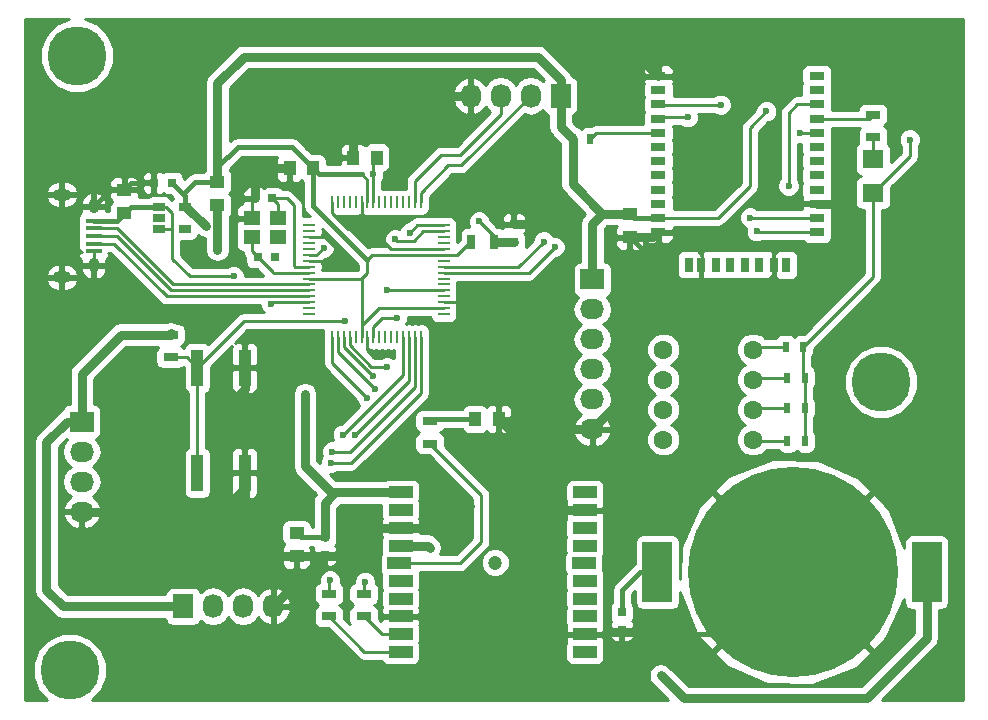
<source format=gbr>
G04 #@! TF.FileFunction,Copper,L1,Top,Signal*
%FSLAX46Y46*%
G04 Gerber Fmt 4.6, Leading zero omitted, Abs format (unit mm)*
G04 Created by KiCad (PCBNEW (2015-07-31 BZR 6030)-product) date Mon Sep  7 21:48:31 2015*
%MOMM*%
G01*
G04 APERTURE LIST*
%ADD10C,0.100000*%
%ADD11C,5.000000*%
%ADD12R,2.500000X5.100000*%
%ADD13C,17.800000*%
%ADD14R,1.250000X1.000000*%
%ADD15R,0.800000X0.750000*%
%ADD16R,1.000000X1.250000*%
%ADD17R,0.750000X0.800000*%
%ADD18R,1.350000X0.400000*%
%ADD19O,0.950000X1.250000*%
%ADD20O,1.550000X1.000000*%
%ADD21R,1.800860X1.597660*%
%ADD22R,2.032000X1.727200*%
%ADD23O,2.032000X1.727200*%
%ADD24R,1.727200X2.032000*%
%ADD25O,1.727200X2.032000*%
%ADD26R,0.700000X1.300000*%
%ADD27R,0.500000X0.900000*%
%ADD28R,1.300000X0.700000*%
%ADD29C,1.600000*%
%ADD30R,1.000000X3.100000*%
%ADD31R,1.060000X0.650000*%
%ADD32R,1.000000X0.250000*%
%ADD33R,0.250000X1.000000*%
%ADD34R,0.800000X1.300000*%
%ADD35R,1.300000X0.800000*%
%ADD36R,2.000000X1.000000*%
%ADD37C,1.200000*%
%ADD38R,1.400000X1.200000*%
%ADD39C,0.600000*%
%ADD40C,0.800000*%
%ADD41C,0.400000*%
%ADD42C,0.250000*%
%ADD43C,0.254000*%
G04 APERTURE END LIST*
D10*
D11*
X164541200Y-83007200D03*
X95859600Y-107391200D03*
D12*
X168413600Y-99110800D03*
D13*
X157073600Y-99110800D03*
D12*
X145623600Y-99110800D03*
D14*
X100482400Y-68716400D03*
X100482400Y-66716400D03*
D15*
X104483600Y-66141600D03*
X102983600Y-66141600D03*
D16*
X116468400Y-64922400D03*
X114468400Y-64922400D03*
X121853200Y-64008000D03*
X119853200Y-64008000D03*
D15*
X113018000Y-67462400D03*
X111518000Y-67462400D03*
D17*
X133451600Y-71158800D03*
X133451600Y-69658800D03*
D15*
X111772000Y-72440800D03*
X113272000Y-72440800D03*
D14*
X115062000Y-95774000D03*
X115062000Y-97774000D03*
X143256000Y-68748400D03*
X143256000Y-70748400D03*
D17*
X142595600Y-102526400D03*
X142595600Y-104026400D03*
X117449600Y-96125600D03*
X117449600Y-97625600D03*
D18*
X97891600Y-69342000D03*
X97891600Y-69992000D03*
X97891600Y-70642000D03*
X97891600Y-71292000D03*
X97891600Y-71942000D03*
D19*
X97891600Y-68142000D03*
X97891600Y-73142000D03*
D20*
X95191600Y-67142000D03*
X95191600Y-74142000D03*
D16*
X130165600Y-86156800D03*
X132165600Y-86156800D03*
D21*
X163880800Y-67002660D03*
X163880800Y-64162940D03*
D14*
X108356400Y-66056000D03*
X108356400Y-68056000D03*
D22*
X140106400Y-74320400D03*
D23*
X140106400Y-76860400D03*
X140106400Y-79400400D03*
X140106400Y-81940400D03*
X140106400Y-84480400D03*
X140106400Y-87020400D03*
D24*
X137414000Y-58775600D03*
D25*
X134874000Y-58775600D03*
X132334000Y-58775600D03*
X129794000Y-58775600D03*
D24*
X105460800Y-102006400D03*
D25*
X108000800Y-102006400D03*
X110540800Y-102006400D03*
X113080800Y-102006400D03*
D22*
X96875600Y-86360000D03*
D23*
X96875600Y-88900000D03*
X96875600Y-91440000D03*
X96875600Y-93980000D03*
D26*
X129860000Y-71170800D03*
X131760000Y-71170800D03*
D27*
X139942000Y-62433200D03*
X138442000Y-62433200D03*
D28*
X126339600Y-86324400D03*
X126339600Y-88224400D03*
X120751600Y-102854800D03*
X120751600Y-100954800D03*
X117805200Y-102854800D03*
X117805200Y-100954800D03*
D27*
X158128400Y-87985600D03*
X156628400Y-87985600D03*
X158128400Y-85191600D03*
X156628400Y-85191600D03*
X158128400Y-82651600D03*
X156628400Y-82651600D03*
X157976000Y-80010000D03*
X156476000Y-80010000D03*
D28*
X163880800Y-62265600D03*
X163880800Y-60365600D03*
X104394000Y-79009200D03*
X104394000Y-80909200D03*
D29*
X153710800Y-80264000D03*
X146110800Y-80264000D03*
X153710800Y-82804000D03*
X146110800Y-82804000D03*
X153710800Y-85344000D03*
X146110800Y-85344000D03*
X153710800Y-87884000D03*
X146110800Y-87884000D03*
D30*
X110661200Y-81808400D03*
X106661200Y-81808400D03*
X110661200Y-90708400D03*
X106661200Y-90708400D03*
D31*
X103395600Y-68188800D03*
X103395600Y-69138800D03*
X103395600Y-70088800D03*
X105595600Y-70088800D03*
X105595600Y-68188800D03*
D32*
X127518400Y-77257600D03*
X127518400Y-76757600D03*
X127518400Y-76257600D03*
X127518400Y-75757600D03*
X127518400Y-75257600D03*
X127518400Y-74757600D03*
X127518400Y-74257600D03*
X127518400Y-73757600D03*
X127518400Y-73257600D03*
X127518400Y-72757600D03*
X127518400Y-72257600D03*
X127518400Y-71757600D03*
X127518400Y-71257600D03*
X127518400Y-70757600D03*
X127518400Y-70257600D03*
X127518400Y-69757600D03*
D33*
X125568400Y-67807600D03*
X125068400Y-67807600D03*
X124568400Y-67807600D03*
X124068400Y-67807600D03*
X123568400Y-67807600D03*
X123068400Y-67807600D03*
X122568400Y-67807600D03*
X122068400Y-67807600D03*
X121568400Y-67807600D03*
X121068400Y-67807600D03*
X120568400Y-67807600D03*
X120068400Y-67807600D03*
X119568400Y-67807600D03*
X119068400Y-67807600D03*
X118568400Y-67807600D03*
X118068400Y-67807600D03*
D32*
X116118400Y-69757600D03*
X116118400Y-70257600D03*
X116118400Y-70757600D03*
X116118400Y-71257600D03*
X116118400Y-71757600D03*
X116118400Y-72257600D03*
X116118400Y-72757600D03*
X116118400Y-73257600D03*
X116118400Y-73757600D03*
X116118400Y-74257600D03*
X116118400Y-74757600D03*
X116118400Y-75257600D03*
X116118400Y-75757600D03*
X116118400Y-76257600D03*
X116118400Y-76757600D03*
X116118400Y-77257600D03*
D33*
X118068400Y-79207600D03*
X118568400Y-79207600D03*
X119068400Y-79207600D03*
X119568400Y-79207600D03*
X120068400Y-79207600D03*
X120568400Y-79207600D03*
X121068400Y-79207600D03*
X121568400Y-79207600D03*
X122068400Y-79207600D03*
X122568400Y-79207600D03*
X123068400Y-79207600D03*
X123568400Y-79207600D03*
X124068400Y-79207600D03*
X124568400Y-79207600D03*
X125068400Y-79207600D03*
X125568400Y-79207600D03*
D34*
X156504560Y-73116440D03*
X155504560Y-73116440D03*
X154204560Y-73116440D03*
X153004560Y-73116440D03*
X151804560Y-73116440D03*
X150604560Y-73116440D03*
X149304560Y-73116440D03*
D35*
X159104560Y-70316440D03*
X159104560Y-69116440D03*
X159104560Y-67916440D03*
X159104560Y-66716440D03*
X159104560Y-65516440D03*
X159104560Y-64316440D03*
X159104560Y-63116440D03*
X159104560Y-61916440D03*
X159104560Y-59516440D03*
X159104560Y-60716440D03*
X159104560Y-58316440D03*
X159104560Y-57116440D03*
X145704560Y-57116440D03*
X145704560Y-58316440D03*
X145704560Y-60716440D03*
X145704560Y-59516440D03*
X145704560Y-61916440D03*
X145704560Y-63116440D03*
X145704560Y-64316440D03*
X145704560Y-65516440D03*
X145704560Y-66716440D03*
X145704560Y-67916440D03*
X145704560Y-69116440D03*
X145704560Y-70316440D03*
D34*
X148304560Y-73116440D03*
D36*
X139473600Y-95360800D03*
X139473600Y-102860800D03*
X139473600Y-99860800D03*
X139473600Y-101360800D03*
X139373600Y-98360800D03*
X139473600Y-105860800D03*
X139473600Y-96860800D03*
X139473600Y-93860800D03*
X139473600Y-104360800D03*
X139473600Y-92360800D03*
X123873600Y-92360800D03*
X123873600Y-104360800D03*
X123873600Y-93860800D03*
X123873600Y-96860800D03*
X123873600Y-105860800D03*
X123773600Y-98360800D03*
X123873600Y-101360800D03*
X123873600Y-99860800D03*
X123873600Y-102860800D03*
X123873600Y-95360800D03*
D37*
X131873600Y-98310800D03*
D38*
X111269600Y-70751600D03*
X113469600Y-70751600D03*
X111269600Y-69151600D03*
X113469600Y-69151600D03*
D11*
X96469200Y-55372000D03*
D39*
X126339600Y-97028000D03*
X145542000Y-98856800D03*
X145897600Y-107848400D03*
X145623600Y-99110800D03*
X122123200Y-58724800D03*
X127355600Y-54051200D03*
X131927600Y-91338400D03*
X128574800Y-101752400D03*
X130606800Y-76250800D03*
X121716800Y-80822800D03*
X129743200Y-93522800D03*
X108712000Y-85547200D03*
X137668000Y-69697600D03*
X114468400Y-64922400D03*
X119938800Y-63957200D03*
X119075200Y-72390000D03*
X111269600Y-69151600D03*
X113469600Y-70751600D03*
X113272000Y-72440800D03*
X103395600Y-69138800D03*
X121361200Y-70053200D03*
X112877600Y-76403200D03*
X109728000Y-74066400D03*
X166979600Y-62484000D03*
X154838400Y-60096400D03*
X104394000Y-78892400D03*
X107356398Y-69799200D03*
X121564400Y-65430400D03*
X123545600Y-77622400D03*
X130505200Y-69392800D03*
X117348000Y-71628000D03*
X108356400Y-71831200D03*
X115773200Y-84023200D03*
X122732800Y-81737200D03*
X121513600Y-82499200D03*
X121716800Y-83616800D03*
X121056400Y-84378800D03*
X118973600Y-87477600D03*
X120040400Y-87477600D03*
X118059200Y-88900000D03*
X117957600Y-89865200D03*
X120853200Y-99923600D03*
X124663200Y-70358000D03*
X123393200Y-70916800D03*
X117906800Y-99771200D03*
X122682000Y-75234800D03*
X119126000Y-77876400D03*
X157683200Y-61925200D03*
X156718000Y-66395600D03*
X148183600Y-60604400D03*
X150977600Y-59537600D03*
X136906000Y-71577200D03*
X154025600Y-70256400D03*
X153466800Y-69088000D03*
X135991600Y-71120000D03*
D40*
X123873600Y-96860800D02*
X126172400Y-96860800D01*
X126172400Y-96860800D02*
X126339600Y-97028000D01*
X168413600Y-99110800D02*
X168413600Y-104687200D01*
X145542000Y-98856800D02*
X145623600Y-98938400D01*
X147828000Y-109778800D02*
X145897600Y-107848400D01*
X163322000Y-109778800D02*
X147828000Y-109778800D01*
X168413600Y-104687200D02*
X163322000Y-109778800D01*
X145623600Y-98938400D02*
X145623600Y-99110800D01*
D41*
X142595600Y-102526400D02*
X142595600Y-100634800D01*
X144119600Y-99110800D02*
X145623600Y-99110800D01*
X142595600Y-100634800D02*
X144119600Y-99110800D01*
D40*
X140106400Y-87020400D02*
X143662400Y-83464400D01*
X143662400Y-77571600D02*
X146870800Y-74363200D01*
X143662400Y-83464400D02*
X143662400Y-77571600D01*
X159104560Y-67916440D02*
X160677240Y-67916440D01*
D41*
X155803600Y-75082400D02*
X155092400Y-74371200D01*
X160680400Y-75082400D02*
X155803600Y-75082400D01*
X162560000Y-73202800D02*
X160680400Y-75082400D01*
D40*
X162560000Y-69799200D02*
X162560000Y-73202800D01*
X160677240Y-67916440D02*
X162560000Y-69799200D01*
X145704560Y-57116440D02*
X142639320Y-54051200D01*
X122174000Y-58724800D02*
X122224800Y-58775600D01*
X122123200Y-58724800D02*
X122174000Y-58724800D01*
X142639320Y-54051200D02*
X127355600Y-54051200D01*
X139473600Y-93860800D02*
X134450000Y-93860800D01*
X134450000Y-93860800D02*
X131927600Y-91338400D01*
D41*
X139473600Y-104360800D02*
X142664000Y-104360800D01*
X142664000Y-104360800D02*
X151823600Y-104360800D01*
X151823600Y-104360800D02*
X157073600Y-99110800D01*
X128574800Y-101752400D02*
X131183200Y-104360800D01*
X131183200Y-104360800D02*
X139473600Y-104360800D01*
X127466400Y-102860800D02*
X123873600Y-102860800D01*
X128574800Y-101752400D02*
X127466400Y-102860800D01*
X155504560Y-73116440D02*
X155504560Y-73959040D01*
X155092400Y-74371200D02*
X149304560Y-74371200D01*
X155504560Y-73959040D02*
X155092400Y-74371200D01*
D40*
X119853200Y-64008000D02*
X119853200Y-60994800D01*
X122072400Y-58775600D02*
X122224800Y-58775600D01*
X122224800Y-58775600D02*
X129794000Y-58775600D01*
X119853200Y-60994800D02*
X122072400Y-58775600D01*
D42*
X121068400Y-79207600D02*
X121068400Y-80174400D01*
X130556000Y-76301600D02*
X130556000Y-76403200D01*
X130606800Y-76250800D02*
X130556000Y-76301600D01*
X121068400Y-80174400D02*
X121716800Y-80822800D01*
D41*
X132165600Y-86156800D02*
X132165600Y-77809600D01*
D42*
X130613600Y-76257600D02*
X127518400Y-76257600D01*
X132165600Y-77809600D02*
X130613600Y-76257600D01*
D40*
X140106400Y-87020400D02*
X133029200Y-87020400D01*
X133029200Y-87020400D02*
X132165600Y-86156800D01*
X123873600Y-95360800D02*
X127905200Y-95360800D01*
X127905200Y-95360800D02*
X129743200Y-93522800D01*
D41*
X149304560Y-73116440D02*
X149304560Y-74371200D01*
X149304560Y-74371200D02*
X149304560Y-74418640D01*
X149304560Y-74418640D02*
X146926240Y-74418640D01*
X146926240Y-74418640D02*
X146870800Y-74363200D01*
X146870800Y-74363200D02*
X143256000Y-70748400D01*
D40*
X143256000Y-70748400D02*
X144678400Y-70748400D01*
X144678400Y-70748400D02*
X145272600Y-70748400D01*
X145272600Y-70748400D02*
X145704560Y-70316440D01*
X110661200Y-90708400D02*
X110661200Y-91980000D01*
X110661200Y-91980000D02*
X108661200Y-93980000D01*
X108661200Y-93980000D02*
X96875600Y-93980000D01*
X110661200Y-83598000D02*
X110661200Y-81808400D01*
X108712000Y-85547200D02*
X110661200Y-83598000D01*
X137629200Y-69658800D02*
X133451600Y-69658800D01*
X137668000Y-69697600D02*
X137629200Y-69658800D01*
X112522000Y-64922400D02*
X111518000Y-65926400D01*
X111518000Y-67462400D02*
X111518000Y-65926400D01*
X114468400Y-64922400D02*
X112522000Y-64922400D01*
X119938800Y-63957200D02*
X119904000Y-63957200D01*
X119904000Y-63957200D02*
X119853200Y-64008000D01*
X115062000Y-97774000D02*
X117301200Y-97774000D01*
X117301200Y-97774000D02*
X117449600Y-97625600D01*
X113080800Y-102006400D02*
X113080800Y-101994400D01*
X113080800Y-101994400D02*
X117449600Y-97625600D01*
D42*
X116118400Y-72757600D02*
X118707600Y-72757600D01*
X118707600Y-72757600D02*
X119075200Y-72390000D01*
X116118400Y-70757600D02*
X117442800Y-70757600D01*
X117442800Y-70757600D02*
X119075200Y-72390000D01*
D40*
X110661200Y-90708400D02*
X110661200Y-95319600D01*
X113115600Y-97774000D02*
X117301200Y-97774000D01*
X110661200Y-95319600D02*
X113115600Y-97774000D01*
X117301200Y-97774000D02*
X118583200Y-97774000D01*
X120996400Y-95360800D02*
X123873600Y-95360800D01*
X118583200Y-97774000D02*
X120996400Y-95360800D01*
D42*
X127518400Y-71757600D02*
X123065600Y-71757600D01*
X123065600Y-71757600D02*
X121361200Y-70053200D01*
X118068400Y-67807600D02*
X118068400Y-68690800D01*
X119430800Y-70053200D02*
X121361200Y-70053200D01*
X118068400Y-68690800D02*
X119430800Y-70053200D01*
D41*
X100482400Y-66716400D02*
X99317200Y-66716400D01*
X99317200Y-66716400D02*
X97891600Y-68142000D01*
D42*
X111269600Y-67710800D02*
X111269600Y-69151600D01*
X97891600Y-71942000D02*
X97891600Y-73142000D01*
X120568400Y-67807600D02*
X120568400Y-69260400D01*
X120568400Y-69260400D02*
X121361200Y-70053200D01*
D41*
X110661200Y-81808400D02*
X110661200Y-90708400D01*
D42*
X111269600Y-67710800D02*
X111518000Y-67462400D01*
D41*
X100482400Y-66716400D02*
X101057200Y-66141600D01*
X101057200Y-66141600D02*
X102983600Y-66141600D01*
D42*
X103395600Y-70088800D02*
X104495600Y-70088800D01*
X103395600Y-68188800D02*
X104002800Y-68188800D01*
X113023200Y-76257600D02*
X116118400Y-76257600D01*
X112877600Y-76403200D02*
X113023200Y-76257600D01*
X106019600Y-74066400D02*
X109728000Y-74066400D01*
X104546400Y-72593200D02*
X106019600Y-74066400D01*
X104546400Y-71983600D02*
X104546400Y-72593200D01*
X104495600Y-71932800D02*
X104546400Y-71983600D01*
X104495600Y-68681600D02*
X104495600Y-70088800D01*
X104495600Y-70088800D02*
X104495600Y-71932800D01*
X104002800Y-68188800D02*
X104495600Y-68681600D01*
D41*
X100482400Y-68716400D02*
X101010000Y-68188800D01*
X101010000Y-68188800D02*
X103395600Y-68188800D01*
X97891600Y-69342000D02*
X99856800Y-69342000D01*
X99856800Y-69342000D02*
X100482400Y-68716400D01*
D42*
X145704560Y-69116440D02*
X150745960Y-69116440D01*
X166979600Y-63903860D02*
X163880800Y-67002660D01*
X166979600Y-62484000D02*
X166979600Y-63903860D01*
X153416000Y-61518800D02*
X154838400Y-60096400D01*
X153416000Y-66446400D02*
X153416000Y-61518800D01*
X150745960Y-69116440D02*
X153416000Y-66446400D01*
X157976000Y-80010000D02*
X163880800Y-74105200D01*
X163880800Y-74105200D02*
X163880800Y-67002660D01*
X158128400Y-82651600D02*
X157976000Y-82499200D01*
X157976000Y-82499200D02*
X157976000Y-80010000D01*
X158128400Y-85191600D02*
X158128400Y-82651600D01*
X158128400Y-87985600D02*
X158128400Y-85191600D01*
D40*
X137414000Y-58775600D02*
X137414000Y-61405200D01*
X137414000Y-61405200D02*
X138442000Y-62433200D01*
X138442000Y-62433200D02*
X138442000Y-66236400D01*
X138442000Y-66236400D02*
X140954000Y-68748400D01*
X137414000Y-58775600D02*
X137414000Y-57404000D01*
X108356400Y-57708800D02*
X108356400Y-66056000D01*
X110591600Y-55473600D02*
X108356400Y-57708800D01*
X135483600Y-55473600D02*
X110591600Y-55473600D01*
X137414000Y-57404000D02*
X135483600Y-55473600D01*
D42*
X127518400Y-76757600D02*
X122022800Y-76757600D01*
X122022800Y-76757600D02*
X120568400Y-78212000D01*
D40*
X140106400Y-74320400D02*
X140106400Y-69596000D01*
X140106400Y-69596000D02*
X140954000Y-68748400D01*
X105595600Y-68188800D02*
X105745998Y-68188800D01*
X105745998Y-68188800D02*
X107356398Y-69799200D01*
X104394000Y-78892400D02*
X104394000Y-79009200D01*
X96875600Y-86360000D02*
X96875600Y-82296000D01*
X100162400Y-79009200D02*
X104394000Y-79009200D01*
X96875600Y-82296000D02*
X100162400Y-79009200D01*
X96875600Y-86360000D02*
X95605600Y-86360000D01*
X95250000Y-102006400D02*
X105460800Y-102006400D01*
X93878400Y-100634800D02*
X95250000Y-102006400D01*
X93878400Y-88087200D02*
X93878400Y-100634800D01*
X95605600Y-86360000D02*
X93878400Y-88087200D01*
X140954000Y-68748400D02*
X143256000Y-68748400D01*
D42*
X129860000Y-71170800D02*
X129743200Y-71170800D01*
X129743200Y-71170800D02*
X128656400Y-72257600D01*
X128656400Y-72257600D02*
X127518400Y-72257600D01*
D41*
X143256000Y-68748400D02*
X143624040Y-69116440D01*
X143624040Y-69116440D02*
X145704560Y-69116440D01*
X108356400Y-66056000D02*
X108356400Y-64820800D01*
X114639600Y-63093600D02*
X116468400Y-64922400D01*
X110083600Y-63093600D02*
X114639600Y-63093600D01*
X108356400Y-64820800D02*
X110083600Y-63093600D01*
D42*
X120568400Y-79207600D02*
X120568400Y-78212000D01*
X120568400Y-78212000D02*
X120568400Y-74249600D01*
X120568400Y-74249600D02*
X120568400Y-74257600D01*
X127518400Y-72257600D02*
X121493600Y-72257600D01*
X121493600Y-72257600D02*
X121056400Y-72694800D01*
D41*
X116468400Y-64922400D02*
X116468400Y-68106800D01*
X116468400Y-68106800D02*
X121056400Y-72694800D01*
D42*
X120560400Y-74257600D02*
X120568400Y-74257600D01*
X120568400Y-74257600D02*
X116118400Y-74257600D01*
X121056400Y-73761600D02*
X120560400Y-74257600D01*
X121056400Y-72694800D02*
X121056400Y-73761600D01*
D41*
X116468400Y-64922400D02*
X116976400Y-65430400D01*
X116976400Y-65430400D02*
X120599200Y-65430400D01*
D42*
X120599200Y-65430400D02*
X121068400Y-65899600D01*
X121068400Y-65899600D02*
X121068400Y-67807600D01*
D41*
X108356400Y-66056000D02*
X106499600Y-66056000D01*
X106499600Y-66056000D02*
X105448800Y-67106800D01*
X104483600Y-66141600D02*
X105448800Y-67106800D01*
X105448800Y-67106800D02*
X105595600Y-67253600D01*
X105595600Y-67253600D02*
X105595600Y-68188800D01*
D42*
X121568400Y-79207600D02*
X121568400Y-78329600D01*
X121568400Y-65426400D02*
X121568400Y-64820800D01*
X121564400Y-65430400D02*
X121568400Y-65426400D01*
X122275600Y-77622400D02*
X123545600Y-77622400D01*
X121568400Y-78329600D02*
X122275600Y-77622400D01*
X121853200Y-64008000D02*
X121568400Y-64292800D01*
X121568400Y-64292800D02*
X121568400Y-64820800D01*
X121568400Y-64820800D02*
X121568400Y-67807600D01*
X113018000Y-67462400D02*
X114249200Y-67462400D01*
X114912798Y-73307598D02*
X116118400Y-73307598D01*
X114808000Y-73202800D02*
X114912798Y-73307598D01*
X114808000Y-68021200D02*
X114808000Y-73202800D01*
X114249200Y-67462400D02*
X114808000Y-68021200D01*
X116118400Y-73307598D02*
X116118400Y-73257600D01*
X113018000Y-67462400D02*
X113469600Y-67914000D01*
X113469600Y-67914000D02*
X113469600Y-69151600D01*
D40*
X131760000Y-71170800D02*
X133439600Y-71170800D01*
X133439600Y-71170800D02*
X133451600Y-71158800D01*
D42*
X116118400Y-72257600D02*
X116718400Y-72257600D01*
X130505200Y-69392800D02*
X131760000Y-70647600D01*
X116718400Y-72257600D02*
X117348000Y-71628000D01*
X131760000Y-70647600D02*
X131760000Y-71170800D01*
X131760000Y-71170800D02*
X131772000Y-71182800D01*
X113546000Y-73757600D02*
X113088800Y-73757600D01*
X116118400Y-73757600D02*
X113546000Y-73757600D01*
X113038000Y-73706800D02*
X111772000Y-72440800D01*
X113088800Y-73757600D02*
X113038000Y-73706800D01*
X111269600Y-70751600D02*
X111269600Y-71938400D01*
X111269600Y-71938400D02*
X111772000Y-72440800D01*
D40*
X117449600Y-96125600D02*
X117449600Y-93268800D01*
X117449600Y-93268800D02*
X118357600Y-92360800D01*
X108356400Y-68056000D02*
X108356400Y-71831200D01*
X115773200Y-84023200D02*
X115773200Y-90119200D01*
X115773200Y-90119200D02*
X118014800Y-92360800D01*
X118014800Y-92360800D02*
X118357600Y-92360800D01*
X118357600Y-92360800D02*
X123873600Y-92360800D01*
D41*
X115062000Y-95774000D02*
X115413600Y-96125600D01*
X115413600Y-96125600D02*
X117449600Y-96125600D01*
D42*
X97891600Y-69992000D02*
X99862400Y-69992000D01*
X104628000Y-74757600D02*
X116118400Y-74757600D01*
X99862400Y-69992000D02*
X104628000Y-74757600D01*
X97891600Y-70642000D02*
X99852000Y-70642000D01*
X104467600Y-75257600D02*
X116118400Y-75257600D01*
X99852000Y-70642000D02*
X104467600Y-75257600D01*
X97891600Y-71292000D02*
X99587600Y-71292000D01*
X104053200Y-75757600D02*
X116118400Y-75757600D01*
X99587600Y-71292000D02*
X104053200Y-75757600D01*
D41*
X130165600Y-86156800D02*
X126507200Y-86156800D01*
X126507200Y-86156800D02*
X126339600Y-86324400D01*
D42*
X163880800Y-62265600D02*
X163880800Y-64162940D01*
X119568400Y-79917602D02*
X119568400Y-79207600D01*
X121387998Y-81737200D02*
X119568400Y-79917602D01*
X122732800Y-81737200D02*
X121387998Y-81737200D01*
X119068400Y-79207600D02*
X119068400Y-80054000D01*
X119068400Y-80054000D02*
X121513600Y-82499200D01*
X118568400Y-79207600D02*
X118568400Y-80468400D01*
X118568400Y-80468400D02*
X121716800Y-83616800D01*
X118068400Y-79207600D02*
X118068400Y-81390800D01*
X118068400Y-81390800D02*
X121056400Y-84378800D01*
X125568400Y-67807600D02*
X125568400Y-67014400D01*
X128981200Y-64668400D02*
X134874000Y-58775600D01*
X127914400Y-64668400D02*
X128981200Y-64668400D01*
X125568400Y-67014400D02*
X127914400Y-64668400D01*
X132334000Y-58775600D02*
X132334000Y-60350400D01*
X125068400Y-65990400D02*
X125068400Y-67807600D01*
X127304800Y-63754000D02*
X125068400Y-65990400D01*
X128930400Y-63754000D02*
X127304800Y-63754000D01*
X132334000Y-60350400D02*
X128930400Y-63754000D01*
X124068400Y-79207600D02*
X124068400Y-82382800D01*
X124068400Y-82382800D02*
X118973600Y-87477600D01*
X124618398Y-82899602D02*
X124618398Y-79207600D01*
X120040400Y-87477600D02*
X124618398Y-82899602D01*
X124618398Y-79207600D02*
X124568400Y-79207600D01*
X124618398Y-79207600D02*
X124568400Y-79207600D01*
X125068400Y-79207600D02*
X125068400Y-83414800D01*
X119583200Y-88900000D02*
X118059200Y-88900000D01*
X125068400Y-83414800D02*
X119583200Y-88900000D01*
X125568400Y-83981600D02*
X125568400Y-79207600D01*
X119684800Y-89865200D02*
X125568400Y-83981600D01*
X117957600Y-89865200D02*
X119684800Y-89865200D01*
X139942000Y-62433200D02*
X140458760Y-61916440D01*
X140458760Y-61916440D02*
X145704560Y-61916440D01*
X123773600Y-98360800D02*
X128867600Y-98360800D01*
X130708400Y-92593200D02*
X126339600Y-88224400D01*
X130708400Y-96520000D02*
X130708400Y-92593200D01*
X128867600Y-98360800D02*
X130708400Y-96520000D01*
X123873600Y-104360800D02*
X122257600Y-104360800D01*
X122257600Y-104360800D02*
X120751600Y-102854800D01*
X127518400Y-69757600D02*
X125263600Y-69757600D01*
X120751600Y-100025200D02*
X120751600Y-100954800D01*
X120853200Y-99923600D02*
X120751600Y-100025200D01*
X125263600Y-69757600D02*
X124663200Y-70358000D01*
X123873600Y-105860800D02*
X120811200Y-105860800D01*
X120811200Y-105860800D02*
X117805200Y-102854800D01*
X117805200Y-100954800D02*
X117805200Y-99872800D01*
X125779600Y-70257600D02*
X127518400Y-70257600D01*
X124968000Y-71069200D02*
X125779600Y-70257600D01*
X123545600Y-71069200D02*
X124968000Y-71069200D01*
X123393200Y-70916800D02*
X123545600Y-71069200D01*
X117805200Y-99872800D02*
X117906800Y-99771200D01*
X153710800Y-87884000D02*
X153812400Y-87985600D01*
X153812400Y-87985600D02*
X156628400Y-87985600D01*
X153710800Y-85344000D02*
X153863200Y-85191600D01*
X153863200Y-85191600D02*
X156628400Y-85191600D01*
X153710800Y-82804000D02*
X153863200Y-82651600D01*
X153863200Y-82651600D02*
X156628400Y-82651600D01*
X153710800Y-80264000D02*
X153964800Y-80010000D01*
X153964800Y-80010000D02*
X156476000Y-80010000D01*
X159104560Y-60716440D02*
X163529960Y-60716440D01*
X163529960Y-60716440D02*
X163880800Y-60365600D01*
X106661200Y-81808400D02*
X110593200Y-77876400D01*
X122682000Y-75234800D02*
X127495600Y-75234800D01*
X110593200Y-77876400D02*
X119126000Y-77876400D01*
X127495600Y-75234800D02*
X127518400Y-75257600D01*
X106661200Y-90708400D02*
X106661200Y-81808400D01*
X106661200Y-81808400D02*
X105762000Y-80909200D01*
X105762000Y-80909200D02*
X104394000Y-80909200D01*
X157683200Y-61925200D02*
X157691960Y-61916440D01*
X157691960Y-61916440D02*
X159104560Y-61916440D01*
X157450360Y-59516440D02*
X159104560Y-59516440D01*
X156718000Y-60248800D02*
X157450360Y-59516440D01*
X156718000Y-66395600D02*
X156718000Y-60248800D01*
X148183600Y-60604400D02*
X145816600Y-60604400D01*
X145816600Y-60604400D02*
X145704560Y-60716440D01*
D41*
X145704560Y-59516440D02*
X145725720Y-59537600D01*
D42*
X145725720Y-59537600D02*
X150977600Y-59537600D01*
X159104560Y-70316440D02*
X154085640Y-70316440D01*
X134725600Y-73757600D02*
X127518400Y-73757600D01*
X136906000Y-71577200D02*
X134725600Y-73757600D01*
X154085640Y-70316440D02*
X154025600Y-70256400D01*
X127518400Y-73257600D02*
X133854000Y-73257600D01*
X153495240Y-69116440D02*
X159104560Y-69116440D01*
X153466800Y-69088000D02*
X153495240Y-69116440D01*
X133854000Y-73257600D02*
X135991600Y-71120000D01*
D43*
G36*
X94695685Y-52712727D02*
X93813026Y-53593847D01*
X93334746Y-54745674D01*
X93333657Y-55992854D01*
X93809927Y-57145515D01*
X94691047Y-58028174D01*
X95842874Y-58506454D01*
X97090054Y-58507543D01*
X98242715Y-58031273D01*
X99125374Y-57150153D01*
X99603654Y-55998326D01*
X99604743Y-54751146D01*
X99128473Y-53598485D01*
X98247353Y-52715826D01*
X97120220Y-52247800D01*
X171475400Y-52247800D01*
X171475400Y-109905800D01*
X164658712Y-109905800D01*
X169145453Y-105419058D01*
X169145456Y-105419056D01*
X169369815Y-105083277D01*
X169404410Y-104909359D01*
X169448601Y-104687200D01*
X169448600Y-104687195D01*
X169448600Y-102308240D01*
X169663600Y-102308240D01*
X169898917Y-102263962D01*
X170115041Y-102124890D01*
X170260031Y-101912690D01*
X170311040Y-101660800D01*
X170311040Y-96560800D01*
X170266762Y-96325483D01*
X170127690Y-96109359D01*
X169915490Y-95964369D01*
X169663600Y-95913360D01*
X167163600Y-95913360D01*
X166928283Y-95957638D01*
X166712159Y-96096710D01*
X166567169Y-96308910D01*
X166516160Y-96560800D01*
X166516160Y-97102890D01*
X165295734Y-93923321D01*
X165012680Y-93499701D01*
X163924905Y-92439100D01*
X157253205Y-99110800D01*
X163924905Y-105782500D01*
X165012680Y-104721899D01*
X166516160Y-101345265D01*
X166516160Y-101660800D01*
X166560438Y-101896117D01*
X166699510Y-102112241D01*
X166911710Y-102257231D01*
X167163600Y-102308240D01*
X167378600Y-102308240D01*
X167378600Y-104258489D01*
X162893288Y-108743800D01*
X148256711Y-108743800D01*
X146629456Y-107116544D01*
X146293677Y-106892185D01*
X145897600Y-106813399D01*
X145501523Y-106892185D01*
X145165744Y-107116544D01*
X144941385Y-107452323D01*
X144862599Y-107848400D01*
X144941385Y-108244477D01*
X145165744Y-108580256D01*
X146491289Y-109905800D01*
X97778041Y-109905800D01*
X98515774Y-109169353D01*
X98994054Y-108017526D01*
X98995143Y-106770346D01*
X98518873Y-105617685D01*
X97637753Y-104735026D01*
X96485926Y-104256746D01*
X95238746Y-104255657D01*
X94086085Y-104731927D01*
X93203426Y-105613047D01*
X92725146Y-106764874D01*
X92724057Y-108012054D01*
X93200327Y-109164715D01*
X93940120Y-109905800D01*
X92075000Y-109905800D01*
X92075000Y-88087200D01*
X92843399Y-88087200D01*
X92843400Y-88087205D01*
X92843400Y-100634795D01*
X92843399Y-100634800D01*
X92922185Y-101030877D01*
X93146544Y-101366656D01*
X94518142Y-102738253D01*
X94518144Y-102738256D01*
X94719429Y-102872749D01*
X94853922Y-102962615D01*
X95250000Y-103041400D01*
X103953335Y-103041400D01*
X103994038Y-103257717D01*
X104133110Y-103473841D01*
X104345310Y-103618831D01*
X104597200Y-103669840D01*
X106324400Y-103669840D01*
X106559717Y-103625562D01*
X106775841Y-103486490D01*
X106920831Y-103274290D01*
X106929200Y-103232961D01*
X106941130Y-103250815D01*
X107427311Y-103575671D01*
X108000800Y-103689745D01*
X108574289Y-103575671D01*
X109060470Y-103250815D01*
X109270800Y-102936034D01*
X109481130Y-103250815D01*
X109967311Y-103575671D01*
X110540800Y-103689745D01*
X111114289Y-103575671D01*
X111600470Y-103250815D01*
X111807261Y-102941331D01*
X112178764Y-103357132D01*
X112706009Y-103611109D01*
X112721774Y-103613758D01*
X112953800Y-103492617D01*
X112953800Y-102133400D01*
X113207800Y-102133400D01*
X113207800Y-103492617D01*
X113439826Y-103613758D01*
X113455591Y-103611109D01*
X113982836Y-103357132D01*
X114372754Y-102920720D01*
X114565984Y-102368313D01*
X114421724Y-102133400D01*
X113207800Y-102133400D01*
X112953800Y-102133400D01*
X112933800Y-102133400D01*
X112933800Y-101879400D01*
X112953800Y-101879400D01*
X112953800Y-100520183D01*
X113207800Y-100520183D01*
X113207800Y-101879400D01*
X114421724Y-101879400D01*
X114565984Y-101644487D01*
X114372754Y-101092080D01*
X113982836Y-100655668D01*
X113877237Y-100604800D01*
X116507760Y-100604800D01*
X116507760Y-101304800D01*
X116552038Y-101540117D01*
X116691110Y-101756241D01*
X116903310Y-101901231D01*
X116916397Y-101903881D01*
X116703759Y-102040710D01*
X116558769Y-102252910D01*
X116507760Y-102504800D01*
X116507760Y-103204800D01*
X116552038Y-103440117D01*
X116691110Y-103656241D01*
X116903310Y-103801231D01*
X117155200Y-103852240D01*
X117727838Y-103852240D01*
X120273799Y-106398201D01*
X120520361Y-106562948D01*
X120811200Y-106620800D01*
X122286321Y-106620800D01*
X122409510Y-106812241D01*
X122621710Y-106957231D01*
X122873600Y-107008240D01*
X124873600Y-107008240D01*
X125108917Y-106963962D01*
X125325041Y-106824890D01*
X125470031Y-106612690D01*
X125521040Y-106360800D01*
X125521040Y-105360800D01*
X137826160Y-105360800D01*
X137826160Y-106360800D01*
X137870438Y-106596117D01*
X138009510Y-106812241D01*
X138221710Y-106957231D01*
X138473600Y-107008240D01*
X140473600Y-107008240D01*
X140708917Y-106963962D01*
X140925041Y-106824890D01*
X141070031Y-106612690D01*
X141121040Y-106360800D01*
X141121040Y-105962105D01*
X150401900Y-105962105D01*
X151462501Y-107049880D01*
X154927775Y-108592828D01*
X158719731Y-108692223D01*
X162261079Y-107332934D01*
X162684699Y-107049880D01*
X163745300Y-105962105D01*
X157073600Y-99290405D01*
X150401900Y-105962105D01*
X141121040Y-105962105D01*
X141121040Y-105360800D01*
X141076762Y-105125483D01*
X141061262Y-105101395D01*
X141108600Y-104987110D01*
X141108600Y-104646550D01*
X140949850Y-104487800D01*
X139600600Y-104487800D01*
X139600600Y-104507800D01*
X139346600Y-104507800D01*
X139346600Y-104487800D01*
X137997350Y-104487800D01*
X137838600Y-104646550D01*
X137838600Y-104987110D01*
X137884567Y-105098083D01*
X137877169Y-105108910D01*
X137826160Y-105360800D01*
X125521040Y-105360800D01*
X125476762Y-105125483D01*
X125469258Y-105113821D01*
X125470031Y-105112690D01*
X125521040Y-104860800D01*
X125521040Y-104312150D01*
X141585600Y-104312150D01*
X141585600Y-104552709D01*
X141682273Y-104786098D01*
X141860901Y-104964727D01*
X142094290Y-105061400D01*
X142309850Y-105061400D01*
X142468600Y-104902650D01*
X142468600Y-104153400D01*
X142722600Y-104153400D01*
X142722600Y-104902650D01*
X142881350Y-105061400D01*
X143096910Y-105061400D01*
X143330299Y-104964727D01*
X143508927Y-104786098D01*
X143605600Y-104552709D01*
X143605600Y-104312150D01*
X143446850Y-104153400D01*
X142722600Y-104153400D01*
X142468600Y-104153400D01*
X141744350Y-104153400D01*
X141585600Y-104312150D01*
X125521040Y-104312150D01*
X125521040Y-103860800D01*
X125476762Y-103625483D01*
X125461262Y-103601395D01*
X125508600Y-103487110D01*
X125508600Y-103146550D01*
X125349850Y-102987800D01*
X124000600Y-102987800D01*
X124000600Y-103007800D01*
X123746600Y-103007800D01*
X123746600Y-102987800D01*
X122397350Y-102987800D01*
X122238600Y-103146550D01*
X122238600Y-103266998D01*
X122049040Y-103077438D01*
X122049040Y-102504800D01*
X122004762Y-102269483D01*
X121865690Y-102053359D01*
X121653490Y-101908369D01*
X121640403Y-101905719D01*
X121853041Y-101768890D01*
X121998031Y-101556690D01*
X122049040Y-101304800D01*
X122049040Y-100604800D01*
X122004762Y-100369483D01*
X121865690Y-100153359D01*
X121788047Y-100100308D01*
X121788362Y-99738433D01*
X121646317Y-99394657D01*
X121383527Y-99131408D01*
X121039999Y-98988762D01*
X120668033Y-98988438D01*
X120324257Y-99130483D01*
X120061008Y-99393273D01*
X119918362Y-99736801D01*
X119918140Y-99991880D01*
X119866283Y-100001638D01*
X119650159Y-100140710D01*
X119505169Y-100352910D01*
X119454160Y-100604800D01*
X119454160Y-101304800D01*
X119498438Y-101540117D01*
X119637510Y-101756241D01*
X119849710Y-101901231D01*
X119862797Y-101903881D01*
X119650159Y-102040710D01*
X119505169Y-102252910D01*
X119454160Y-102504800D01*
X119454160Y-103204800D01*
X119498438Y-103440117D01*
X119558215Y-103533013D01*
X119102640Y-103077438D01*
X119102640Y-102504800D01*
X119058362Y-102269483D01*
X118919290Y-102053359D01*
X118707090Y-101908369D01*
X118694003Y-101905719D01*
X118906641Y-101768890D01*
X119051631Y-101556690D01*
X119102640Y-101304800D01*
X119102640Y-100604800D01*
X119058362Y-100369483D01*
X118919290Y-100153359D01*
X118795608Y-100068851D01*
X118841638Y-99957999D01*
X118841962Y-99586033D01*
X118699917Y-99242257D01*
X118437127Y-98979008D01*
X118093599Y-98836362D01*
X117721633Y-98836038D01*
X117377857Y-98978083D01*
X117114608Y-99240873D01*
X116971962Y-99584401D01*
X116971638Y-99956367D01*
X116985261Y-99989336D01*
X116919883Y-100001638D01*
X116703759Y-100140710D01*
X116558769Y-100352910D01*
X116507760Y-100604800D01*
X113877237Y-100604800D01*
X113455591Y-100401691D01*
X113439826Y-100399042D01*
X113207800Y-100520183D01*
X112953800Y-100520183D01*
X112721774Y-100399042D01*
X112706009Y-100401691D01*
X112178764Y-100655668D01*
X111807261Y-101071469D01*
X111600470Y-100761985D01*
X111114289Y-100437129D01*
X110540800Y-100323055D01*
X109967311Y-100437129D01*
X109481130Y-100761985D01*
X109270800Y-101076766D01*
X109060470Y-100761985D01*
X108574289Y-100437129D01*
X108000800Y-100323055D01*
X107427311Y-100437129D01*
X106941130Y-100761985D01*
X106931557Y-100776313D01*
X106927562Y-100755083D01*
X106788490Y-100538959D01*
X106576290Y-100393969D01*
X106324400Y-100342960D01*
X104597200Y-100342960D01*
X104361883Y-100387238D01*
X104145759Y-100526310D01*
X104000769Y-100738510D01*
X103953608Y-100971400D01*
X95678711Y-100971400D01*
X94913400Y-100206088D01*
X94913400Y-98059750D01*
X113802000Y-98059750D01*
X113802000Y-98400309D01*
X113898673Y-98633698D01*
X114077301Y-98812327D01*
X114310690Y-98909000D01*
X114776250Y-98909000D01*
X114935000Y-98750250D01*
X114935000Y-97901000D01*
X115189000Y-97901000D01*
X115189000Y-98750250D01*
X115347750Y-98909000D01*
X115813310Y-98909000D01*
X116046699Y-98812327D01*
X116225327Y-98633698D01*
X116322000Y-98400309D01*
X116322000Y-98059750D01*
X116173600Y-97911350D01*
X116439600Y-97911350D01*
X116439600Y-98151909D01*
X116536273Y-98385298D01*
X116714901Y-98563927D01*
X116948290Y-98660600D01*
X117163850Y-98660600D01*
X117322600Y-98501850D01*
X117322600Y-97752600D01*
X117576600Y-97752600D01*
X117576600Y-98501850D01*
X117735350Y-98660600D01*
X117950910Y-98660600D01*
X118184299Y-98563927D01*
X118362927Y-98385298D01*
X118459600Y-98151909D01*
X118459600Y-97911350D01*
X118409050Y-97860800D01*
X122126160Y-97860800D01*
X122126160Y-98860800D01*
X122170438Y-99096117D01*
X122253591Y-99225341D01*
X122226160Y-99360800D01*
X122226160Y-100360800D01*
X122270438Y-100596117D01*
X122277942Y-100607779D01*
X122277169Y-100608910D01*
X122226160Y-100860800D01*
X122226160Y-101860800D01*
X122270438Y-102096117D01*
X122285938Y-102120205D01*
X122238600Y-102234490D01*
X122238600Y-102575050D01*
X122397350Y-102733800D01*
X123746600Y-102733800D01*
X123746600Y-102713800D01*
X124000600Y-102713800D01*
X124000600Y-102733800D01*
X125349850Y-102733800D01*
X125508600Y-102575050D01*
X125508600Y-102234490D01*
X125462633Y-102123517D01*
X125470031Y-102112690D01*
X125521040Y-101860800D01*
X125521040Y-100860800D01*
X125476762Y-100625483D01*
X125469258Y-100613821D01*
X125470031Y-100612690D01*
X125521040Y-100360800D01*
X125521040Y-99360800D01*
X125476762Y-99125483D01*
X125473749Y-99120800D01*
X128867600Y-99120800D01*
X129158439Y-99062948D01*
X129405001Y-98898201D01*
X129747823Y-98555379D01*
X130638386Y-98555379D01*
X130826008Y-99009457D01*
X131173115Y-99357171D01*
X131626866Y-99545585D01*
X132118179Y-99546014D01*
X132572257Y-99358392D01*
X132919971Y-99011285D01*
X133108385Y-98557534D01*
X133108814Y-98066221D01*
X133023936Y-97860800D01*
X137726160Y-97860800D01*
X137726160Y-98860800D01*
X137770438Y-99096117D01*
X137853591Y-99225341D01*
X137826160Y-99360800D01*
X137826160Y-100360800D01*
X137870438Y-100596117D01*
X137877942Y-100607779D01*
X137877169Y-100608910D01*
X137826160Y-100860800D01*
X137826160Y-101860800D01*
X137870438Y-102096117D01*
X137877942Y-102107779D01*
X137877169Y-102108910D01*
X137826160Y-102360800D01*
X137826160Y-103360800D01*
X137870438Y-103596117D01*
X137885938Y-103620205D01*
X137838600Y-103734490D01*
X137838600Y-104075050D01*
X137997350Y-104233800D01*
X139346600Y-104233800D01*
X139346600Y-104213800D01*
X139600600Y-104213800D01*
X139600600Y-104233800D01*
X140949850Y-104233800D01*
X141108600Y-104075050D01*
X141108600Y-103734490D01*
X141062633Y-103623517D01*
X141070031Y-103612690D01*
X141121040Y-103360800D01*
X141121040Y-102360800D01*
X141076935Y-102126400D01*
X141573160Y-102126400D01*
X141573160Y-102926400D01*
X141617438Y-103161717D01*
X141683929Y-103265046D01*
X141682273Y-103266702D01*
X141585600Y-103500091D01*
X141585600Y-103740650D01*
X141744350Y-103899400D01*
X142468600Y-103899400D01*
X142468600Y-103879400D01*
X142722600Y-103879400D01*
X142722600Y-103899400D01*
X143446850Y-103899400D01*
X143605600Y-103740650D01*
X143605600Y-103500091D01*
X143508927Y-103266702D01*
X143507557Y-103265332D01*
X143567031Y-103178290D01*
X143618040Y-102926400D01*
X143618040Y-102126400D01*
X143573762Y-101891083D01*
X143434690Y-101674959D01*
X143430600Y-101672164D01*
X143430600Y-100980668D01*
X143726160Y-100685108D01*
X143726160Y-101660800D01*
X143770438Y-101896117D01*
X143909510Y-102112241D01*
X144121710Y-102257231D01*
X144373600Y-102308240D01*
X146873600Y-102308240D01*
X147108917Y-102263962D01*
X147325041Y-102124890D01*
X147470031Y-101912690D01*
X147521040Y-101660800D01*
X147521040Y-100832128D01*
X148851466Y-104298279D01*
X149134520Y-104721899D01*
X150222295Y-105782500D01*
X156893995Y-99110800D01*
X150222295Y-92439100D01*
X149134520Y-93499701D01*
X147591572Y-96964975D01*
X147521040Y-99655797D01*
X147521040Y-96560800D01*
X147476762Y-96325483D01*
X147337690Y-96109359D01*
X147125490Y-95964369D01*
X146873600Y-95913360D01*
X144373600Y-95913360D01*
X144138283Y-95957638D01*
X143922159Y-96096710D01*
X143777169Y-96308910D01*
X143726160Y-96560800D01*
X143726160Y-98388739D01*
X143618428Y-98460723D01*
X143529166Y-98520366D01*
X142005166Y-100044366D01*
X141824161Y-100315259D01*
X141760600Y-100634800D01*
X141760600Y-101674837D01*
X141624169Y-101874510D01*
X141573160Y-102126400D01*
X141076935Y-102126400D01*
X141076762Y-102125483D01*
X141069258Y-102113821D01*
X141070031Y-102112690D01*
X141121040Y-101860800D01*
X141121040Y-100860800D01*
X141076762Y-100625483D01*
X141069258Y-100613821D01*
X141070031Y-100612690D01*
X141121040Y-100360800D01*
X141121040Y-99360800D01*
X141076762Y-99125483D01*
X140993609Y-98996259D01*
X141021040Y-98860800D01*
X141021040Y-97860800D01*
X140995014Y-97722482D01*
X141070031Y-97612690D01*
X141121040Y-97360800D01*
X141121040Y-96360800D01*
X141076762Y-96125483D01*
X141069258Y-96113821D01*
X141070031Y-96112690D01*
X141121040Y-95860800D01*
X141121040Y-94860800D01*
X141076762Y-94625483D01*
X141061262Y-94601395D01*
X141108600Y-94487110D01*
X141108600Y-94146550D01*
X140949850Y-93987800D01*
X139600600Y-93987800D01*
X139600600Y-94007800D01*
X139346600Y-94007800D01*
X139346600Y-93987800D01*
X137997350Y-93987800D01*
X137838600Y-94146550D01*
X137838600Y-94487110D01*
X137884567Y-94598083D01*
X137877169Y-94608910D01*
X137826160Y-94860800D01*
X137826160Y-95860800D01*
X137870438Y-96096117D01*
X137877942Y-96107779D01*
X137877169Y-96108910D01*
X137826160Y-96360800D01*
X137826160Y-97360800D01*
X137852186Y-97499118D01*
X137777169Y-97608910D01*
X137726160Y-97860800D01*
X133023936Y-97860800D01*
X132921192Y-97612143D01*
X132574085Y-97264429D01*
X132120334Y-97076015D01*
X131629021Y-97075586D01*
X131174943Y-97263208D01*
X130827229Y-97610315D01*
X130638815Y-98064066D01*
X130638386Y-98555379D01*
X129747823Y-98555379D01*
X131245801Y-97057401D01*
X131410548Y-96810840D01*
X131468400Y-96520000D01*
X131468400Y-92593200D01*
X131426928Y-92384709D01*
X131410548Y-92302360D01*
X131245801Y-92055799D01*
X131050802Y-91860800D01*
X137826160Y-91860800D01*
X137826160Y-92860800D01*
X137870438Y-93096117D01*
X137885938Y-93120205D01*
X137838600Y-93234490D01*
X137838600Y-93575050D01*
X137997350Y-93733800D01*
X139346600Y-93733800D01*
X139346600Y-93713800D01*
X139600600Y-93713800D01*
X139600600Y-93733800D01*
X140949850Y-93733800D01*
X141108600Y-93575050D01*
X141108600Y-93234490D01*
X141062633Y-93123517D01*
X141070031Y-93112690D01*
X141121040Y-92860800D01*
X141121040Y-92259495D01*
X150401900Y-92259495D01*
X157073600Y-98931195D01*
X163745300Y-92259495D01*
X162684699Y-91171720D01*
X159219425Y-89628772D01*
X155427469Y-89529377D01*
X151886121Y-90888666D01*
X151462501Y-91171720D01*
X150401900Y-92259495D01*
X141121040Y-92259495D01*
X141121040Y-91860800D01*
X141076762Y-91625483D01*
X140937690Y-91409359D01*
X140725490Y-91264369D01*
X140473600Y-91213360D01*
X138473600Y-91213360D01*
X138238283Y-91257638D01*
X138022159Y-91396710D01*
X137877169Y-91608910D01*
X137826160Y-91860800D01*
X131050802Y-91860800D01*
X127637040Y-88447038D01*
X127637040Y-87874400D01*
X127592762Y-87639083D01*
X127453690Y-87422959D01*
X127241490Y-87277969D01*
X127228403Y-87275319D01*
X127441041Y-87138490D01*
X127541270Y-86991800D01*
X129057674Y-86991800D01*
X129062438Y-87017117D01*
X129201510Y-87233241D01*
X129413710Y-87378231D01*
X129665600Y-87429240D01*
X130665600Y-87429240D01*
X130900917Y-87384962D01*
X131117041Y-87245890D01*
X131163569Y-87177794D01*
X131305902Y-87320127D01*
X131539291Y-87416800D01*
X131879850Y-87416800D01*
X132038600Y-87258050D01*
X132038600Y-86283800D01*
X132292600Y-86283800D01*
X132292600Y-87258050D01*
X132451350Y-87416800D01*
X132791909Y-87416800D01*
X132882137Y-87379426D01*
X138499042Y-87379426D01*
X138501691Y-87395191D01*
X138755668Y-87922436D01*
X139192080Y-88312354D01*
X139744487Y-88505584D01*
X139979400Y-88361324D01*
X139979400Y-87147400D01*
X140233400Y-87147400D01*
X140233400Y-88361324D01*
X140468313Y-88505584D01*
X141020720Y-88312354D01*
X141457132Y-87922436D01*
X141711109Y-87395191D01*
X141713758Y-87379426D01*
X141592617Y-87147400D01*
X140233400Y-87147400D01*
X139979400Y-87147400D01*
X138620183Y-87147400D01*
X138499042Y-87379426D01*
X132882137Y-87379426D01*
X133025298Y-87320127D01*
X133203927Y-87141499D01*
X133300600Y-86908110D01*
X133300600Y-86442550D01*
X133141850Y-86283800D01*
X132292600Y-86283800D01*
X132038600Y-86283800D01*
X132018600Y-86283800D01*
X132018600Y-86029800D01*
X132038600Y-86029800D01*
X132038600Y-85055550D01*
X132292600Y-85055550D01*
X132292600Y-86029800D01*
X133141850Y-86029800D01*
X133300600Y-85871050D01*
X133300600Y-85405490D01*
X133203927Y-85172101D01*
X133025298Y-84993473D01*
X132791909Y-84896800D01*
X132451350Y-84896800D01*
X132292600Y-85055550D01*
X132038600Y-85055550D01*
X131879850Y-84896800D01*
X131539291Y-84896800D01*
X131305902Y-84993473D01*
X131164664Y-85134710D01*
X131129690Y-85080359D01*
X130917490Y-84935369D01*
X130665600Y-84884360D01*
X129665600Y-84884360D01*
X129430283Y-84928638D01*
X129214159Y-85067710D01*
X129069169Y-85279910D01*
X129060686Y-85321800D01*
X126507200Y-85321800D01*
X126481259Y-85326960D01*
X125689600Y-85326960D01*
X125454283Y-85371238D01*
X125238159Y-85510310D01*
X125093169Y-85722510D01*
X125042160Y-85974400D01*
X125042160Y-86674400D01*
X125086438Y-86909717D01*
X125225510Y-87125841D01*
X125437710Y-87270831D01*
X125450797Y-87273481D01*
X125238159Y-87410310D01*
X125093169Y-87622510D01*
X125042160Y-87874400D01*
X125042160Y-88574400D01*
X125086438Y-88809717D01*
X125225510Y-89025841D01*
X125437710Y-89170831D01*
X125689600Y-89221840D01*
X126262238Y-89221840D01*
X129948400Y-92908002D01*
X129948400Y-96205198D01*
X128552798Y-97600800D01*
X127177733Y-97600800D01*
X127295815Y-97424078D01*
X127374601Y-97028000D01*
X127295815Y-96631923D01*
X127071456Y-96296145D01*
X126904256Y-96128944D01*
X126568477Y-95904585D01*
X126172400Y-95825799D01*
X126172395Y-95825800D01*
X125508600Y-95825800D01*
X125508600Y-95646550D01*
X125349850Y-95487800D01*
X124000600Y-95487800D01*
X124000600Y-95507800D01*
X123746600Y-95507800D01*
X123746600Y-95487800D01*
X122397350Y-95487800D01*
X122238600Y-95646550D01*
X122238600Y-95987110D01*
X122284567Y-96098083D01*
X122277169Y-96108910D01*
X122226160Y-96360800D01*
X122226160Y-97360800D01*
X122252186Y-97499118D01*
X122177169Y-97608910D01*
X122126160Y-97860800D01*
X118409050Y-97860800D01*
X118300850Y-97752600D01*
X117576600Y-97752600D01*
X117322600Y-97752600D01*
X116598350Y-97752600D01*
X116439600Y-97911350D01*
X116173600Y-97911350D01*
X116163250Y-97901000D01*
X115189000Y-97901000D01*
X114935000Y-97901000D01*
X113960750Y-97901000D01*
X113802000Y-98059750D01*
X94913400Y-98059750D01*
X94913400Y-94339026D01*
X95268242Y-94339026D01*
X95270891Y-94354791D01*
X95524868Y-94882036D01*
X95961280Y-95271954D01*
X96513687Y-95465184D01*
X96748600Y-95320924D01*
X96748600Y-94107000D01*
X97002600Y-94107000D01*
X97002600Y-95320924D01*
X97237513Y-95465184D01*
X97789920Y-95271954D01*
X98226332Y-94882036D01*
X98480309Y-94354791D01*
X98482958Y-94339026D01*
X98361817Y-94107000D01*
X97002600Y-94107000D01*
X96748600Y-94107000D01*
X95389383Y-94107000D01*
X95268242Y-94339026D01*
X94913400Y-94339026D01*
X94913400Y-88515912D01*
X95609016Y-87820295D01*
X95649039Y-87828400D01*
X95631185Y-87840330D01*
X95306329Y-88326511D01*
X95192255Y-88900000D01*
X95306329Y-89473489D01*
X95631185Y-89959670D01*
X95945966Y-90170000D01*
X95631185Y-90380330D01*
X95306329Y-90866511D01*
X95192255Y-91440000D01*
X95306329Y-92013489D01*
X95631185Y-92499670D01*
X95940669Y-92706461D01*
X95524868Y-93077964D01*
X95270891Y-93605209D01*
X95268242Y-93620974D01*
X95389383Y-93853000D01*
X96748600Y-93853000D01*
X96748600Y-93833000D01*
X97002600Y-93833000D01*
X97002600Y-93853000D01*
X98361817Y-93853000D01*
X98482958Y-93620974D01*
X98480309Y-93605209D01*
X98226332Y-93077964D01*
X97810531Y-92706461D01*
X98120015Y-92499670D01*
X98444871Y-92013489D01*
X98558945Y-91440000D01*
X98444871Y-90866511D01*
X98120015Y-90380330D01*
X97805234Y-90170000D01*
X98120015Y-89959670D01*
X98444871Y-89473489D01*
X98558945Y-88900000D01*
X98444871Y-88326511D01*
X98120015Y-87840330D01*
X98105687Y-87830757D01*
X98126917Y-87826762D01*
X98343041Y-87687690D01*
X98488031Y-87475490D01*
X98539040Y-87223600D01*
X98539040Y-85496400D01*
X98494762Y-85261083D01*
X98355690Y-85044959D01*
X98143490Y-84899969D01*
X97910600Y-84852808D01*
X97910600Y-82724712D01*
X100591111Y-80044200D01*
X103371675Y-80044200D01*
X103292559Y-80095110D01*
X103147569Y-80307310D01*
X103096560Y-80559200D01*
X103096560Y-81259200D01*
X103140838Y-81494517D01*
X103279910Y-81710641D01*
X103492110Y-81855631D01*
X103744000Y-81906640D01*
X105044000Y-81906640D01*
X105279317Y-81862362D01*
X105495441Y-81723290D01*
X105497814Y-81719816D01*
X105513760Y-81735762D01*
X105513760Y-83358400D01*
X105558038Y-83593717D01*
X105697110Y-83809841D01*
X105901200Y-83949290D01*
X105901200Y-88571121D01*
X105709759Y-88694310D01*
X105564769Y-88906510D01*
X105513760Y-89158400D01*
X105513760Y-92258400D01*
X105558038Y-92493717D01*
X105697110Y-92709841D01*
X105909310Y-92854831D01*
X106161200Y-92905840D01*
X107161200Y-92905840D01*
X107396517Y-92861562D01*
X107612641Y-92722490D01*
X107757631Y-92510290D01*
X107808640Y-92258400D01*
X107808640Y-90994150D01*
X109526200Y-90994150D01*
X109526200Y-92384709D01*
X109622873Y-92618098D01*
X109801501Y-92796727D01*
X110034890Y-92893400D01*
X110375450Y-92893400D01*
X110534200Y-92734650D01*
X110534200Y-90835400D01*
X110788200Y-90835400D01*
X110788200Y-92734650D01*
X110946950Y-92893400D01*
X111287510Y-92893400D01*
X111520899Y-92796727D01*
X111699527Y-92618098D01*
X111796200Y-92384709D01*
X111796200Y-90994150D01*
X111637450Y-90835400D01*
X110788200Y-90835400D01*
X110534200Y-90835400D01*
X109684950Y-90835400D01*
X109526200Y-90994150D01*
X107808640Y-90994150D01*
X107808640Y-89158400D01*
X107784874Y-89032091D01*
X109526200Y-89032091D01*
X109526200Y-90422650D01*
X109684950Y-90581400D01*
X110534200Y-90581400D01*
X110534200Y-88682150D01*
X110788200Y-88682150D01*
X110788200Y-90581400D01*
X111637450Y-90581400D01*
X111796200Y-90422650D01*
X111796200Y-89032091D01*
X111699527Y-88798702D01*
X111520899Y-88620073D01*
X111287510Y-88523400D01*
X110946950Y-88523400D01*
X110788200Y-88682150D01*
X110534200Y-88682150D01*
X110375450Y-88523400D01*
X110034890Y-88523400D01*
X109801501Y-88620073D01*
X109622873Y-88798702D01*
X109526200Y-89032091D01*
X107784874Y-89032091D01*
X107764362Y-88923083D01*
X107625290Y-88706959D01*
X107421200Y-88567510D01*
X107421200Y-83945679D01*
X107612641Y-83822490D01*
X107757631Y-83610290D01*
X107808640Y-83358400D01*
X107808640Y-82094150D01*
X109526200Y-82094150D01*
X109526200Y-83484709D01*
X109622873Y-83718098D01*
X109801501Y-83896727D01*
X110034890Y-83993400D01*
X110375450Y-83993400D01*
X110534200Y-83834650D01*
X110534200Y-81935400D01*
X110788200Y-81935400D01*
X110788200Y-83834650D01*
X110946950Y-83993400D01*
X111287510Y-83993400D01*
X111520899Y-83896727D01*
X111699527Y-83718098D01*
X111796200Y-83484709D01*
X111796200Y-82094150D01*
X111637450Y-81935400D01*
X110788200Y-81935400D01*
X110534200Y-81935400D01*
X109684950Y-81935400D01*
X109526200Y-82094150D01*
X107808640Y-82094150D01*
X107808640Y-81735762D01*
X109606732Y-79937670D01*
X109526200Y-80132091D01*
X109526200Y-81522650D01*
X109684950Y-81681400D01*
X110534200Y-81681400D01*
X110534200Y-79782150D01*
X110788200Y-79782150D01*
X110788200Y-81681400D01*
X111637450Y-81681400D01*
X111796200Y-81522650D01*
X111796200Y-80132091D01*
X111699527Y-79898702D01*
X111520899Y-79720073D01*
X111287510Y-79623400D01*
X110946950Y-79623400D01*
X110788200Y-79782150D01*
X110534200Y-79782150D01*
X110375450Y-79623400D01*
X110034890Y-79623400D01*
X109840471Y-79703931D01*
X110908002Y-78636400D01*
X117310378Y-78636400D01*
X117295960Y-78707600D01*
X117295960Y-79707600D01*
X117308400Y-79773713D01*
X117308400Y-81390800D01*
X117366252Y-81681639D01*
X117530999Y-81928201D01*
X120121278Y-84518480D01*
X120121238Y-84563967D01*
X120263283Y-84907743D01*
X120365879Y-85010519D01*
X118833920Y-86542478D01*
X118788433Y-86542438D01*
X118444657Y-86684483D01*
X118181408Y-86947273D01*
X118038762Y-87290801D01*
X118038438Y-87662767D01*
X118163355Y-87965090D01*
X117874033Y-87964838D01*
X117530257Y-88106883D01*
X117267008Y-88369673D01*
X117124362Y-88713201D01*
X117124038Y-89085167D01*
X117209166Y-89291192D01*
X117165408Y-89334873D01*
X117022762Y-89678401D01*
X117022565Y-89904853D01*
X116808200Y-89690488D01*
X116808200Y-84023200D01*
X116729415Y-83627123D01*
X116505056Y-83291344D01*
X116169277Y-83066985D01*
X115773200Y-82988200D01*
X115377123Y-83066985D01*
X115041344Y-83291344D01*
X114816985Y-83627123D01*
X114738200Y-84023200D01*
X114738200Y-90119195D01*
X114738199Y-90119200D01*
X114816985Y-90515277D01*
X115041344Y-90851056D01*
X116722488Y-92532200D01*
X116717744Y-92536944D01*
X116493385Y-92872723D01*
X116414599Y-93268800D01*
X116414600Y-93268805D01*
X116414600Y-95290600D01*
X116334440Y-95290600D01*
X116334440Y-95274000D01*
X116290162Y-95038683D01*
X116151090Y-94822559D01*
X115938890Y-94677569D01*
X115687000Y-94626560D01*
X114437000Y-94626560D01*
X114201683Y-94670838D01*
X113985559Y-94809910D01*
X113840569Y-95022110D01*
X113789560Y-95274000D01*
X113789560Y-96274000D01*
X113833838Y-96509317D01*
X113972910Y-96725441D01*
X114041006Y-96771969D01*
X113898673Y-96914302D01*
X113802000Y-97147691D01*
X113802000Y-97488250D01*
X113960750Y-97647000D01*
X114935000Y-97647000D01*
X114935000Y-97627000D01*
X115189000Y-97627000D01*
X115189000Y-97647000D01*
X116163250Y-97647000D01*
X116322000Y-97488250D01*
X116322000Y-97147691D01*
X116244504Y-96960600D01*
X116497048Y-96960600D01*
X116439600Y-97099291D01*
X116439600Y-97339850D01*
X116598350Y-97498600D01*
X117322600Y-97498600D01*
X117322600Y-97478600D01*
X117576600Y-97478600D01*
X117576600Y-97498600D01*
X118300850Y-97498600D01*
X118459600Y-97339850D01*
X118459600Y-97099291D01*
X118362927Y-96865902D01*
X118361557Y-96864532D01*
X118421031Y-96777490D01*
X118472040Y-96525600D01*
X118472040Y-96188743D01*
X118484600Y-96125600D01*
X118484600Y-93697512D01*
X118786311Y-93395800D01*
X122226160Y-93395800D01*
X122226160Y-94360800D01*
X122270438Y-94596117D01*
X122285938Y-94620205D01*
X122238600Y-94734490D01*
X122238600Y-95075050D01*
X122397350Y-95233800D01*
X123746600Y-95233800D01*
X123746600Y-95213800D01*
X124000600Y-95213800D01*
X124000600Y-95233800D01*
X125349850Y-95233800D01*
X125508600Y-95075050D01*
X125508600Y-94734490D01*
X125462633Y-94623517D01*
X125470031Y-94612690D01*
X125521040Y-94360800D01*
X125521040Y-93360800D01*
X125476762Y-93125483D01*
X125469258Y-93113821D01*
X125470031Y-93112690D01*
X125521040Y-92860800D01*
X125521040Y-91860800D01*
X125476762Y-91625483D01*
X125337690Y-91409359D01*
X125125490Y-91264369D01*
X124873600Y-91213360D01*
X122873600Y-91213360D01*
X122638283Y-91257638D01*
X122532356Y-91325800D01*
X118443511Y-91325800D01*
X117917877Y-90800166D01*
X118142767Y-90800362D01*
X118486543Y-90658317D01*
X118519718Y-90625200D01*
X119684800Y-90625200D01*
X119975639Y-90567348D01*
X120222201Y-90402601D01*
X126105801Y-84519001D01*
X126270548Y-84272439D01*
X126328400Y-83981600D01*
X126328400Y-79769031D01*
X126340840Y-79707600D01*
X126340840Y-78707600D01*
X126296562Y-78472283D01*
X126157490Y-78256159D01*
X125945290Y-78111169D01*
X125693400Y-78060160D01*
X125443400Y-78060160D01*
X125313811Y-78084544D01*
X125193400Y-78060160D01*
X124943400Y-78060160D01*
X124813811Y-78084544D01*
X124693400Y-78060160D01*
X124443400Y-78060160D01*
X124370536Y-78073870D01*
X124480438Y-77809199D01*
X124480692Y-77517600D01*
X126396362Y-77517600D01*
X126415238Y-77617917D01*
X126554310Y-77834041D01*
X126766510Y-77979031D01*
X127018400Y-78030040D01*
X128018400Y-78030040D01*
X128253717Y-77985762D01*
X128469841Y-77846690D01*
X128614831Y-77634490D01*
X128665840Y-77382600D01*
X128665840Y-77132600D01*
X128641456Y-77003011D01*
X128665840Y-76882600D01*
X128665840Y-76632600D01*
X128645950Y-76526895D01*
X128653400Y-76508910D01*
X128653400Y-76478850D01*
X128633088Y-76458538D01*
X128621562Y-76397283D01*
X128531210Y-76256873D01*
X128614831Y-76134490D01*
X128629958Y-76059792D01*
X128653400Y-76036350D01*
X128653400Y-76006290D01*
X128644932Y-75985847D01*
X128665840Y-75882600D01*
X128665840Y-75632600D01*
X128641456Y-75503011D01*
X128665840Y-75382600D01*
X128665840Y-75132600D01*
X128641456Y-75003011D01*
X128665840Y-74882600D01*
X128665840Y-74632600D01*
X128644201Y-74517600D01*
X134725600Y-74517600D01*
X135016439Y-74459748D01*
X135263001Y-74295001D01*
X137045680Y-72512322D01*
X137091167Y-72512362D01*
X137434943Y-72370317D01*
X137698192Y-72107527D01*
X137840838Y-71763999D01*
X137841162Y-71392033D01*
X137699117Y-71048257D01*
X137436327Y-70785008D01*
X137092799Y-70642362D01*
X136805812Y-70642112D01*
X136784717Y-70591057D01*
X136521927Y-70327808D01*
X136178399Y-70185162D01*
X135806433Y-70184838D01*
X135462657Y-70326883D01*
X135199408Y-70589673D01*
X135056762Y-70933201D01*
X135056721Y-70980077D01*
X134473035Y-71563763D01*
X134474040Y-71558800D01*
X134474040Y-71221947D01*
X134486601Y-71158800D01*
X134474040Y-71095653D01*
X134474040Y-70758800D01*
X134429762Y-70523483D01*
X134363271Y-70420154D01*
X134364927Y-70418498D01*
X134461600Y-70185109D01*
X134461600Y-69944550D01*
X134302850Y-69785800D01*
X133578600Y-69785800D01*
X133578600Y-69805800D01*
X133324600Y-69805800D01*
X133324600Y-69785800D01*
X132600350Y-69785800D01*
X132441600Y-69944550D01*
X132441600Y-69978832D01*
X132361890Y-69924369D01*
X132110000Y-69873360D01*
X132060562Y-69873360D01*
X131440322Y-69253120D01*
X131440362Y-69207633D01*
X131409315Y-69132491D01*
X132441600Y-69132491D01*
X132441600Y-69373050D01*
X132600350Y-69531800D01*
X133324600Y-69531800D01*
X133324600Y-68782550D01*
X133578600Y-68782550D01*
X133578600Y-69531800D01*
X134302850Y-69531800D01*
X134461600Y-69373050D01*
X134461600Y-69132491D01*
X134364927Y-68899102D01*
X134186299Y-68720473D01*
X133952910Y-68623800D01*
X133737350Y-68623800D01*
X133578600Y-68782550D01*
X133324600Y-68782550D01*
X133165850Y-68623800D01*
X132950290Y-68623800D01*
X132716901Y-68720473D01*
X132538273Y-68899102D01*
X132441600Y-69132491D01*
X131409315Y-69132491D01*
X131298317Y-68863857D01*
X131035527Y-68600608D01*
X130691999Y-68457962D01*
X130320033Y-68457638D01*
X129976257Y-68599683D01*
X129713008Y-68862473D01*
X129570362Y-69206001D01*
X129570038Y-69577967D01*
X129692092Y-69873360D01*
X129510000Y-69873360D01*
X129274683Y-69917638D01*
X129058559Y-70056710D01*
X128913569Y-70268910D01*
X128862560Y-70520800D01*
X128862560Y-70976638D01*
X128665840Y-71173358D01*
X128665840Y-71132600D01*
X128641456Y-71003011D01*
X128665840Y-70882600D01*
X128665840Y-70632600D01*
X128641456Y-70503011D01*
X128665840Y-70382600D01*
X128665840Y-70132600D01*
X128641456Y-70003011D01*
X128665840Y-69882600D01*
X128665840Y-69632600D01*
X128621562Y-69397283D01*
X128482490Y-69181159D01*
X128270290Y-69036169D01*
X128018400Y-68985160D01*
X127018400Y-68985160D01*
X126952287Y-68997600D01*
X125263600Y-68997600D01*
X124972761Y-69055452D01*
X124726199Y-69220199D01*
X124523520Y-69422878D01*
X124478033Y-69422838D01*
X124134257Y-69564883D01*
X123871008Y-69827673D01*
X123773566Y-70062338D01*
X123579999Y-69981962D01*
X123208033Y-69981638D01*
X122864257Y-70123683D01*
X122601008Y-70386473D01*
X122458362Y-70730001D01*
X122458038Y-71101967D01*
X122600083Y-71445743D01*
X122651850Y-71497600D01*
X121493600Y-71497600D01*
X121202760Y-71555452D01*
X121139913Y-71597445D01*
X118497508Y-68955040D01*
X118693400Y-68955040D01*
X118822989Y-68930656D01*
X118943400Y-68955040D01*
X119193400Y-68955040D01*
X119322989Y-68930656D01*
X119443400Y-68955040D01*
X119693400Y-68955040D01*
X119822989Y-68930656D01*
X119943400Y-68955040D01*
X120193400Y-68955040D01*
X120299105Y-68935150D01*
X120317090Y-68942600D01*
X120347150Y-68942600D01*
X120367462Y-68922288D01*
X120428717Y-68910762D01*
X120569127Y-68820410D01*
X120691510Y-68904031D01*
X120766208Y-68919158D01*
X120789650Y-68942600D01*
X120819710Y-68942600D01*
X120840153Y-68934132D01*
X120943400Y-68955040D01*
X121193400Y-68955040D01*
X121322989Y-68930656D01*
X121443400Y-68955040D01*
X121693400Y-68955040D01*
X121822989Y-68930656D01*
X121943400Y-68955040D01*
X122193400Y-68955040D01*
X122322989Y-68930656D01*
X122443400Y-68955040D01*
X122693400Y-68955040D01*
X122822989Y-68930656D01*
X122943400Y-68955040D01*
X123193400Y-68955040D01*
X123322989Y-68930656D01*
X123443400Y-68955040D01*
X123693400Y-68955040D01*
X123822989Y-68930656D01*
X123943400Y-68955040D01*
X124193400Y-68955040D01*
X124322989Y-68930656D01*
X124443400Y-68955040D01*
X124693400Y-68955040D01*
X124822989Y-68930656D01*
X124943400Y-68955040D01*
X125193400Y-68955040D01*
X125322989Y-68930656D01*
X125443400Y-68955040D01*
X125693400Y-68955040D01*
X125928717Y-68910762D01*
X126144841Y-68771690D01*
X126289831Y-68559490D01*
X126340840Y-68307600D01*
X126340840Y-67316762D01*
X128229202Y-65428400D01*
X128981200Y-65428400D01*
X129272039Y-65370548D01*
X129518601Y-65205801D01*
X134366421Y-60357981D01*
X134874000Y-60458945D01*
X135447489Y-60344871D01*
X135933670Y-60020015D01*
X135943243Y-60005687D01*
X135947238Y-60026917D01*
X136086310Y-60243041D01*
X136298510Y-60388031D01*
X136379000Y-60404331D01*
X136379000Y-61405195D01*
X136378999Y-61405200D01*
X136457785Y-61801277D01*
X136682144Y-62137056D01*
X137407000Y-62861911D01*
X137407000Y-66236395D01*
X137406999Y-66236400D01*
X137485785Y-66632477D01*
X137710144Y-66968256D01*
X139490288Y-68748400D01*
X139374544Y-68864144D01*
X139150185Y-69199923D01*
X139071399Y-69596000D01*
X139071400Y-69596005D01*
X139071400Y-72812935D01*
X138855083Y-72853638D01*
X138638959Y-72992710D01*
X138493969Y-73204910D01*
X138442960Y-73456800D01*
X138442960Y-75184000D01*
X138487238Y-75419317D01*
X138626310Y-75635441D01*
X138838510Y-75780431D01*
X138879839Y-75788800D01*
X138861985Y-75800730D01*
X138537129Y-76286911D01*
X138423055Y-76860400D01*
X138537129Y-77433889D01*
X138861985Y-77920070D01*
X139176766Y-78130400D01*
X138861985Y-78340730D01*
X138537129Y-78826911D01*
X138423055Y-79400400D01*
X138537129Y-79973889D01*
X138861985Y-80460070D01*
X139176766Y-80670400D01*
X138861985Y-80880730D01*
X138537129Y-81366911D01*
X138423055Y-81940400D01*
X138537129Y-82513889D01*
X138861985Y-83000070D01*
X139176766Y-83210400D01*
X138861985Y-83420730D01*
X138537129Y-83906911D01*
X138423055Y-84480400D01*
X138537129Y-85053889D01*
X138861985Y-85540070D01*
X139171469Y-85746861D01*
X138755668Y-86118364D01*
X138501691Y-86645609D01*
X138499042Y-86661374D01*
X138620183Y-86893400D01*
X139979400Y-86893400D01*
X139979400Y-86873400D01*
X140233400Y-86873400D01*
X140233400Y-86893400D01*
X141592617Y-86893400D01*
X141713758Y-86661374D01*
X141711109Y-86645609D01*
X141457132Y-86118364D01*
X141041331Y-85746861D01*
X141350815Y-85540070D01*
X141675671Y-85053889D01*
X141789745Y-84480400D01*
X141675671Y-83906911D01*
X141350815Y-83420730D01*
X141036034Y-83210400D01*
X141350815Y-83000070D01*
X141675671Y-82513889D01*
X141789745Y-81940400D01*
X141675671Y-81366911D01*
X141350815Y-80880730D01*
X141036034Y-80670400D01*
X141218938Y-80548187D01*
X144675552Y-80548187D01*
X144893557Y-81075800D01*
X145296877Y-81479824D01*
X145427015Y-81533862D01*
X145299000Y-81586757D01*
X144894976Y-81990077D01*
X144676050Y-82517309D01*
X144675552Y-83088187D01*
X144893557Y-83615800D01*
X145296877Y-84019824D01*
X145427015Y-84073862D01*
X145299000Y-84126757D01*
X144894976Y-84530077D01*
X144676050Y-85057309D01*
X144675552Y-85628187D01*
X144893557Y-86155800D01*
X145296877Y-86559824D01*
X145427015Y-86613862D01*
X145299000Y-86666757D01*
X144894976Y-87070077D01*
X144676050Y-87597309D01*
X144675552Y-88168187D01*
X144893557Y-88695800D01*
X145296877Y-89099824D01*
X145824109Y-89318750D01*
X146394987Y-89319248D01*
X146922600Y-89101243D01*
X147326624Y-88697923D01*
X147545550Y-88170691D01*
X147546048Y-87599813D01*
X147328043Y-87072200D01*
X146924723Y-86668176D01*
X146794585Y-86614138D01*
X146922600Y-86561243D01*
X147326624Y-86157923D01*
X147545550Y-85630691D01*
X147546048Y-85059813D01*
X147328043Y-84532200D01*
X146924723Y-84128176D01*
X146794585Y-84074138D01*
X146922600Y-84021243D01*
X147326624Y-83617923D01*
X147545550Y-83090691D01*
X147546048Y-82519813D01*
X147328043Y-81992200D01*
X146924723Y-81588176D01*
X146794585Y-81534138D01*
X146922600Y-81481243D01*
X147326624Y-81077923D01*
X147545550Y-80550691D01*
X147545552Y-80548187D01*
X152275552Y-80548187D01*
X152493557Y-81075800D01*
X152896877Y-81479824D01*
X153027015Y-81533862D01*
X152899000Y-81586757D01*
X152494976Y-81990077D01*
X152276050Y-82517309D01*
X152275552Y-83088187D01*
X152493557Y-83615800D01*
X152896877Y-84019824D01*
X153027015Y-84073862D01*
X152899000Y-84126757D01*
X152494976Y-84530077D01*
X152276050Y-85057309D01*
X152275552Y-85628187D01*
X152493557Y-86155800D01*
X152896877Y-86559824D01*
X153027015Y-86613862D01*
X152899000Y-86666757D01*
X152494976Y-87070077D01*
X152276050Y-87597309D01*
X152275552Y-88168187D01*
X152493557Y-88695800D01*
X152896877Y-89099824D01*
X153424109Y-89318750D01*
X153994987Y-89319248D01*
X154522600Y-89101243D01*
X154878864Y-88745600D01*
X155823295Y-88745600D01*
X155914310Y-88887041D01*
X156126510Y-89032031D01*
X156378400Y-89083040D01*
X156878400Y-89083040D01*
X157113717Y-89038762D01*
X157329841Y-88899690D01*
X157377534Y-88829889D01*
X157414310Y-88887041D01*
X157626510Y-89032031D01*
X157878400Y-89083040D01*
X158378400Y-89083040D01*
X158613717Y-89038762D01*
X158829841Y-88899690D01*
X158974831Y-88687490D01*
X159025840Y-88435600D01*
X159025840Y-87535600D01*
X158981562Y-87300283D01*
X158888400Y-87155505D01*
X158888400Y-86019986D01*
X158974831Y-85893490D01*
X159025840Y-85641600D01*
X159025840Y-84741600D01*
X158981562Y-84506283D01*
X158888400Y-84361505D01*
X158888400Y-83628054D01*
X161405657Y-83628054D01*
X161881927Y-84780715D01*
X162763047Y-85663374D01*
X163914874Y-86141654D01*
X165162054Y-86142743D01*
X166314715Y-85666473D01*
X167197374Y-84785353D01*
X167675654Y-83633526D01*
X167676743Y-82386346D01*
X167200473Y-81233685D01*
X166319353Y-80351026D01*
X165167526Y-79872746D01*
X163920346Y-79871657D01*
X162767685Y-80347927D01*
X161885026Y-81229047D01*
X161406746Y-82380874D01*
X161405657Y-83628054D01*
X158888400Y-83628054D01*
X158888400Y-83479986D01*
X158974831Y-83353490D01*
X159025840Y-83101600D01*
X159025840Y-82201600D01*
X158981562Y-81966283D01*
X158842490Y-81750159D01*
X158736000Y-81677398D01*
X158736000Y-80838386D01*
X158822431Y-80711890D01*
X158873440Y-80460000D01*
X158873440Y-80187362D01*
X164418201Y-74642601D01*
X164582948Y-74396040D01*
X164640800Y-74105200D01*
X164640800Y-68448930D01*
X164781230Y-68448930D01*
X165016547Y-68404652D01*
X165232671Y-68265580D01*
X165377661Y-68053380D01*
X165428670Y-67801490D01*
X165428670Y-66529592D01*
X167517001Y-64441261D01*
X167681748Y-64194699D01*
X167739600Y-63903860D01*
X167739600Y-63046463D01*
X167771792Y-63014327D01*
X167914438Y-62670799D01*
X167914762Y-62298833D01*
X167772717Y-61955057D01*
X167509927Y-61691808D01*
X167166399Y-61549162D01*
X166794433Y-61548838D01*
X166450657Y-61690883D01*
X166187408Y-61953673D01*
X166044762Y-62297201D01*
X166044438Y-62669167D01*
X166186483Y-63012943D01*
X166219600Y-63046118D01*
X166219600Y-63589058D01*
X165428670Y-64379988D01*
X165428670Y-63364110D01*
X165384392Y-63128793D01*
X165245320Y-62912669D01*
X165133548Y-62836298D01*
X165178240Y-62615600D01*
X165178240Y-61915600D01*
X165133962Y-61680283D01*
X164994890Y-61464159D01*
X164782690Y-61319169D01*
X164769603Y-61316519D01*
X164982241Y-61179690D01*
X165127231Y-60967490D01*
X165178240Y-60715600D01*
X165178240Y-60015600D01*
X165133962Y-59780283D01*
X164994890Y-59564159D01*
X164782690Y-59419169D01*
X164530800Y-59368160D01*
X163230800Y-59368160D01*
X162995483Y-59412438D01*
X162779359Y-59551510D01*
X162634369Y-59763710D01*
X162595340Y-59956440D01*
X160393900Y-59956440D01*
X160402000Y-59916440D01*
X160402000Y-59116440D01*
X160362986Y-58909098D01*
X160402000Y-58716440D01*
X160402000Y-57916440D01*
X160362986Y-57709098D01*
X160402000Y-57516440D01*
X160402000Y-56716440D01*
X160357722Y-56481123D01*
X160218650Y-56264999D01*
X160006450Y-56120009D01*
X159754560Y-56069000D01*
X158454560Y-56069000D01*
X158219243Y-56113278D01*
X158003119Y-56252350D01*
X157858129Y-56464550D01*
X157807120Y-56716440D01*
X157807120Y-57516440D01*
X157846134Y-57723782D01*
X157807120Y-57916440D01*
X157807120Y-58716440D01*
X157814647Y-58756440D01*
X157450360Y-58756440D01*
X157207774Y-58804694D01*
X157159520Y-58814292D01*
X156912959Y-58979039D01*
X156180599Y-59711399D01*
X156015852Y-59957961D01*
X155958000Y-60248800D01*
X155958000Y-65833137D01*
X155925808Y-65865273D01*
X155783162Y-66208801D01*
X155782838Y-66580767D01*
X155924883Y-66924543D01*
X156187673Y-67187792D01*
X156531201Y-67330438D01*
X156903167Y-67330762D01*
X157246943Y-67188717D01*
X157510192Y-66925927D01*
X157652838Y-66582399D01*
X157653162Y-66210433D01*
X157511117Y-65866657D01*
X157478000Y-65833482D01*
X157478000Y-62852397D01*
X157496401Y-62860038D01*
X157807120Y-62860309D01*
X157807120Y-63516440D01*
X157846134Y-63723782D01*
X157807120Y-63916440D01*
X157807120Y-64716440D01*
X157846134Y-64923782D01*
X157807120Y-65116440D01*
X157807120Y-65916440D01*
X157846134Y-66123782D01*
X157807120Y-66316440D01*
X157807120Y-67116440D01*
X157846418Y-67325290D01*
X157819560Y-67390130D01*
X157819560Y-67630690D01*
X157978310Y-67789440D01*
X158977560Y-67789440D01*
X158977560Y-67769440D01*
X159231560Y-67769440D01*
X159231560Y-67789440D01*
X160230810Y-67789440D01*
X160389560Y-67630690D01*
X160389560Y-67390130D01*
X160360690Y-67320433D01*
X160402000Y-67116440D01*
X160402000Y-66316440D01*
X160362986Y-66109098D01*
X160402000Y-65916440D01*
X160402000Y-65116440D01*
X160362986Y-64909098D01*
X160402000Y-64716440D01*
X160402000Y-63916440D01*
X160362986Y-63709098D01*
X160402000Y-63516440D01*
X160402000Y-62716440D01*
X160362986Y-62509098D01*
X160402000Y-62316440D01*
X160402000Y-61516440D01*
X160394473Y-61476440D01*
X162762325Y-61476440D01*
X162634369Y-61663710D01*
X162583360Y-61915600D01*
X162583360Y-62615600D01*
X162625219Y-62838059D01*
X162528929Y-62900020D01*
X162383939Y-63112220D01*
X162332930Y-63364110D01*
X162332930Y-64961770D01*
X162377208Y-65197087D01*
X162516280Y-65413211D01*
X162728480Y-65558201D01*
X162845166Y-65581830D01*
X162745053Y-65600668D01*
X162528929Y-65739740D01*
X162383939Y-65951940D01*
X162332930Y-66203830D01*
X162332930Y-67801490D01*
X162377208Y-68036807D01*
X162516280Y-68252931D01*
X162728480Y-68397921D01*
X162980370Y-68448930D01*
X163120800Y-68448930D01*
X163120800Y-73790398D01*
X157998638Y-78912560D01*
X157726000Y-78912560D01*
X157490683Y-78956838D01*
X157274559Y-79095910D01*
X157226866Y-79165711D01*
X157190090Y-79108559D01*
X156977890Y-78963569D01*
X156726000Y-78912560D01*
X156226000Y-78912560D01*
X155990683Y-78956838D01*
X155774559Y-79095910D01*
X155669274Y-79250000D01*
X154726195Y-79250000D01*
X154524723Y-79048176D01*
X153997491Y-78829250D01*
X153426613Y-78828752D01*
X152899000Y-79046757D01*
X152494976Y-79450077D01*
X152276050Y-79977309D01*
X152275552Y-80548187D01*
X147545552Y-80548187D01*
X147546048Y-79979813D01*
X147328043Y-79452200D01*
X146924723Y-79048176D01*
X146397491Y-78829250D01*
X145826613Y-78828752D01*
X145299000Y-79046757D01*
X144894976Y-79450077D01*
X144676050Y-79977309D01*
X144675552Y-80548187D01*
X141218938Y-80548187D01*
X141350815Y-80460070D01*
X141675671Y-79973889D01*
X141789745Y-79400400D01*
X141675671Y-78826911D01*
X141350815Y-78340730D01*
X141036034Y-78130400D01*
X141350815Y-77920070D01*
X141675671Y-77433889D01*
X141789745Y-76860400D01*
X141675671Y-76286911D01*
X141350815Y-75800730D01*
X141336487Y-75791157D01*
X141357717Y-75787162D01*
X141573841Y-75648090D01*
X141718831Y-75435890D01*
X141769840Y-75184000D01*
X141769840Y-73456800D01*
X141725562Y-73221483D01*
X141586490Y-73005359D01*
X141374290Y-72860369D01*
X141141400Y-72813208D01*
X141141400Y-72466440D01*
X147257120Y-72466440D01*
X147257120Y-73766440D01*
X147301398Y-74001757D01*
X147440470Y-74217881D01*
X147652670Y-74362871D01*
X147904560Y-74413880D01*
X148704560Y-74413880D01*
X148775884Y-74400459D01*
X148778251Y-74401440D01*
X149018810Y-74401440D01*
X149177560Y-74242690D01*
X149177560Y-74198977D01*
X149300991Y-74018330D01*
X149352000Y-73766440D01*
X149352000Y-72466440D01*
X149307722Y-72231123D01*
X149177560Y-72028846D01*
X149177560Y-71990190D01*
X149431560Y-71990190D01*
X149431560Y-72989440D01*
X149451560Y-72989440D01*
X149451560Y-73243440D01*
X149431560Y-73243440D01*
X149431560Y-74242690D01*
X149590310Y-74401440D01*
X149830869Y-74401440D01*
X149941843Y-74355473D01*
X149952670Y-74362871D01*
X150204560Y-74413880D01*
X151004560Y-74413880D01*
X151211902Y-74374866D01*
X151404560Y-74413880D01*
X152204560Y-74413880D01*
X152411902Y-74374866D01*
X152604560Y-74413880D01*
X153404560Y-74413880D01*
X153611902Y-74374866D01*
X153804560Y-74413880D01*
X154604560Y-74413880D01*
X154839877Y-74369602D01*
X154863966Y-74354101D01*
X154978251Y-74401440D01*
X155218810Y-74401440D01*
X155377560Y-74242690D01*
X155377560Y-73243440D01*
X155357560Y-73243440D01*
X155357560Y-72989440D01*
X155377560Y-72989440D01*
X155377560Y-72466440D01*
X155457120Y-72466440D01*
X155457120Y-73766440D01*
X155501398Y-74001757D01*
X155631560Y-74204034D01*
X155631560Y-74242690D01*
X155790310Y-74401440D01*
X156030869Y-74401440D01*
X156034895Y-74399772D01*
X156104560Y-74413880D01*
X156904560Y-74413880D01*
X157139877Y-74369602D01*
X157356001Y-74230530D01*
X157500991Y-74018330D01*
X157552000Y-73766440D01*
X157552000Y-72466440D01*
X157507722Y-72231123D01*
X157368650Y-72014999D01*
X157156450Y-71870009D01*
X156904560Y-71819000D01*
X156104560Y-71819000D01*
X156033236Y-71832421D01*
X156030869Y-71831440D01*
X155790310Y-71831440D01*
X155631560Y-71990190D01*
X155631560Y-72033903D01*
X155508129Y-72214550D01*
X155457120Y-72466440D01*
X155377560Y-72466440D01*
X155377560Y-71990190D01*
X155218810Y-71831440D01*
X154978251Y-71831440D01*
X154867277Y-71877407D01*
X154856450Y-71870009D01*
X154604560Y-71819000D01*
X153804560Y-71819000D01*
X153597218Y-71858014D01*
X153404560Y-71819000D01*
X152604560Y-71819000D01*
X152397218Y-71858014D01*
X152204560Y-71819000D01*
X151404560Y-71819000D01*
X151197218Y-71858014D01*
X151004560Y-71819000D01*
X150204560Y-71819000D01*
X149969243Y-71863278D01*
X149945154Y-71878779D01*
X149830869Y-71831440D01*
X149590310Y-71831440D01*
X149431560Y-71990190D01*
X149177560Y-71990190D01*
X149018810Y-71831440D01*
X148778251Y-71831440D01*
X148774225Y-71833108D01*
X148704560Y-71819000D01*
X147904560Y-71819000D01*
X147669243Y-71863278D01*
X147453119Y-72002350D01*
X147308129Y-72214550D01*
X147257120Y-72466440D01*
X141141400Y-72466440D01*
X141141400Y-71034150D01*
X141996000Y-71034150D01*
X141996000Y-71374709D01*
X142092673Y-71608098D01*
X142271301Y-71786727D01*
X142504690Y-71883400D01*
X142970250Y-71883400D01*
X143129000Y-71724650D01*
X143129000Y-70875400D01*
X142154750Y-70875400D01*
X141996000Y-71034150D01*
X141141400Y-71034150D01*
X141141400Y-70024712D01*
X141382711Y-69783400D01*
X142197974Y-69783400D01*
X142092673Y-69888702D01*
X141996000Y-70122091D01*
X141996000Y-70462650D01*
X142154750Y-70621400D01*
X143129000Y-70621400D01*
X143129000Y-70601400D01*
X143383000Y-70601400D01*
X143383000Y-70621400D01*
X143403000Y-70621400D01*
X143403000Y-70875400D01*
X143383000Y-70875400D01*
X143383000Y-71724650D01*
X143541750Y-71883400D01*
X144007310Y-71883400D01*
X144240699Y-71786727D01*
X144419327Y-71608098D01*
X144516000Y-71374709D01*
X144516000Y-71075576D01*
X144516233Y-71076139D01*
X144694862Y-71254767D01*
X144928251Y-71351440D01*
X145418810Y-71351440D01*
X145577560Y-71192690D01*
X145577560Y-70443440D01*
X145831560Y-70443440D01*
X145831560Y-71192690D01*
X145990310Y-71351440D01*
X146480869Y-71351440D01*
X146714258Y-71254767D01*
X146892887Y-71076139D01*
X146989560Y-70842750D01*
X146989560Y-70602190D01*
X146830810Y-70443440D01*
X145831560Y-70443440D01*
X145577560Y-70443440D01*
X145557560Y-70443440D01*
X145557560Y-70189440D01*
X145577560Y-70189440D01*
X145577560Y-70169440D01*
X145831560Y-70169440D01*
X145831560Y-70189440D01*
X146830810Y-70189440D01*
X146989560Y-70030690D01*
X146989560Y-69876440D01*
X150745960Y-69876440D01*
X151036799Y-69818588D01*
X151283361Y-69653841D01*
X151664035Y-69273167D01*
X152531638Y-69273167D01*
X152673683Y-69616943D01*
X152936473Y-69880192D01*
X153135155Y-69962692D01*
X153090762Y-70069601D01*
X153090438Y-70441567D01*
X153232483Y-70785343D01*
X153495273Y-71048592D01*
X153838801Y-71191238D01*
X154210767Y-71191562D01*
X154489384Y-71076440D01*
X157931629Y-71076440D01*
X157990470Y-71167881D01*
X158202670Y-71312871D01*
X158454560Y-71363880D01*
X159754560Y-71363880D01*
X159989877Y-71319602D01*
X160206001Y-71180530D01*
X160350991Y-70968330D01*
X160402000Y-70716440D01*
X160402000Y-69916440D01*
X160362986Y-69709098D01*
X160402000Y-69516440D01*
X160402000Y-68716440D01*
X160362702Y-68507590D01*
X160389560Y-68442750D01*
X160389560Y-68202190D01*
X160230810Y-68043440D01*
X159231560Y-68043440D01*
X159231560Y-68063440D01*
X158977560Y-68063440D01*
X158977560Y-68043440D01*
X157978310Y-68043440D01*
X157819560Y-68202190D01*
X157819560Y-68356440D01*
X154057653Y-68356440D01*
X153997127Y-68295808D01*
X153653599Y-68153162D01*
X153281633Y-68152838D01*
X152937857Y-68294883D01*
X152674608Y-68557673D01*
X152531962Y-68901201D01*
X152531638Y-69273167D01*
X151664035Y-69273167D01*
X153953401Y-66983801D01*
X154118148Y-66737239D01*
X154176000Y-66446400D01*
X154176000Y-61833602D01*
X154978080Y-61031522D01*
X155023567Y-61031562D01*
X155367343Y-60889517D01*
X155630592Y-60626727D01*
X155773238Y-60283199D01*
X155773562Y-59911233D01*
X155631517Y-59567457D01*
X155368727Y-59304208D01*
X155025199Y-59161562D01*
X154653233Y-59161238D01*
X154309457Y-59303283D01*
X154046208Y-59566073D01*
X153903562Y-59909601D01*
X153903521Y-59956477D01*
X152878599Y-60981399D01*
X152713852Y-61227961D01*
X152656000Y-61518800D01*
X152656000Y-66131598D01*
X150431158Y-68356440D01*
X146993900Y-68356440D01*
X147002000Y-68316440D01*
X147002000Y-67516440D01*
X146962986Y-67309098D01*
X147002000Y-67116440D01*
X147002000Y-66316440D01*
X146962986Y-66109098D01*
X147002000Y-65916440D01*
X147002000Y-65116440D01*
X146962986Y-64909098D01*
X147002000Y-64716440D01*
X147002000Y-63916440D01*
X146962986Y-63709098D01*
X147002000Y-63516440D01*
X147002000Y-62716440D01*
X146962986Y-62509098D01*
X147002000Y-62316440D01*
X147002000Y-61516440D01*
X146973392Y-61364400D01*
X147621137Y-61364400D01*
X147653273Y-61396592D01*
X147996801Y-61539238D01*
X148368767Y-61539562D01*
X148712543Y-61397517D01*
X148975792Y-61134727D01*
X149118438Y-60791199D01*
X149118762Y-60419233D01*
X149068504Y-60297600D01*
X150415137Y-60297600D01*
X150447273Y-60329792D01*
X150790801Y-60472438D01*
X151162767Y-60472762D01*
X151506543Y-60330717D01*
X151769792Y-60067927D01*
X151912438Y-59724399D01*
X151912762Y-59352433D01*
X151770717Y-59008657D01*
X151507927Y-58745408D01*
X151164399Y-58602762D01*
X150792433Y-58602438D01*
X150448657Y-58744483D01*
X150415482Y-58777600D01*
X146989615Y-58777600D01*
X147002000Y-58716440D01*
X147002000Y-57916440D01*
X146962702Y-57707590D01*
X146989560Y-57642750D01*
X146989560Y-57402190D01*
X146830810Y-57243440D01*
X145831560Y-57243440D01*
X145831560Y-57263440D01*
X145577560Y-57263440D01*
X145577560Y-57243440D01*
X144578310Y-57243440D01*
X144419560Y-57402190D01*
X144419560Y-57642750D01*
X144448430Y-57712447D01*
X144407120Y-57916440D01*
X144407120Y-58716440D01*
X144446134Y-58923782D01*
X144407120Y-59116440D01*
X144407120Y-59916440D01*
X144446134Y-60123782D01*
X144407120Y-60316440D01*
X144407120Y-61116440D01*
X144414647Y-61156440D01*
X140458760Y-61156440D01*
X140167921Y-61214292D01*
X139986131Y-61335760D01*
X139692000Y-61335760D01*
X139456683Y-61380038D01*
X139240559Y-61519110D01*
X139192866Y-61588911D01*
X139156090Y-61531759D01*
X138943890Y-61386769D01*
X138837796Y-61365284D01*
X138449000Y-60976488D01*
X138449000Y-60406789D01*
X138512917Y-60394762D01*
X138729041Y-60255690D01*
X138874031Y-60043490D01*
X138925040Y-59791600D01*
X138925040Y-57759600D01*
X138880762Y-57524283D01*
X138741690Y-57308159D01*
X138529490Y-57163169D01*
X138395707Y-57136077D01*
X138370215Y-57007923D01*
X138251792Y-56830690D01*
X138145856Y-56672144D01*
X138145853Y-56672142D01*
X138063842Y-56590130D01*
X144419560Y-56590130D01*
X144419560Y-56830690D01*
X144578310Y-56989440D01*
X145577560Y-56989440D01*
X145577560Y-56240190D01*
X145831560Y-56240190D01*
X145831560Y-56989440D01*
X146830810Y-56989440D01*
X146989560Y-56830690D01*
X146989560Y-56590130D01*
X146892887Y-56356741D01*
X146714258Y-56178113D01*
X146480869Y-56081440D01*
X145990310Y-56081440D01*
X145831560Y-56240190D01*
X145577560Y-56240190D01*
X145418810Y-56081440D01*
X144928251Y-56081440D01*
X144694862Y-56178113D01*
X144516233Y-56356741D01*
X144419560Y-56590130D01*
X138063842Y-56590130D01*
X136215456Y-54741744D01*
X135879677Y-54517385D01*
X135483600Y-54438599D01*
X135483595Y-54438600D01*
X110591605Y-54438600D01*
X110591600Y-54438599D01*
X110195523Y-54517385D01*
X109859744Y-54741744D01*
X109859742Y-54741747D01*
X107624544Y-56976944D01*
X107400185Y-57312723D01*
X107321399Y-57708800D01*
X107321400Y-57708805D01*
X107321400Y-65065243D01*
X107279959Y-65091910D01*
X107191756Y-65221000D01*
X106499600Y-65221000D01*
X106180060Y-65284560D01*
X105909166Y-65465566D01*
X105531040Y-65843692D01*
X105531040Y-65766600D01*
X105486762Y-65531283D01*
X105347690Y-65315159D01*
X105135490Y-65170169D01*
X104883600Y-65119160D01*
X104083600Y-65119160D01*
X103848283Y-65163438D01*
X103744954Y-65229929D01*
X103743298Y-65228273D01*
X103509909Y-65131600D01*
X103269350Y-65131600D01*
X103110600Y-65290350D01*
X103110600Y-66014600D01*
X103130600Y-66014600D01*
X103130600Y-66268600D01*
X103110600Y-66268600D01*
X103110600Y-66992850D01*
X103269350Y-67151600D01*
X103509909Y-67151600D01*
X103743298Y-67054927D01*
X103744668Y-67053557D01*
X103831710Y-67113031D01*
X104083600Y-67164040D01*
X104325172Y-67164040D01*
X104592517Y-67431385D01*
X104494367Y-67575032D01*
X104389690Y-67412359D01*
X104177490Y-67267369D01*
X103925600Y-67216360D01*
X102865600Y-67216360D01*
X102630283Y-67260638D01*
X102485505Y-67353800D01*
X101737806Y-67353800D01*
X101742400Y-67342709D01*
X101742400Y-67002150D01*
X101583650Y-66843400D01*
X100609400Y-66843400D01*
X100609400Y-66863400D01*
X100355400Y-66863400D01*
X100355400Y-66843400D01*
X99381150Y-66843400D01*
X99222400Y-67002150D01*
X99222400Y-67342709D01*
X99319073Y-67576098D01*
X99460310Y-67717336D01*
X99405959Y-67752310D01*
X99260969Y-67964510D01*
X99209960Y-68216400D01*
X99209960Y-68507000D01*
X98970757Y-68507000D01*
X98992829Y-68443131D01*
X98844163Y-68269000D01*
X98018600Y-68269000D01*
X98018600Y-68289000D01*
X97764600Y-68289000D01*
X97764600Y-68269000D01*
X96939037Y-68269000D01*
X96790371Y-68443131D01*
X96852160Y-68621926D01*
X96765159Y-68677910D01*
X96620169Y-68890110D01*
X96569160Y-69142000D01*
X96569160Y-69542000D01*
X96593544Y-69671589D01*
X96569160Y-69792000D01*
X96569160Y-70192000D01*
X96593544Y-70321589D01*
X96569160Y-70442000D01*
X96569160Y-70842000D01*
X96593544Y-70971589D01*
X96569160Y-71092000D01*
X96569160Y-71492000D01*
X96589050Y-71597705D01*
X96581600Y-71615690D01*
X96581600Y-71683250D01*
X96610604Y-71712254D01*
X96613438Y-71727317D01*
X96752510Y-71943441D01*
X96896756Y-72042000D01*
X96740350Y-72042000D01*
X96581600Y-72200750D01*
X96581600Y-72268310D01*
X96678273Y-72501699D01*
X96848690Y-72672115D01*
X96790371Y-72840869D01*
X96939037Y-73015000D01*
X97764600Y-73015000D01*
X97764600Y-72995000D01*
X98018600Y-72995000D01*
X98018600Y-73015000D01*
X98844163Y-73015000D01*
X98992829Y-72840869D01*
X98934510Y-72672115D01*
X99104927Y-72501699D01*
X99201600Y-72268310D01*
X99201600Y-72200750D01*
X99069852Y-72069002D01*
X99201600Y-72069002D01*
X99201600Y-72052000D01*
X99272798Y-72052000D01*
X103515799Y-76295001D01*
X103762361Y-76459748D01*
X104053200Y-76517600D01*
X111942500Y-76517600D01*
X111942438Y-76588367D01*
X112084483Y-76932143D01*
X112268419Y-77116400D01*
X110593200Y-77116400D01*
X110302361Y-77174252D01*
X110055799Y-77338999D01*
X107603041Y-79791757D01*
X107413090Y-79661969D01*
X107161200Y-79610960D01*
X106161200Y-79610960D01*
X105925883Y-79655238D01*
X105709759Y-79794310D01*
X105564769Y-80006510D01*
X105535874Y-80149200D01*
X105534757Y-80149200D01*
X105508090Y-80107759D01*
X105295890Y-79962769D01*
X105282803Y-79960119D01*
X105495441Y-79823290D01*
X105640431Y-79611090D01*
X105691440Y-79359200D01*
X105691440Y-78659200D01*
X105647162Y-78423883D01*
X105508090Y-78207759D01*
X105295890Y-78062769D01*
X105044000Y-78011760D01*
X104903184Y-78011760D01*
X104790077Y-77936185D01*
X104394000Y-77857400D01*
X103997923Y-77936185D01*
X103941029Y-77974200D01*
X100162405Y-77974200D01*
X100162400Y-77974199D01*
X99766323Y-78052985D01*
X99430544Y-78277344D01*
X99430542Y-78277347D01*
X96143744Y-81564144D01*
X95919385Y-81899923D01*
X95840599Y-82296000D01*
X95840600Y-82296005D01*
X95840600Y-84852535D01*
X95624283Y-84893238D01*
X95408159Y-85032310D01*
X95263169Y-85244510D01*
X95231813Y-85399351D01*
X95209523Y-85403785D01*
X94873744Y-85628144D01*
X94873742Y-85628147D01*
X93146544Y-87355344D01*
X92922185Y-87691123D01*
X92843399Y-88087200D01*
X92075000Y-88087200D01*
X92075000Y-74443874D01*
X93822481Y-74443874D01*
X94024232Y-74854763D01*
X94364922Y-75142002D01*
X94789600Y-75277000D01*
X95064600Y-75277000D01*
X95064600Y-74269000D01*
X95318600Y-74269000D01*
X95318600Y-75277000D01*
X95593600Y-75277000D01*
X96018278Y-75142002D01*
X96358968Y-74854763D01*
X96560719Y-74443874D01*
X96434554Y-74269000D01*
X95318600Y-74269000D01*
X95064600Y-74269000D01*
X93948646Y-74269000D01*
X93822481Y-74443874D01*
X92075000Y-74443874D01*
X92075000Y-73840126D01*
X93822481Y-73840126D01*
X93948646Y-74015000D01*
X95064600Y-74015000D01*
X95064600Y-73007000D01*
X95318600Y-73007000D01*
X95318600Y-74015000D01*
X96434554Y-74015000D01*
X96560719Y-73840126D01*
X96365791Y-73443131D01*
X96790371Y-73443131D01*
X96932032Y-73853049D01*
X97219779Y-74177552D01*
X97593662Y-74361268D01*
X97764600Y-74234734D01*
X97764600Y-73269000D01*
X98018600Y-73269000D01*
X98018600Y-74234734D01*
X98189538Y-74361268D01*
X98563421Y-74177552D01*
X98851168Y-73853049D01*
X98992829Y-73443131D01*
X98844163Y-73269000D01*
X98018600Y-73269000D01*
X97764600Y-73269000D01*
X96939037Y-73269000D01*
X96790371Y-73443131D01*
X96365791Y-73443131D01*
X96358968Y-73429237D01*
X96018278Y-73141998D01*
X95593600Y-73007000D01*
X95318600Y-73007000D01*
X95064600Y-73007000D01*
X94789600Y-73007000D01*
X94364922Y-73141998D01*
X94024232Y-73429237D01*
X93822481Y-73840126D01*
X92075000Y-73840126D01*
X92075000Y-67443874D01*
X93822481Y-67443874D01*
X94024232Y-67854763D01*
X94364922Y-68142002D01*
X94789600Y-68277000D01*
X95064600Y-68277000D01*
X95064600Y-67269000D01*
X95318600Y-67269000D01*
X95318600Y-68277000D01*
X95593600Y-68277000D01*
X96018278Y-68142002D01*
X96358968Y-67854763D01*
X96365790Y-67840869D01*
X96790371Y-67840869D01*
X96939037Y-68015000D01*
X97764600Y-68015000D01*
X97764600Y-67049266D01*
X98018600Y-67049266D01*
X98018600Y-68015000D01*
X98844163Y-68015000D01*
X98992829Y-67840869D01*
X98851168Y-67430951D01*
X98563421Y-67106448D01*
X98189538Y-66922732D01*
X98018600Y-67049266D01*
X97764600Y-67049266D01*
X97593662Y-66922732D01*
X97219779Y-67106448D01*
X96932032Y-67430951D01*
X96790371Y-67840869D01*
X96365790Y-67840869D01*
X96560719Y-67443874D01*
X96434554Y-67269000D01*
X95318600Y-67269000D01*
X95064600Y-67269000D01*
X93948646Y-67269000D01*
X93822481Y-67443874D01*
X92075000Y-67443874D01*
X92075000Y-66840126D01*
X93822481Y-66840126D01*
X93948646Y-67015000D01*
X95064600Y-67015000D01*
X95064600Y-66007000D01*
X95318600Y-66007000D01*
X95318600Y-67015000D01*
X96434554Y-67015000D01*
X96560719Y-66840126D01*
X96358968Y-66429237D01*
X96018278Y-66141998D01*
X95854989Y-66090091D01*
X99222400Y-66090091D01*
X99222400Y-66430650D01*
X99381150Y-66589400D01*
X100355400Y-66589400D01*
X100355400Y-65740150D01*
X100609400Y-65740150D01*
X100609400Y-66589400D01*
X101583650Y-66589400D01*
X101742400Y-66430650D01*
X101742400Y-66427350D01*
X101948600Y-66427350D01*
X101948600Y-66642910D01*
X102045273Y-66876299D01*
X102223902Y-67054927D01*
X102457291Y-67151600D01*
X102697850Y-67151600D01*
X102856600Y-66992850D01*
X102856600Y-66268600D01*
X102107350Y-66268600D01*
X101948600Y-66427350D01*
X101742400Y-66427350D01*
X101742400Y-66090091D01*
X101645727Y-65856702D01*
X101467099Y-65678073D01*
X101375883Y-65640290D01*
X101948600Y-65640290D01*
X101948600Y-65855850D01*
X102107350Y-66014600D01*
X102856600Y-66014600D01*
X102856600Y-65290350D01*
X102697850Y-65131600D01*
X102457291Y-65131600D01*
X102223902Y-65228273D01*
X102045273Y-65406901D01*
X101948600Y-65640290D01*
X101375883Y-65640290D01*
X101233710Y-65581400D01*
X100768150Y-65581400D01*
X100609400Y-65740150D01*
X100355400Y-65740150D01*
X100196650Y-65581400D01*
X99731090Y-65581400D01*
X99497701Y-65678073D01*
X99319073Y-65856702D01*
X99222400Y-66090091D01*
X95854989Y-66090091D01*
X95593600Y-66007000D01*
X95318600Y-66007000D01*
X95064600Y-66007000D01*
X94789600Y-66007000D01*
X94364922Y-66141998D01*
X94024232Y-66429237D01*
X93822481Y-66840126D01*
X92075000Y-66840126D01*
X92075000Y-52247800D01*
X95820894Y-52247800D01*
X94695685Y-52712727D01*
X94695685Y-52712727D01*
G37*
X94695685Y-52712727D02*
X93813026Y-53593847D01*
X93334746Y-54745674D01*
X93333657Y-55992854D01*
X93809927Y-57145515D01*
X94691047Y-58028174D01*
X95842874Y-58506454D01*
X97090054Y-58507543D01*
X98242715Y-58031273D01*
X99125374Y-57150153D01*
X99603654Y-55998326D01*
X99604743Y-54751146D01*
X99128473Y-53598485D01*
X98247353Y-52715826D01*
X97120220Y-52247800D01*
X171475400Y-52247800D01*
X171475400Y-109905800D01*
X164658712Y-109905800D01*
X169145453Y-105419058D01*
X169145456Y-105419056D01*
X169369815Y-105083277D01*
X169404410Y-104909359D01*
X169448601Y-104687200D01*
X169448600Y-104687195D01*
X169448600Y-102308240D01*
X169663600Y-102308240D01*
X169898917Y-102263962D01*
X170115041Y-102124890D01*
X170260031Y-101912690D01*
X170311040Y-101660800D01*
X170311040Y-96560800D01*
X170266762Y-96325483D01*
X170127690Y-96109359D01*
X169915490Y-95964369D01*
X169663600Y-95913360D01*
X167163600Y-95913360D01*
X166928283Y-95957638D01*
X166712159Y-96096710D01*
X166567169Y-96308910D01*
X166516160Y-96560800D01*
X166516160Y-97102890D01*
X165295734Y-93923321D01*
X165012680Y-93499701D01*
X163924905Y-92439100D01*
X157253205Y-99110800D01*
X163924905Y-105782500D01*
X165012680Y-104721899D01*
X166516160Y-101345265D01*
X166516160Y-101660800D01*
X166560438Y-101896117D01*
X166699510Y-102112241D01*
X166911710Y-102257231D01*
X167163600Y-102308240D01*
X167378600Y-102308240D01*
X167378600Y-104258489D01*
X162893288Y-108743800D01*
X148256711Y-108743800D01*
X146629456Y-107116544D01*
X146293677Y-106892185D01*
X145897600Y-106813399D01*
X145501523Y-106892185D01*
X145165744Y-107116544D01*
X144941385Y-107452323D01*
X144862599Y-107848400D01*
X144941385Y-108244477D01*
X145165744Y-108580256D01*
X146491289Y-109905800D01*
X97778041Y-109905800D01*
X98515774Y-109169353D01*
X98994054Y-108017526D01*
X98995143Y-106770346D01*
X98518873Y-105617685D01*
X97637753Y-104735026D01*
X96485926Y-104256746D01*
X95238746Y-104255657D01*
X94086085Y-104731927D01*
X93203426Y-105613047D01*
X92725146Y-106764874D01*
X92724057Y-108012054D01*
X93200327Y-109164715D01*
X93940120Y-109905800D01*
X92075000Y-109905800D01*
X92075000Y-88087200D01*
X92843399Y-88087200D01*
X92843400Y-88087205D01*
X92843400Y-100634795D01*
X92843399Y-100634800D01*
X92922185Y-101030877D01*
X93146544Y-101366656D01*
X94518142Y-102738253D01*
X94518144Y-102738256D01*
X94719429Y-102872749D01*
X94853922Y-102962615D01*
X95250000Y-103041400D01*
X103953335Y-103041400D01*
X103994038Y-103257717D01*
X104133110Y-103473841D01*
X104345310Y-103618831D01*
X104597200Y-103669840D01*
X106324400Y-103669840D01*
X106559717Y-103625562D01*
X106775841Y-103486490D01*
X106920831Y-103274290D01*
X106929200Y-103232961D01*
X106941130Y-103250815D01*
X107427311Y-103575671D01*
X108000800Y-103689745D01*
X108574289Y-103575671D01*
X109060470Y-103250815D01*
X109270800Y-102936034D01*
X109481130Y-103250815D01*
X109967311Y-103575671D01*
X110540800Y-103689745D01*
X111114289Y-103575671D01*
X111600470Y-103250815D01*
X111807261Y-102941331D01*
X112178764Y-103357132D01*
X112706009Y-103611109D01*
X112721774Y-103613758D01*
X112953800Y-103492617D01*
X112953800Y-102133400D01*
X113207800Y-102133400D01*
X113207800Y-103492617D01*
X113439826Y-103613758D01*
X113455591Y-103611109D01*
X113982836Y-103357132D01*
X114372754Y-102920720D01*
X114565984Y-102368313D01*
X114421724Y-102133400D01*
X113207800Y-102133400D01*
X112953800Y-102133400D01*
X112933800Y-102133400D01*
X112933800Y-101879400D01*
X112953800Y-101879400D01*
X112953800Y-100520183D01*
X113207800Y-100520183D01*
X113207800Y-101879400D01*
X114421724Y-101879400D01*
X114565984Y-101644487D01*
X114372754Y-101092080D01*
X113982836Y-100655668D01*
X113877237Y-100604800D01*
X116507760Y-100604800D01*
X116507760Y-101304800D01*
X116552038Y-101540117D01*
X116691110Y-101756241D01*
X116903310Y-101901231D01*
X116916397Y-101903881D01*
X116703759Y-102040710D01*
X116558769Y-102252910D01*
X116507760Y-102504800D01*
X116507760Y-103204800D01*
X116552038Y-103440117D01*
X116691110Y-103656241D01*
X116903310Y-103801231D01*
X117155200Y-103852240D01*
X117727838Y-103852240D01*
X120273799Y-106398201D01*
X120520361Y-106562948D01*
X120811200Y-106620800D01*
X122286321Y-106620800D01*
X122409510Y-106812241D01*
X122621710Y-106957231D01*
X122873600Y-107008240D01*
X124873600Y-107008240D01*
X125108917Y-106963962D01*
X125325041Y-106824890D01*
X125470031Y-106612690D01*
X125521040Y-106360800D01*
X125521040Y-105360800D01*
X137826160Y-105360800D01*
X137826160Y-106360800D01*
X137870438Y-106596117D01*
X138009510Y-106812241D01*
X138221710Y-106957231D01*
X138473600Y-107008240D01*
X140473600Y-107008240D01*
X140708917Y-106963962D01*
X140925041Y-106824890D01*
X141070031Y-106612690D01*
X141121040Y-106360800D01*
X141121040Y-105962105D01*
X150401900Y-105962105D01*
X151462501Y-107049880D01*
X154927775Y-108592828D01*
X158719731Y-108692223D01*
X162261079Y-107332934D01*
X162684699Y-107049880D01*
X163745300Y-105962105D01*
X157073600Y-99290405D01*
X150401900Y-105962105D01*
X141121040Y-105962105D01*
X141121040Y-105360800D01*
X141076762Y-105125483D01*
X141061262Y-105101395D01*
X141108600Y-104987110D01*
X141108600Y-104646550D01*
X140949850Y-104487800D01*
X139600600Y-104487800D01*
X139600600Y-104507800D01*
X139346600Y-104507800D01*
X139346600Y-104487800D01*
X137997350Y-104487800D01*
X137838600Y-104646550D01*
X137838600Y-104987110D01*
X137884567Y-105098083D01*
X137877169Y-105108910D01*
X137826160Y-105360800D01*
X125521040Y-105360800D01*
X125476762Y-105125483D01*
X125469258Y-105113821D01*
X125470031Y-105112690D01*
X125521040Y-104860800D01*
X125521040Y-104312150D01*
X141585600Y-104312150D01*
X141585600Y-104552709D01*
X141682273Y-104786098D01*
X141860901Y-104964727D01*
X142094290Y-105061400D01*
X142309850Y-105061400D01*
X142468600Y-104902650D01*
X142468600Y-104153400D01*
X142722600Y-104153400D01*
X142722600Y-104902650D01*
X142881350Y-105061400D01*
X143096910Y-105061400D01*
X143330299Y-104964727D01*
X143508927Y-104786098D01*
X143605600Y-104552709D01*
X143605600Y-104312150D01*
X143446850Y-104153400D01*
X142722600Y-104153400D01*
X142468600Y-104153400D01*
X141744350Y-104153400D01*
X141585600Y-104312150D01*
X125521040Y-104312150D01*
X125521040Y-103860800D01*
X125476762Y-103625483D01*
X125461262Y-103601395D01*
X125508600Y-103487110D01*
X125508600Y-103146550D01*
X125349850Y-102987800D01*
X124000600Y-102987800D01*
X124000600Y-103007800D01*
X123746600Y-103007800D01*
X123746600Y-102987800D01*
X122397350Y-102987800D01*
X122238600Y-103146550D01*
X122238600Y-103266998D01*
X122049040Y-103077438D01*
X122049040Y-102504800D01*
X122004762Y-102269483D01*
X121865690Y-102053359D01*
X121653490Y-101908369D01*
X121640403Y-101905719D01*
X121853041Y-101768890D01*
X121998031Y-101556690D01*
X122049040Y-101304800D01*
X122049040Y-100604800D01*
X122004762Y-100369483D01*
X121865690Y-100153359D01*
X121788047Y-100100308D01*
X121788362Y-99738433D01*
X121646317Y-99394657D01*
X121383527Y-99131408D01*
X121039999Y-98988762D01*
X120668033Y-98988438D01*
X120324257Y-99130483D01*
X120061008Y-99393273D01*
X119918362Y-99736801D01*
X119918140Y-99991880D01*
X119866283Y-100001638D01*
X119650159Y-100140710D01*
X119505169Y-100352910D01*
X119454160Y-100604800D01*
X119454160Y-101304800D01*
X119498438Y-101540117D01*
X119637510Y-101756241D01*
X119849710Y-101901231D01*
X119862797Y-101903881D01*
X119650159Y-102040710D01*
X119505169Y-102252910D01*
X119454160Y-102504800D01*
X119454160Y-103204800D01*
X119498438Y-103440117D01*
X119558215Y-103533013D01*
X119102640Y-103077438D01*
X119102640Y-102504800D01*
X119058362Y-102269483D01*
X118919290Y-102053359D01*
X118707090Y-101908369D01*
X118694003Y-101905719D01*
X118906641Y-101768890D01*
X119051631Y-101556690D01*
X119102640Y-101304800D01*
X119102640Y-100604800D01*
X119058362Y-100369483D01*
X118919290Y-100153359D01*
X118795608Y-100068851D01*
X118841638Y-99957999D01*
X118841962Y-99586033D01*
X118699917Y-99242257D01*
X118437127Y-98979008D01*
X118093599Y-98836362D01*
X117721633Y-98836038D01*
X117377857Y-98978083D01*
X117114608Y-99240873D01*
X116971962Y-99584401D01*
X116971638Y-99956367D01*
X116985261Y-99989336D01*
X116919883Y-100001638D01*
X116703759Y-100140710D01*
X116558769Y-100352910D01*
X116507760Y-100604800D01*
X113877237Y-100604800D01*
X113455591Y-100401691D01*
X113439826Y-100399042D01*
X113207800Y-100520183D01*
X112953800Y-100520183D01*
X112721774Y-100399042D01*
X112706009Y-100401691D01*
X112178764Y-100655668D01*
X111807261Y-101071469D01*
X111600470Y-100761985D01*
X111114289Y-100437129D01*
X110540800Y-100323055D01*
X109967311Y-100437129D01*
X109481130Y-100761985D01*
X109270800Y-101076766D01*
X109060470Y-100761985D01*
X108574289Y-100437129D01*
X108000800Y-100323055D01*
X107427311Y-100437129D01*
X106941130Y-100761985D01*
X106931557Y-100776313D01*
X106927562Y-100755083D01*
X106788490Y-100538959D01*
X106576290Y-100393969D01*
X106324400Y-100342960D01*
X104597200Y-100342960D01*
X104361883Y-100387238D01*
X104145759Y-100526310D01*
X104000769Y-100738510D01*
X103953608Y-100971400D01*
X95678711Y-100971400D01*
X94913400Y-100206088D01*
X94913400Y-98059750D01*
X113802000Y-98059750D01*
X113802000Y-98400309D01*
X113898673Y-98633698D01*
X114077301Y-98812327D01*
X114310690Y-98909000D01*
X114776250Y-98909000D01*
X114935000Y-98750250D01*
X114935000Y-97901000D01*
X115189000Y-97901000D01*
X115189000Y-98750250D01*
X115347750Y-98909000D01*
X115813310Y-98909000D01*
X116046699Y-98812327D01*
X116225327Y-98633698D01*
X116322000Y-98400309D01*
X116322000Y-98059750D01*
X116173600Y-97911350D01*
X116439600Y-97911350D01*
X116439600Y-98151909D01*
X116536273Y-98385298D01*
X116714901Y-98563927D01*
X116948290Y-98660600D01*
X117163850Y-98660600D01*
X117322600Y-98501850D01*
X117322600Y-97752600D01*
X117576600Y-97752600D01*
X117576600Y-98501850D01*
X117735350Y-98660600D01*
X117950910Y-98660600D01*
X118184299Y-98563927D01*
X118362927Y-98385298D01*
X118459600Y-98151909D01*
X118459600Y-97911350D01*
X118409050Y-97860800D01*
X122126160Y-97860800D01*
X122126160Y-98860800D01*
X122170438Y-99096117D01*
X122253591Y-99225341D01*
X122226160Y-99360800D01*
X122226160Y-100360800D01*
X122270438Y-100596117D01*
X122277942Y-100607779D01*
X122277169Y-100608910D01*
X122226160Y-100860800D01*
X122226160Y-101860800D01*
X122270438Y-102096117D01*
X122285938Y-102120205D01*
X122238600Y-102234490D01*
X122238600Y-102575050D01*
X122397350Y-102733800D01*
X123746600Y-102733800D01*
X123746600Y-102713800D01*
X124000600Y-102713800D01*
X124000600Y-102733800D01*
X125349850Y-102733800D01*
X125508600Y-102575050D01*
X125508600Y-102234490D01*
X125462633Y-102123517D01*
X125470031Y-102112690D01*
X125521040Y-101860800D01*
X125521040Y-100860800D01*
X125476762Y-100625483D01*
X125469258Y-100613821D01*
X125470031Y-100612690D01*
X125521040Y-100360800D01*
X125521040Y-99360800D01*
X125476762Y-99125483D01*
X125473749Y-99120800D01*
X128867600Y-99120800D01*
X129158439Y-99062948D01*
X129405001Y-98898201D01*
X129747823Y-98555379D01*
X130638386Y-98555379D01*
X130826008Y-99009457D01*
X131173115Y-99357171D01*
X131626866Y-99545585D01*
X132118179Y-99546014D01*
X132572257Y-99358392D01*
X132919971Y-99011285D01*
X133108385Y-98557534D01*
X133108814Y-98066221D01*
X133023936Y-97860800D01*
X137726160Y-97860800D01*
X137726160Y-98860800D01*
X137770438Y-99096117D01*
X137853591Y-99225341D01*
X137826160Y-99360800D01*
X137826160Y-100360800D01*
X137870438Y-100596117D01*
X137877942Y-100607779D01*
X137877169Y-100608910D01*
X137826160Y-100860800D01*
X137826160Y-101860800D01*
X137870438Y-102096117D01*
X137877942Y-102107779D01*
X137877169Y-102108910D01*
X137826160Y-102360800D01*
X137826160Y-103360800D01*
X137870438Y-103596117D01*
X137885938Y-103620205D01*
X137838600Y-103734490D01*
X137838600Y-104075050D01*
X137997350Y-104233800D01*
X139346600Y-104233800D01*
X139346600Y-104213800D01*
X139600600Y-104213800D01*
X139600600Y-104233800D01*
X140949850Y-104233800D01*
X141108600Y-104075050D01*
X141108600Y-103734490D01*
X141062633Y-103623517D01*
X141070031Y-103612690D01*
X141121040Y-103360800D01*
X141121040Y-102360800D01*
X141076935Y-102126400D01*
X141573160Y-102126400D01*
X141573160Y-102926400D01*
X141617438Y-103161717D01*
X141683929Y-103265046D01*
X141682273Y-103266702D01*
X141585600Y-103500091D01*
X141585600Y-103740650D01*
X141744350Y-103899400D01*
X142468600Y-103899400D01*
X142468600Y-103879400D01*
X142722600Y-103879400D01*
X142722600Y-103899400D01*
X143446850Y-103899400D01*
X143605600Y-103740650D01*
X143605600Y-103500091D01*
X143508927Y-103266702D01*
X143507557Y-103265332D01*
X143567031Y-103178290D01*
X143618040Y-102926400D01*
X143618040Y-102126400D01*
X143573762Y-101891083D01*
X143434690Y-101674959D01*
X143430600Y-101672164D01*
X143430600Y-100980668D01*
X143726160Y-100685108D01*
X143726160Y-101660800D01*
X143770438Y-101896117D01*
X143909510Y-102112241D01*
X144121710Y-102257231D01*
X144373600Y-102308240D01*
X146873600Y-102308240D01*
X147108917Y-102263962D01*
X147325041Y-102124890D01*
X147470031Y-101912690D01*
X147521040Y-101660800D01*
X147521040Y-100832128D01*
X148851466Y-104298279D01*
X149134520Y-104721899D01*
X150222295Y-105782500D01*
X156893995Y-99110800D01*
X150222295Y-92439100D01*
X149134520Y-93499701D01*
X147591572Y-96964975D01*
X147521040Y-99655797D01*
X147521040Y-96560800D01*
X147476762Y-96325483D01*
X147337690Y-96109359D01*
X147125490Y-95964369D01*
X146873600Y-95913360D01*
X144373600Y-95913360D01*
X144138283Y-95957638D01*
X143922159Y-96096710D01*
X143777169Y-96308910D01*
X143726160Y-96560800D01*
X143726160Y-98388739D01*
X143618428Y-98460723D01*
X143529166Y-98520366D01*
X142005166Y-100044366D01*
X141824161Y-100315259D01*
X141760600Y-100634800D01*
X141760600Y-101674837D01*
X141624169Y-101874510D01*
X141573160Y-102126400D01*
X141076935Y-102126400D01*
X141076762Y-102125483D01*
X141069258Y-102113821D01*
X141070031Y-102112690D01*
X141121040Y-101860800D01*
X141121040Y-100860800D01*
X141076762Y-100625483D01*
X141069258Y-100613821D01*
X141070031Y-100612690D01*
X141121040Y-100360800D01*
X141121040Y-99360800D01*
X141076762Y-99125483D01*
X140993609Y-98996259D01*
X141021040Y-98860800D01*
X141021040Y-97860800D01*
X140995014Y-97722482D01*
X141070031Y-97612690D01*
X141121040Y-97360800D01*
X141121040Y-96360800D01*
X141076762Y-96125483D01*
X141069258Y-96113821D01*
X141070031Y-96112690D01*
X141121040Y-95860800D01*
X141121040Y-94860800D01*
X141076762Y-94625483D01*
X141061262Y-94601395D01*
X141108600Y-94487110D01*
X141108600Y-94146550D01*
X140949850Y-93987800D01*
X139600600Y-93987800D01*
X139600600Y-94007800D01*
X139346600Y-94007800D01*
X139346600Y-93987800D01*
X137997350Y-93987800D01*
X137838600Y-94146550D01*
X137838600Y-94487110D01*
X137884567Y-94598083D01*
X137877169Y-94608910D01*
X137826160Y-94860800D01*
X137826160Y-95860800D01*
X137870438Y-96096117D01*
X137877942Y-96107779D01*
X137877169Y-96108910D01*
X137826160Y-96360800D01*
X137826160Y-97360800D01*
X137852186Y-97499118D01*
X137777169Y-97608910D01*
X137726160Y-97860800D01*
X133023936Y-97860800D01*
X132921192Y-97612143D01*
X132574085Y-97264429D01*
X132120334Y-97076015D01*
X131629021Y-97075586D01*
X131174943Y-97263208D01*
X130827229Y-97610315D01*
X130638815Y-98064066D01*
X130638386Y-98555379D01*
X129747823Y-98555379D01*
X131245801Y-97057401D01*
X131410548Y-96810840D01*
X131468400Y-96520000D01*
X131468400Y-92593200D01*
X131426928Y-92384709D01*
X131410548Y-92302360D01*
X131245801Y-92055799D01*
X131050802Y-91860800D01*
X137826160Y-91860800D01*
X137826160Y-92860800D01*
X137870438Y-93096117D01*
X137885938Y-93120205D01*
X137838600Y-93234490D01*
X137838600Y-93575050D01*
X137997350Y-93733800D01*
X139346600Y-93733800D01*
X139346600Y-93713800D01*
X139600600Y-93713800D01*
X139600600Y-93733800D01*
X140949850Y-93733800D01*
X141108600Y-93575050D01*
X141108600Y-93234490D01*
X141062633Y-93123517D01*
X141070031Y-93112690D01*
X141121040Y-92860800D01*
X141121040Y-92259495D01*
X150401900Y-92259495D01*
X157073600Y-98931195D01*
X163745300Y-92259495D01*
X162684699Y-91171720D01*
X159219425Y-89628772D01*
X155427469Y-89529377D01*
X151886121Y-90888666D01*
X151462501Y-91171720D01*
X150401900Y-92259495D01*
X141121040Y-92259495D01*
X141121040Y-91860800D01*
X141076762Y-91625483D01*
X140937690Y-91409359D01*
X140725490Y-91264369D01*
X140473600Y-91213360D01*
X138473600Y-91213360D01*
X138238283Y-91257638D01*
X138022159Y-91396710D01*
X137877169Y-91608910D01*
X137826160Y-91860800D01*
X131050802Y-91860800D01*
X127637040Y-88447038D01*
X127637040Y-87874400D01*
X127592762Y-87639083D01*
X127453690Y-87422959D01*
X127241490Y-87277969D01*
X127228403Y-87275319D01*
X127441041Y-87138490D01*
X127541270Y-86991800D01*
X129057674Y-86991800D01*
X129062438Y-87017117D01*
X129201510Y-87233241D01*
X129413710Y-87378231D01*
X129665600Y-87429240D01*
X130665600Y-87429240D01*
X130900917Y-87384962D01*
X131117041Y-87245890D01*
X131163569Y-87177794D01*
X131305902Y-87320127D01*
X131539291Y-87416800D01*
X131879850Y-87416800D01*
X132038600Y-87258050D01*
X132038600Y-86283800D01*
X132292600Y-86283800D01*
X132292600Y-87258050D01*
X132451350Y-87416800D01*
X132791909Y-87416800D01*
X132882137Y-87379426D01*
X138499042Y-87379426D01*
X138501691Y-87395191D01*
X138755668Y-87922436D01*
X139192080Y-88312354D01*
X139744487Y-88505584D01*
X139979400Y-88361324D01*
X139979400Y-87147400D01*
X140233400Y-87147400D01*
X140233400Y-88361324D01*
X140468313Y-88505584D01*
X141020720Y-88312354D01*
X141457132Y-87922436D01*
X141711109Y-87395191D01*
X141713758Y-87379426D01*
X141592617Y-87147400D01*
X140233400Y-87147400D01*
X139979400Y-87147400D01*
X138620183Y-87147400D01*
X138499042Y-87379426D01*
X132882137Y-87379426D01*
X133025298Y-87320127D01*
X133203927Y-87141499D01*
X133300600Y-86908110D01*
X133300600Y-86442550D01*
X133141850Y-86283800D01*
X132292600Y-86283800D01*
X132038600Y-86283800D01*
X132018600Y-86283800D01*
X132018600Y-86029800D01*
X132038600Y-86029800D01*
X132038600Y-85055550D01*
X132292600Y-85055550D01*
X132292600Y-86029800D01*
X133141850Y-86029800D01*
X133300600Y-85871050D01*
X133300600Y-85405490D01*
X133203927Y-85172101D01*
X133025298Y-84993473D01*
X132791909Y-84896800D01*
X132451350Y-84896800D01*
X132292600Y-85055550D01*
X132038600Y-85055550D01*
X131879850Y-84896800D01*
X131539291Y-84896800D01*
X131305902Y-84993473D01*
X131164664Y-85134710D01*
X131129690Y-85080359D01*
X130917490Y-84935369D01*
X130665600Y-84884360D01*
X129665600Y-84884360D01*
X129430283Y-84928638D01*
X129214159Y-85067710D01*
X129069169Y-85279910D01*
X129060686Y-85321800D01*
X126507200Y-85321800D01*
X126481259Y-85326960D01*
X125689600Y-85326960D01*
X125454283Y-85371238D01*
X125238159Y-85510310D01*
X125093169Y-85722510D01*
X125042160Y-85974400D01*
X125042160Y-86674400D01*
X125086438Y-86909717D01*
X125225510Y-87125841D01*
X125437710Y-87270831D01*
X125450797Y-87273481D01*
X125238159Y-87410310D01*
X125093169Y-87622510D01*
X125042160Y-87874400D01*
X125042160Y-88574400D01*
X125086438Y-88809717D01*
X125225510Y-89025841D01*
X125437710Y-89170831D01*
X125689600Y-89221840D01*
X126262238Y-89221840D01*
X129948400Y-92908002D01*
X129948400Y-96205198D01*
X128552798Y-97600800D01*
X127177733Y-97600800D01*
X127295815Y-97424078D01*
X127374601Y-97028000D01*
X127295815Y-96631923D01*
X127071456Y-96296145D01*
X126904256Y-96128944D01*
X126568477Y-95904585D01*
X126172400Y-95825799D01*
X126172395Y-95825800D01*
X125508600Y-95825800D01*
X125508600Y-95646550D01*
X125349850Y-95487800D01*
X124000600Y-95487800D01*
X124000600Y-95507800D01*
X123746600Y-95507800D01*
X123746600Y-95487800D01*
X122397350Y-95487800D01*
X122238600Y-95646550D01*
X122238600Y-95987110D01*
X122284567Y-96098083D01*
X122277169Y-96108910D01*
X122226160Y-96360800D01*
X122226160Y-97360800D01*
X122252186Y-97499118D01*
X122177169Y-97608910D01*
X122126160Y-97860800D01*
X118409050Y-97860800D01*
X118300850Y-97752600D01*
X117576600Y-97752600D01*
X117322600Y-97752600D01*
X116598350Y-97752600D01*
X116439600Y-97911350D01*
X116173600Y-97911350D01*
X116163250Y-97901000D01*
X115189000Y-97901000D01*
X114935000Y-97901000D01*
X113960750Y-97901000D01*
X113802000Y-98059750D01*
X94913400Y-98059750D01*
X94913400Y-94339026D01*
X95268242Y-94339026D01*
X95270891Y-94354791D01*
X95524868Y-94882036D01*
X95961280Y-95271954D01*
X96513687Y-95465184D01*
X96748600Y-95320924D01*
X96748600Y-94107000D01*
X97002600Y-94107000D01*
X97002600Y-95320924D01*
X97237513Y-95465184D01*
X97789920Y-95271954D01*
X98226332Y-94882036D01*
X98480309Y-94354791D01*
X98482958Y-94339026D01*
X98361817Y-94107000D01*
X97002600Y-94107000D01*
X96748600Y-94107000D01*
X95389383Y-94107000D01*
X95268242Y-94339026D01*
X94913400Y-94339026D01*
X94913400Y-88515912D01*
X95609016Y-87820295D01*
X95649039Y-87828400D01*
X95631185Y-87840330D01*
X95306329Y-88326511D01*
X95192255Y-88900000D01*
X95306329Y-89473489D01*
X95631185Y-89959670D01*
X95945966Y-90170000D01*
X95631185Y-90380330D01*
X95306329Y-90866511D01*
X95192255Y-91440000D01*
X95306329Y-92013489D01*
X95631185Y-92499670D01*
X95940669Y-92706461D01*
X95524868Y-93077964D01*
X95270891Y-93605209D01*
X95268242Y-93620974D01*
X95389383Y-93853000D01*
X96748600Y-93853000D01*
X96748600Y-93833000D01*
X97002600Y-93833000D01*
X97002600Y-93853000D01*
X98361817Y-93853000D01*
X98482958Y-93620974D01*
X98480309Y-93605209D01*
X98226332Y-93077964D01*
X97810531Y-92706461D01*
X98120015Y-92499670D01*
X98444871Y-92013489D01*
X98558945Y-91440000D01*
X98444871Y-90866511D01*
X98120015Y-90380330D01*
X97805234Y-90170000D01*
X98120015Y-89959670D01*
X98444871Y-89473489D01*
X98558945Y-88900000D01*
X98444871Y-88326511D01*
X98120015Y-87840330D01*
X98105687Y-87830757D01*
X98126917Y-87826762D01*
X98343041Y-87687690D01*
X98488031Y-87475490D01*
X98539040Y-87223600D01*
X98539040Y-85496400D01*
X98494762Y-85261083D01*
X98355690Y-85044959D01*
X98143490Y-84899969D01*
X97910600Y-84852808D01*
X97910600Y-82724712D01*
X100591111Y-80044200D01*
X103371675Y-80044200D01*
X103292559Y-80095110D01*
X103147569Y-80307310D01*
X103096560Y-80559200D01*
X103096560Y-81259200D01*
X103140838Y-81494517D01*
X103279910Y-81710641D01*
X103492110Y-81855631D01*
X103744000Y-81906640D01*
X105044000Y-81906640D01*
X105279317Y-81862362D01*
X105495441Y-81723290D01*
X105497814Y-81719816D01*
X105513760Y-81735762D01*
X105513760Y-83358400D01*
X105558038Y-83593717D01*
X105697110Y-83809841D01*
X105901200Y-83949290D01*
X105901200Y-88571121D01*
X105709759Y-88694310D01*
X105564769Y-88906510D01*
X105513760Y-89158400D01*
X105513760Y-92258400D01*
X105558038Y-92493717D01*
X105697110Y-92709841D01*
X105909310Y-92854831D01*
X106161200Y-92905840D01*
X107161200Y-92905840D01*
X107396517Y-92861562D01*
X107612641Y-92722490D01*
X107757631Y-92510290D01*
X107808640Y-92258400D01*
X107808640Y-90994150D01*
X109526200Y-90994150D01*
X109526200Y-92384709D01*
X109622873Y-92618098D01*
X109801501Y-92796727D01*
X110034890Y-92893400D01*
X110375450Y-92893400D01*
X110534200Y-92734650D01*
X110534200Y-90835400D01*
X110788200Y-90835400D01*
X110788200Y-92734650D01*
X110946950Y-92893400D01*
X111287510Y-92893400D01*
X111520899Y-92796727D01*
X111699527Y-92618098D01*
X111796200Y-92384709D01*
X111796200Y-90994150D01*
X111637450Y-90835400D01*
X110788200Y-90835400D01*
X110534200Y-90835400D01*
X109684950Y-90835400D01*
X109526200Y-90994150D01*
X107808640Y-90994150D01*
X107808640Y-89158400D01*
X107784874Y-89032091D01*
X109526200Y-89032091D01*
X109526200Y-90422650D01*
X109684950Y-90581400D01*
X110534200Y-90581400D01*
X110534200Y-88682150D01*
X110788200Y-88682150D01*
X110788200Y-90581400D01*
X111637450Y-90581400D01*
X111796200Y-90422650D01*
X111796200Y-89032091D01*
X111699527Y-88798702D01*
X111520899Y-88620073D01*
X111287510Y-88523400D01*
X110946950Y-88523400D01*
X110788200Y-88682150D01*
X110534200Y-88682150D01*
X110375450Y-88523400D01*
X110034890Y-88523400D01*
X109801501Y-88620073D01*
X109622873Y-88798702D01*
X109526200Y-89032091D01*
X107784874Y-89032091D01*
X107764362Y-88923083D01*
X107625290Y-88706959D01*
X107421200Y-88567510D01*
X107421200Y-83945679D01*
X107612641Y-83822490D01*
X107757631Y-83610290D01*
X107808640Y-83358400D01*
X107808640Y-82094150D01*
X109526200Y-82094150D01*
X109526200Y-83484709D01*
X109622873Y-83718098D01*
X109801501Y-83896727D01*
X110034890Y-83993400D01*
X110375450Y-83993400D01*
X110534200Y-83834650D01*
X110534200Y-81935400D01*
X110788200Y-81935400D01*
X110788200Y-83834650D01*
X110946950Y-83993400D01*
X111287510Y-83993400D01*
X111520899Y-83896727D01*
X111699527Y-83718098D01*
X111796200Y-83484709D01*
X111796200Y-82094150D01*
X111637450Y-81935400D01*
X110788200Y-81935400D01*
X110534200Y-81935400D01*
X109684950Y-81935400D01*
X109526200Y-82094150D01*
X107808640Y-82094150D01*
X107808640Y-81735762D01*
X109606732Y-79937670D01*
X109526200Y-80132091D01*
X109526200Y-81522650D01*
X109684950Y-81681400D01*
X110534200Y-81681400D01*
X110534200Y-79782150D01*
X110788200Y-79782150D01*
X110788200Y-81681400D01*
X111637450Y-81681400D01*
X111796200Y-81522650D01*
X111796200Y-80132091D01*
X111699527Y-79898702D01*
X111520899Y-79720073D01*
X111287510Y-79623400D01*
X110946950Y-79623400D01*
X110788200Y-79782150D01*
X110534200Y-79782150D01*
X110375450Y-79623400D01*
X110034890Y-79623400D01*
X109840471Y-79703931D01*
X110908002Y-78636400D01*
X117310378Y-78636400D01*
X117295960Y-78707600D01*
X117295960Y-79707600D01*
X117308400Y-79773713D01*
X117308400Y-81390800D01*
X117366252Y-81681639D01*
X117530999Y-81928201D01*
X120121278Y-84518480D01*
X120121238Y-84563967D01*
X120263283Y-84907743D01*
X120365879Y-85010519D01*
X118833920Y-86542478D01*
X118788433Y-86542438D01*
X118444657Y-86684483D01*
X118181408Y-86947273D01*
X118038762Y-87290801D01*
X118038438Y-87662767D01*
X118163355Y-87965090D01*
X117874033Y-87964838D01*
X117530257Y-88106883D01*
X117267008Y-88369673D01*
X117124362Y-88713201D01*
X117124038Y-89085167D01*
X117209166Y-89291192D01*
X117165408Y-89334873D01*
X117022762Y-89678401D01*
X117022565Y-89904853D01*
X116808200Y-89690488D01*
X116808200Y-84023200D01*
X116729415Y-83627123D01*
X116505056Y-83291344D01*
X116169277Y-83066985D01*
X115773200Y-82988200D01*
X115377123Y-83066985D01*
X115041344Y-83291344D01*
X114816985Y-83627123D01*
X114738200Y-84023200D01*
X114738200Y-90119195D01*
X114738199Y-90119200D01*
X114816985Y-90515277D01*
X115041344Y-90851056D01*
X116722488Y-92532200D01*
X116717744Y-92536944D01*
X116493385Y-92872723D01*
X116414599Y-93268800D01*
X116414600Y-93268805D01*
X116414600Y-95290600D01*
X116334440Y-95290600D01*
X116334440Y-95274000D01*
X116290162Y-95038683D01*
X116151090Y-94822559D01*
X115938890Y-94677569D01*
X115687000Y-94626560D01*
X114437000Y-94626560D01*
X114201683Y-94670838D01*
X113985559Y-94809910D01*
X113840569Y-95022110D01*
X113789560Y-95274000D01*
X113789560Y-96274000D01*
X113833838Y-96509317D01*
X113972910Y-96725441D01*
X114041006Y-96771969D01*
X113898673Y-96914302D01*
X113802000Y-97147691D01*
X113802000Y-97488250D01*
X113960750Y-97647000D01*
X114935000Y-97647000D01*
X114935000Y-97627000D01*
X115189000Y-97627000D01*
X115189000Y-97647000D01*
X116163250Y-97647000D01*
X116322000Y-97488250D01*
X116322000Y-97147691D01*
X116244504Y-96960600D01*
X116497048Y-96960600D01*
X116439600Y-97099291D01*
X116439600Y-97339850D01*
X116598350Y-97498600D01*
X117322600Y-97498600D01*
X117322600Y-97478600D01*
X117576600Y-97478600D01*
X117576600Y-97498600D01*
X118300850Y-97498600D01*
X118459600Y-97339850D01*
X118459600Y-97099291D01*
X118362927Y-96865902D01*
X118361557Y-96864532D01*
X118421031Y-96777490D01*
X118472040Y-96525600D01*
X118472040Y-96188743D01*
X118484600Y-96125600D01*
X118484600Y-93697512D01*
X118786311Y-93395800D01*
X122226160Y-93395800D01*
X122226160Y-94360800D01*
X122270438Y-94596117D01*
X122285938Y-94620205D01*
X122238600Y-94734490D01*
X122238600Y-95075050D01*
X122397350Y-95233800D01*
X123746600Y-95233800D01*
X123746600Y-95213800D01*
X124000600Y-95213800D01*
X124000600Y-95233800D01*
X125349850Y-95233800D01*
X125508600Y-95075050D01*
X125508600Y-94734490D01*
X125462633Y-94623517D01*
X125470031Y-94612690D01*
X125521040Y-94360800D01*
X125521040Y-93360800D01*
X125476762Y-93125483D01*
X125469258Y-93113821D01*
X125470031Y-93112690D01*
X125521040Y-92860800D01*
X125521040Y-91860800D01*
X125476762Y-91625483D01*
X125337690Y-91409359D01*
X125125490Y-91264369D01*
X124873600Y-91213360D01*
X122873600Y-91213360D01*
X122638283Y-91257638D01*
X122532356Y-91325800D01*
X118443511Y-91325800D01*
X117917877Y-90800166D01*
X118142767Y-90800362D01*
X118486543Y-90658317D01*
X118519718Y-90625200D01*
X119684800Y-90625200D01*
X119975639Y-90567348D01*
X120222201Y-90402601D01*
X126105801Y-84519001D01*
X126270548Y-84272439D01*
X126328400Y-83981600D01*
X126328400Y-79769031D01*
X126340840Y-79707600D01*
X126340840Y-78707600D01*
X126296562Y-78472283D01*
X126157490Y-78256159D01*
X125945290Y-78111169D01*
X125693400Y-78060160D01*
X125443400Y-78060160D01*
X125313811Y-78084544D01*
X125193400Y-78060160D01*
X124943400Y-78060160D01*
X124813811Y-78084544D01*
X124693400Y-78060160D01*
X124443400Y-78060160D01*
X124370536Y-78073870D01*
X124480438Y-77809199D01*
X124480692Y-77517600D01*
X126396362Y-77517600D01*
X126415238Y-77617917D01*
X126554310Y-77834041D01*
X126766510Y-77979031D01*
X127018400Y-78030040D01*
X128018400Y-78030040D01*
X128253717Y-77985762D01*
X128469841Y-77846690D01*
X128614831Y-77634490D01*
X128665840Y-77382600D01*
X128665840Y-77132600D01*
X128641456Y-77003011D01*
X128665840Y-76882600D01*
X128665840Y-76632600D01*
X128645950Y-76526895D01*
X128653400Y-76508910D01*
X128653400Y-76478850D01*
X128633088Y-76458538D01*
X128621562Y-76397283D01*
X128531210Y-76256873D01*
X128614831Y-76134490D01*
X128629958Y-76059792D01*
X128653400Y-76036350D01*
X128653400Y-76006290D01*
X128644932Y-75985847D01*
X128665840Y-75882600D01*
X128665840Y-75632600D01*
X128641456Y-75503011D01*
X128665840Y-75382600D01*
X128665840Y-75132600D01*
X128641456Y-75003011D01*
X128665840Y-74882600D01*
X128665840Y-74632600D01*
X128644201Y-74517600D01*
X134725600Y-74517600D01*
X135016439Y-74459748D01*
X135263001Y-74295001D01*
X137045680Y-72512322D01*
X137091167Y-72512362D01*
X137434943Y-72370317D01*
X137698192Y-72107527D01*
X137840838Y-71763999D01*
X137841162Y-71392033D01*
X137699117Y-71048257D01*
X137436327Y-70785008D01*
X137092799Y-70642362D01*
X136805812Y-70642112D01*
X136784717Y-70591057D01*
X136521927Y-70327808D01*
X136178399Y-70185162D01*
X135806433Y-70184838D01*
X135462657Y-70326883D01*
X135199408Y-70589673D01*
X135056762Y-70933201D01*
X135056721Y-70980077D01*
X134473035Y-71563763D01*
X134474040Y-71558800D01*
X134474040Y-71221947D01*
X134486601Y-71158800D01*
X134474040Y-71095653D01*
X134474040Y-70758800D01*
X134429762Y-70523483D01*
X134363271Y-70420154D01*
X134364927Y-70418498D01*
X134461600Y-70185109D01*
X134461600Y-69944550D01*
X134302850Y-69785800D01*
X133578600Y-69785800D01*
X133578600Y-69805800D01*
X133324600Y-69805800D01*
X133324600Y-69785800D01*
X132600350Y-69785800D01*
X132441600Y-69944550D01*
X132441600Y-69978832D01*
X132361890Y-69924369D01*
X132110000Y-69873360D01*
X132060562Y-69873360D01*
X131440322Y-69253120D01*
X131440362Y-69207633D01*
X131409315Y-69132491D01*
X132441600Y-69132491D01*
X132441600Y-69373050D01*
X132600350Y-69531800D01*
X133324600Y-69531800D01*
X133324600Y-68782550D01*
X133578600Y-68782550D01*
X133578600Y-69531800D01*
X134302850Y-69531800D01*
X134461600Y-69373050D01*
X134461600Y-69132491D01*
X134364927Y-68899102D01*
X134186299Y-68720473D01*
X133952910Y-68623800D01*
X133737350Y-68623800D01*
X133578600Y-68782550D01*
X133324600Y-68782550D01*
X133165850Y-68623800D01*
X132950290Y-68623800D01*
X132716901Y-68720473D01*
X132538273Y-68899102D01*
X132441600Y-69132491D01*
X131409315Y-69132491D01*
X131298317Y-68863857D01*
X131035527Y-68600608D01*
X130691999Y-68457962D01*
X130320033Y-68457638D01*
X129976257Y-68599683D01*
X129713008Y-68862473D01*
X129570362Y-69206001D01*
X129570038Y-69577967D01*
X129692092Y-69873360D01*
X129510000Y-69873360D01*
X129274683Y-69917638D01*
X129058559Y-70056710D01*
X128913569Y-70268910D01*
X128862560Y-70520800D01*
X128862560Y-70976638D01*
X128665840Y-71173358D01*
X128665840Y-71132600D01*
X128641456Y-71003011D01*
X128665840Y-70882600D01*
X128665840Y-70632600D01*
X128641456Y-70503011D01*
X128665840Y-70382600D01*
X128665840Y-70132600D01*
X128641456Y-70003011D01*
X128665840Y-69882600D01*
X128665840Y-69632600D01*
X128621562Y-69397283D01*
X128482490Y-69181159D01*
X128270290Y-69036169D01*
X128018400Y-68985160D01*
X127018400Y-68985160D01*
X126952287Y-68997600D01*
X125263600Y-68997600D01*
X124972761Y-69055452D01*
X124726199Y-69220199D01*
X124523520Y-69422878D01*
X124478033Y-69422838D01*
X124134257Y-69564883D01*
X123871008Y-69827673D01*
X123773566Y-70062338D01*
X123579999Y-69981962D01*
X123208033Y-69981638D01*
X122864257Y-70123683D01*
X122601008Y-70386473D01*
X122458362Y-70730001D01*
X122458038Y-71101967D01*
X122600083Y-71445743D01*
X122651850Y-71497600D01*
X121493600Y-71497600D01*
X121202760Y-71555452D01*
X121139913Y-71597445D01*
X118497508Y-68955040D01*
X118693400Y-68955040D01*
X118822989Y-68930656D01*
X118943400Y-68955040D01*
X119193400Y-68955040D01*
X119322989Y-68930656D01*
X119443400Y-68955040D01*
X119693400Y-68955040D01*
X119822989Y-68930656D01*
X119943400Y-68955040D01*
X120193400Y-68955040D01*
X120299105Y-68935150D01*
X120317090Y-68942600D01*
X120347150Y-68942600D01*
X120367462Y-68922288D01*
X120428717Y-68910762D01*
X120569127Y-68820410D01*
X120691510Y-68904031D01*
X120766208Y-68919158D01*
X120789650Y-68942600D01*
X120819710Y-68942600D01*
X120840153Y-68934132D01*
X120943400Y-68955040D01*
X121193400Y-68955040D01*
X121322989Y-68930656D01*
X121443400Y-68955040D01*
X121693400Y-68955040D01*
X121822989Y-68930656D01*
X121943400Y-68955040D01*
X122193400Y-68955040D01*
X122322989Y-68930656D01*
X122443400Y-68955040D01*
X122693400Y-68955040D01*
X122822989Y-68930656D01*
X122943400Y-68955040D01*
X123193400Y-68955040D01*
X123322989Y-68930656D01*
X123443400Y-68955040D01*
X123693400Y-68955040D01*
X123822989Y-68930656D01*
X123943400Y-68955040D01*
X124193400Y-68955040D01*
X124322989Y-68930656D01*
X124443400Y-68955040D01*
X124693400Y-68955040D01*
X124822989Y-68930656D01*
X124943400Y-68955040D01*
X125193400Y-68955040D01*
X125322989Y-68930656D01*
X125443400Y-68955040D01*
X125693400Y-68955040D01*
X125928717Y-68910762D01*
X126144841Y-68771690D01*
X126289831Y-68559490D01*
X126340840Y-68307600D01*
X126340840Y-67316762D01*
X128229202Y-65428400D01*
X128981200Y-65428400D01*
X129272039Y-65370548D01*
X129518601Y-65205801D01*
X134366421Y-60357981D01*
X134874000Y-60458945D01*
X135447489Y-60344871D01*
X135933670Y-60020015D01*
X135943243Y-60005687D01*
X135947238Y-60026917D01*
X136086310Y-60243041D01*
X136298510Y-60388031D01*
X136379000Y-60404331D01*
X136379000Y-61405195D01*
X136378999Y-61405200D01*
X136457785Y-61801277D01*
X136682144Y-62137056D01*
X137407000Y-62861911D01*
X137407000Y-66236395D01*
X137406999Y-66236400D01*
X137485785Y-66632477D01*
X137710144Y-66968256D01*
X139490288Y-68748400D01*
X139374544Y-68864144D01*
X139150185Y-69199923D01*
X139071399Y-69596000D01*
X139071400Y-69596005D01*
X139071400Y-72812935D01*
X138855083Y-72853638D01*
X138638959Y-72992710D01*
X138493969Y-73204910D01*
X138442960Y-73456800D01*
X138442960Y-75184000D01*
X138487238Y-75419317D01*
X138626310Y-75635441D01*
X138838510Y-75780431D01*
X138879839Y-75788800D01*
X138861985Y-75800730D01*
X138537129Y-76286911D01*
X138423055Y-76860400D01*
X138537129Y-77433889D01*
X138861985Y-77920070D01*
X139176766Y-78130400D01*
X138861985Y-78340730D01*
X138537129Y-78826911D01*
X138423055Y-79400400D01*
X138537129Y-79973889D01*
X138861985Y-80460070D01*
X139176766Y-80670400D01*
X138861985Y-80880730D01*
X138537129Y-81366911D01*
X138423055Y-81940400D01*
X138537129Y-82513889D01*
X138861985Y-83000070D01*
X139176766Y-83210400D01*
X138861985Y-83420730D01*
X138537129Y-83906911D01*
X138423055Y-84480400D01*
X138537129Y-85053889D01*
X138861985Y-85540070D01*
X139171469Y-85746861D01*
X138755668Y-86118364D01*
X138501691Y-86645609D01*
X138499042Y-86661374D01*
X138620183Y-86893400D01*
X139979400Y-86893400D01*
X139979400Y-86873400D01*
X140233400Y-86873400D01*
X140233400Y-86893400D01*
X141592617Y-86893400D01*
X141713758Y-86661374D01*
X141711109Y-86645609D01*
X141457132Y-86118364D01*
X141041331Y-85746861D01*
X141350815Y-85540070D01*
X141675671Y-85053889D01*
X141789745Y-84480400D01*
X141675671Y-83906911D01*
X141350815Y-83420730D01*
X141036034Y-83210400D01*
X141350815Y-83000070D01*
X141675671Y-82513889D01*
X141789745Y-81940400D01*
X141675671Y-81366911D01*
X141350815Y-80880730D01*
X141036034Y-80670400D01*
X141218938Y-80548187D01*
X144675552Y-80548187D01*
X144893557Y-81075800D01*
X145296877Y-81479824D01*
X145427015Y-81533862D01*
X145299000Y-81586757D01*
X144894976Y-81990077D01*
X144676050Y-82517309D01*
X144675552Y-83088187D01*
X144893557Y-83615800D01*
X145296877Y-84019824D01*
X145427015Y-84073862D01*
X145299000Y-84126757D01*
X144894976Y-84530077D01*
X144676050Y-85057309D01*
X144675552Y-85628187D01*
X144893557Y-86155800D01*
X145296877Y-86559824D01*
X145427015Y-86613862D01*
X145299000Y-86666757D01*
X144894976Y-87070077D01*
X144676050Y-87597309D01*
X144675552Y-88168187D01*
X144893557Y-88695800D01*
X145296877Y-89099824D01*
X145824109Y-89318750D01*
X146394987Y-89319248D01*
X146922600Y-89101243D01*
X147326624Y-88697923D01*
X147545550Y-88170691D01*
X147546048Y-87599813D01*
X147328043Y-87072200D01*
X146924723Y-86668176D01*
X146794585Y-86614138D01*
X146922600Y-86561243D01*
X147326624Y-86157923D01*
X147545550Y-85630691D01*
X147546048Y-85059813D01*
X147328043Y-84532200D01*
X146924723Y-84128176D01*
X146794585Y-84074138D01*
X146922600Y-84021243D01*
X147326624Y-83617923D01*
X147545550Y-83090691D01*
X147546048Y-82519813D01*
X147328043Y-81992200D01*
X146924723Y-81588176D01*
X146794585Y-81534138D01*
X146922600Y-81481243D01*
X147326624Y-81077923D01*
X147545550Y-80550691D01*
X147545552Y-80548187D01*
X152275552Y-80548187D01*
X152493557Y-81075800D01*
X152896877Y-81479824D01*
X153027015Y-81533862D01*
X152899000Y-81586757D01*
X152494976Y-81990077D01*
X152276050Y-82517309D01*
X152275552Y-83088187D01*
X152493557Y-83615800D01*
X152896877Y-84019824D01*
X153027015Y-84073862D01*
X152899000Y-84126757D01*
X152494976Y-84530077D01*
X152276050Y-85057309D01*
X152275552Y-85628187D01*
X152493557Y-86155800D01*
X152896877Y-86559824D01*
X153027015Y-86613862D01*
X152899000Y-86666757D01*
X152494976Y-87070077D01*
X152276050Y-87597309D01*
X152275552Y-88168187D01*
X152493557Y-88695800D01*
X152896877Y-89099824D01*
X153424109Y-89318750D01*
X153994987Y-89319248D01*
X154522600Y-89101243D01*
X154878864Y-88745600D01*
X155823295Y-88745600D01*
X155914310Y-88887041D01*
X156126510Y-89032031D01*
X156378400Y-89083040D01*
X156878400Y-89083040D01*
X157113717Y-89038762D01*
X157329841Y-88899690D01*
X157377534Y-88829889D01*
X157414310Y-88887041D01*
X157626510Y-89032031D01*
X157878400Y-89083040D01*
X158378400Y-89083040D01*
X158613717Y-89038762D01*
X158829841Y-88899690D01*
X158974831Y-88687490D01*
X159025840Y-88435600D01*
X159025840Y-87535600D01*
X158981562Y-87300283D01*
X158888400Y-87155505D01*
X158888400Y-86019986D01*
X158974831Y-85893490D01*
X159025840Y-85641600D01*
X159025840Y-84741600D01*
X158981562Y-84506283D01*
X158888400Y-84361505D01*
X158888400Y-83628054D01*
X161405657Y-83628054D01*
X161881927Y-84780715D01*
X162763047Y-85663374D01*
X163914874Y-86141654D01*
X165162054Y-86142743D01*
X166314715Y-85666473D01*
X167197374Y-84785353D01*
X167675654Y-83633526D01*
X167676743Y-82386346D01*
X167200473Y-81233685D01*
X166319353Y-80351026D01*
X165167526Y-79872746D01*
X163920346Y-79871657D01*
X162767685Y-80347927D01*
X161885026Y-81229047D01*
X161406746Y-82380874D01*
X161405657Y-83628054D01*
X158888400Y-83628054D01*
X158888400Y-83479986D01*
X158974831Y-83353490D01*
X159025840Y-83101600D01*
X159025840Y-82201600D01*
X158981562Y-81966283D01*
X158842490Y-81750159D01*
X158736000Y-81677398D01*
X158736000Y-80838386D01*
X158822431Y-80711890D01*
X158873440Y-80460000D01*
X158873440Y-80187362D01*
X164418201Y-74642601D01*
X164582948Y-74396040D01*
X164640800Y-74105200D01*
X164640800Y-68448930D01*
X164781230Y-68448930D01*
X165016547Y-68404652D01*
X165232671Y-68265580D01*
X165377661Y-68053380D01*
X165428670Y-67801490D01*
X165428670Y-66529592D01*
X167517001Y-64441261D01*
X167681748Y-64194699D01*
X167739600Y-63903860D01*
X167739600Y-63046463D01*
X167771792Y-63014327D01*
X167914438Y-62670799D01*
X167914762Y-62298833D01*
X167772717Y-61955057D01*
X167509927Y-61691808D01*
X167166399Y-61549162D01*
X166794433Y-61548838D01*
X166450657Y-61690883D01*
X166187408Y-61953673D01*
X166044762Y-62297201D01*
X166044438Y-62669167D01*
X166186483Y-63012943D01*
X166219600Y-63046118D01*
X166219600Y-63589058D01*
X165428670Y-64379988D01*
X165428670Y-63364110D01*
X165384392Y-63128793D01*
X165245320Y-62912669D01*
X165133548Y-62836298D01*
X165178240Y-62615600D01*
X165178240Y-61915600D01*
X165133962Y-61680283D01*
X164994890Y-61464159D01*
X164782690Y-61319169D01*
X164769603Y-61316519D01*
X164982241Y-61179690D01*
X165127231Y-60967490D01*
X165178240Y-60715600D01*
X165178240Y-60015600D01*
X165133962Y-59780283D01*
X164994890Y-59564159D01*
X164782690Y-59419169D01*
X164530800Y-59368160D01*
X163230800Y-59368160D01*
X162995483Y-59412438D01*
X162779359Y-59551510D01*
X162634369Y-59763710D01*
X162595340Y-59956440D01*
X160393900Y-59956440D01*
X160402000Y-59916440D01*
X160402000Y-59116440D01*
X160362986Y-58909098D01*
X160402000Y-58716440D01*
X160402000Y-57916440D01*
X160362986Y-57709098D01*
X160402000Y-57516440D01*
X160402000Y-56716440D01*
X160357722Y-56481123D01*
X160218650Y-56264999D01*
X160006450Y-56120009D01*
X159754560Y-56069000D01*
X158454560Y-56069000D01*
X158219243Y-56113278D01*
X158003119Y-56252350D01*
X157858129Y-56464550D01*
X157807120Y-56716440D01*
X157807120Y-57516440D01*
X157846134Y-57723782D01*
X157807120Y-57916440D01*
X157807120Y-58716440D01*
X157814647Y-58756440D01*
X157450360Y-58756440D01*
X157207774Y-58804694D01*
X157159520Y-58814292D01*
X156912959Y-58979039D01*
X156180599Y-59711399D01*
X156015852Y-59957961D01*
X155958000Y-60248800D01*
X155958000Y-65833137D01*
X155925808Y-65865273D01*
X155783162Y-66208801D01*
X155782838Y-66580767D01*
X155924883Y-66924543D01*
X156187673Y-67187792D01*
X156531201Y-67330438D01*
X156903167Y-67330762D01*
X157246943Y-67188717D01*
X157510192Y-66925927D01*
X157652838Y-66582399D01*
X157653162Y-66210433D01*
X157511117Y-65866657D01*
X157478000Y-65833482D01*
X157478000Y-62852397D01*
X157496401Y-62860038D01*
X157807120Y-62860309D01*
X157807120Y-63516440D01*
X157846134Y-63723782D01*
X157807120Y-63916440D01*
X157807120Y-64716440D01*
X157846134Y-64923782D01*
X157807120Y-65116440D01*
X157807120Y-65916440D01*
X157846134Y-66123782D01*
X157807120Y-66316440D01*
X157807120Y-67116440D01*
X157846418Y-67325290D01*
X157819560Y-67390130D01*
X157819560Y-67630690D01*
X157978310Y-67789440D01*
X158977560Y-67789440D01*
X158977560Y-67769440D01*
X159231560Y-67769440D01*
X159231560Y-67789440D01*
X160230810Y-67789440D01*
X160389560Y-67630690D01*
X160389560Y-67390130D01*
X160360690Y-67320433D01*
X160402000Y-67116440D01*
X160402000Y-66316440D01*
X160362986Y-66109098D01*
X160402000Y-65916440D01*
X160402000Y-65116440D01*
X160362986Y-64909098D01*
X160402000Y-64716440D01*
X160402000Y-63916440D01*
X160362986Y-63709098D01*
X160402000Y-63516440D01*
X160402000Y-62716440D01*
X160362986Y-62509098D01*
X160402000Y-62316440D01*
X160402000Y-61516440D01*
X160394473Y-61476440D01*
X162762325Y-61476440D01*
X162634369Y-61663710D01*
X162583360Y-61915600D01*
X162583360Y-62615600D01*
X162625219Y-62838059D01*
X162528929Y-62900020D01*
X162383939Y-63112220D01*
X162332930Y-63364110D01*
X162332930Y-64961770D01*
X162377208Y-65197087D01*
X162516280Y-65413211D01*
X162728480Y-65558201D01*
X162845166Y-65581830D01*
X162745053Y-65600668D01*
X162528929Y-65739740D01*
X162383939Y-65951940D01*
X162332930Y-66203830D01*
X162332930Y-67801490D01*
X162377208Y-68036807D01*
X162516280Y-68252931D01*
X162728480Y-68397921D01*
X162980370Y-68448930D01*
X163120800Y-68448930D01*
X163120800Y-73790398D01*
X157998638Y-78912560D01*
X157726000Y-78912560D01*
X157490683Y-78956838D01*
X157274559Y-79095910D01*
X157226866Y-79165711D01*
X157190090Y-79108559D01*
X156977890Y-78963569D01*
X156726000Y-78912560D01*
X156226000Y-78912560D01*
X155990683Y-78956838D01*
X155774559Y-79095910D01*
X155669274Y-79250000D01*
X154726195Y-79250000D01*
X154524723Y-79048176D01*
X153997491Y-78829250D01*
X153426613Y-78828752D01*
X152899000Y-79046757D01*
X152494976Y-79450077D01*
X152276050Y-79977309D01*
X152275552Y-80548187D01*
X147545552Y-80548187D01*
X147546048Y-79979813D01*
X147328043Y-79452200D01*
X146924723Y-79048176D01*
X146397491Y-78829250D01*
X145826613Y-78828752D01*
X145299000Y-79046757D01*
X144894976Y-79450077D01*
X144676050Y-79977309D01*
X144675552Y-80548187D01*
X141218938Y-80548187D01*
X141350815Y-80460070D01*
X141675671Y-79973889D01*
X141789745Y-79400400D01*
X141675671Y-78826911D01*
X141350815Y-78340730D01*
X141036034Y-78130400D01*
X141350815Y-77920070D01*
X141675671Y-77433889D01*
X141789745Y-76860400D01*
X141675671Y-76286911D01*
X141350815Y-75800730D01*
X141336487Y-75791157D01*
X141357717Y-75787162D01*
X141573841Y-75648090D01*
X141718831Y-75435890D01*
X141769840Y-75184000D01*
X141769840Y-73456800D01*
X141725562Y-73221483D01*
X141586490Y-73005359D01*
X141374290Y-72860369D01*
X141141400Y-72813208D01*
X141141400Y-72466440D01*
X147257120Y-72466440D01*
X147257120Y-73766440D01*
X147301398Y-74001757D01*
X147440470Y-74217881D01*
X147652670Y-74362871D01*
X147904560Y-74413880D01*
X148704560Y-74413880D01*
X148775884Y-74400459D01*
X148778251Y-74401440D01*
X149018810Y-74401440D01*
X149177560Y-74242690D01*
X149177560Y-74198977D01*
X149300991Y-74018330D01*
X149352000Y-73766440D01*
X149352000Y-72466440D01*
X149307722Y-72231123D01*
X149177560Y-72028846D01*
X149177560Y-71990190D01*
X149431560Y-71990190D01*
X149431560Y-72989440D01*
X149451560Y-72989440D01*
X149451560Y-73243440D01*
X149431560Y-73243440D01*
X149431560Y-74242690D01*
X149590310Y-74401440D01*
X149830869Y-74401440D01*
X149941843Y-74355473D01*
X149952670Y-74362871D01*
X150204560Y-74413880D01*
X151004560Y-74413880D01*
X151211902Y-74374866D01*
X151404560Y-74413880D01*
X152204560Y-74413880D01*
X152411902Y-74374866D01*
X152604560Y-74413880D01*
X153404560Y-74413880D01*
X153611902Y-74374866D01*
X153804560Y-74413880D01*
X154604560Y-74413880D01*
X154839877Y-74369602D01*
X154863966Y-74354101D01*
X154978251Y-74401440D01*
X155218810Y-74401440D01*
X155377560Y-74242690D01*
X155377560Y-73243440D01*
X155357560Y-73243440D01*
X155357560Y-72989440D01*
X155377560Y-72989440D01*
X155377560Y-72466440D01*
X155457120Y-72466440D01*
X155457120Y-73766440D01*
X155501398Y-74001757D01*
X155631560Y-74204034D01*
X155631560Y-74242690D01*
X155790310Y-74401440D01*
X156030869Y-74401440D01*
X156034895Y-74399772D01*
X156104560Y-74413880D01*
X156904560Y-74413880D01*
X157139877Y-74369602D01*
X157356001Y-74230530D01*
X157500991Y-74018330D01*
X157552000Y-73766440D01*
X157552000Y-72466440D01*
X157507722Y-72231123D01*
X157368650Y-72014999D01*
X157156450Y-71870009D01*
X156904560Y-71819000D01*
X156104560Y-71819000D01*
X156033236Y-71832421D01*
X156030869Y-71831440D01*
X155790310Y-71831440D01*
X155631560Y-71990190D01*
X155631560Y-72033903D01*
X155508129Y-72214550D01*
X155457120Y-72466440D01*
X155377560Y-72466440D01*
X155377560Y-71990190D01*
X155218810Y-71831440D01*
X154978251Y-71831440D01*
X154867277Y-71877407D01*
X154856450Y-71870009D01*
X154604560Y-71819000D01*
X153804560Y-71819000D01*
X153597218Y-71858014D01*
X153404560Y-71819000D01*
X152604560Y-71819000D01*
X152397218Y-71858014D01*
X152204560Y-71819000D01*
X151404560Y-71819000D01*
X151197218Y-71858014D01*
X151004560Y-71819000D01*
X150204560Y-71819000D01*
X149969243Y-71863278D01*
X149945154Y-71878779D01*
X149830869Y-71831440D01*
X149590310Y-71831440D01*
X149431560Y-71990190D01*
X149177560Y-71990190D01*
X149018810Y-71831440D01*
X148778251Y-71831440D01*
X148774225Y-71833108D01*
X148704560Y-71819000D01*
X147904560Y-71819000D01*
X147669243Y-71863278D01*
X147453119Y-72002350D01*
X147308129Y-72214550D01*
X147257120Y-72466440D01*
X141141400Y-72466440D01*
X141141400Y-71034150D01*
X141996000Y-71034150D01*
X141996000Y-71374709D01*
X142092673Y-71608098D01*
X142271301Y-71786727D01*
X142504690Y-71883400D01*
X142970250Y-71883400D01*
X143129000Y-71724650D01*
X143129000Y-70875400D01*
X142154750Y-70875400D01*
X141996000Y-71034150D01*
X141141400Y-71034150D01*
X141141400Y-70024712D01*
X141382711Y-69783400D01*
X142197974Y-69783400D01*
X142092673Y-69888702D01*
X141996000Y-70122091D01*
X141996000Y-70462650D01*
X142154750Y-70621400D01*
X143129000Y-70621400D01*
X143129000Y-70601400D01*
X143383000Y-70601400D01*
X143383000Y-70621400D01*
X143403000Y-70621400D01*
X143403000Y-70875400D01*
X143383000Y-70875400D01*
X143383000Y-71724650D01*
X143541750Y-71883400D01*
X144007310Y-71883400D01*
X144240699Y-71786727D01*
X144419327Y-71608098D01*
X144516000Y-71374709D01*
X144516000Y-71075576D01*
X144516233Y-71076139D01*
X144694862Y-71254767D01*
X144928251Y-71351440D01*
X145418810Y-71351440D01*
X145577560Y-71192690D01*
X145577560Y-70443440D01*
X145831560Y-70443440D01*
X145831560Y-71192690D01*
X145990310Y-71351440D01*
X146480869Y-71351440D01*
X146714258Y-71254767D01*
X146892887Y-71076139D01*
X146989560Y-70842750D01*
X146989560Y-70602190D01*
X146830810Y-70443440D01*
X145831560Y-70443440D01*
X145577560Y-70443440D01*
X145557560Y-70443440D01*
X145557560Y-70189440D01*
X145577560Y-70189440D01*
X145577560Y-70169440D01*
X145831560Y-70169440D01*
X145831560Y-70189440D01*
X146830810Y-70189440D01*
X146989560Y-70030690D01*
X146989560Y-69876440D01*
X150745960Y-69876440D01*
X151036799Y-69818588D01*
X151283361Y-69653841D01*
X151664035Y-69273167D01*
X152531638Y-69273167D01*
X152673683Y-69616943D01*
X152936473Y-69880192D01*
X153135155Y-69962692D01*
X153090762Y-70069601D01*
X153090438Y-70441567D01*
X153232483Y-70785343D01*
X153495273Y-71048592D01*
X153838801Y-71191238D01*
X154210767Y-71191562D01*
X154489384Y-71076440D01*
X157931629Y-71076440D01*
X157990470Y-71167881D01*
X158202670Y-71312871D01*
X158454560Y-71363880D01*
X159754560Y-71363880D01*
X159989877Y-71319602D01*
X160206001Y-71180530D01*
X160350991Y-70968330D01*
X160402000Y-70716440D01*
X160402000Y-69916440D01*
X160362986Y-69709098D01*
X160402000Y-69516440D01*
X160402000Y-68716440D01*
X160362702Y-68507590D01*
X160389560Y-68442750D01*
X160389560Y-68202190D01*
X160230810Y-68043440D01*
X159231560Y-68043440D01*
X159231560Y-68063440D01*
X158977560Y-68063440D01*
X158977560Y-68043440D01*
X157978310Y-68043440D01*
X157819560Y-68202190D01*
X157819560Y-68356440D01*
X154057653Y-68356440D01*
X153997127Y-68295808D01*
X153653599Y-68153162D01*
X153281633Y-68152838D01*
X152937857Y-68294883D01*
X152674608Y-68557673D01*
X152531962Y-68901201D01*
X152531638Y-69273167D01*
X151664035Y-69273167D01*
X153953401Y-66983801D01*
X154118148Y-66737239D01*
X154176000Y-66446400D01*
X154176000Y-61833602D01*
X154978080Y-61031522D01*
X155023567Y-61031562D01*
X155367343Y-60889517D01*
X155630592Y-60626727D01*
X155773238Y-60283199D01*
X155773562Y-59911233D01*
X155631517Y-59567457D01*
X155368727Y-59304208D01*
X155025199Y-59161562D01*
X154653233Y-59161238D01*
X154309457Y-59303283D01*
X154046208Y-59566073D01*
X153903562Y-59909601D01*
X153903521Y-59956477D01*
X152878599Y-60981399D01*
X152713852Y-61227961D01*
X152656000Y-61518800D01*
X152656000Y-66131598D01*
X150431158Y-68356440D01*
X146993900Y-68356440D01*
X147002000Y-68316440D01*
X147002000Y-67516440D01*
X146962986Y-67309098D01*
X147002000Y-67116440D01*
X147002000Y-66316440D01*
X146962986Y-66109098D01*
X147002000Y-65916440D01*
X147002000Y-65116440D01*
X146962986Y-64909098D01*
X147002000Y-64716440D01*
X147002000Y-63916440D01*
X146962986Y-63709098D01*
X147002000Y-63516440D01*
X147002000Y-62716440D01*
X146962986Y-62509098D01*
X147002000Y-62316440D01*
X147002000Y-61516440D01*
X146973392Y-61364400D01*
X147621137Y-61364400D01*
X147653273Y-61396592D01*
X147996801Y-61539238D01*
X148368767Y-61539562D01*
X148712543Y-61397517D01*
X148975792Y-61134727D01*
X149118438Y-60791199D01*
X149118762Y-60419233D01*
X149068504Y-60297600D01*
X150415137Y-60297600D01*
X150447273Y-60329792D01*
X150790801Y-60472438D01*
X151162767Y-60472762D01*
X151506543Y-60330717D01*
X151769792Y-60067927D01*
X151912438Y-59724399D01*
X151912762Y-59352433D01*
X151770717Y-59008657D01*
X151507927Y-58745408D01*
X151164399Y-58602762D01*
X150792433Y-58602438D01*
X150448657Y-58744483D01*
X150415482Y-58777600D01*
X146989615Y-58777600D01*
X147002000Y-58716440D01*
X147002000Y-57916440D01*
X146962702Y-57707590D01*
X146989560Y-57642750D01*
X146989560Y-57402190D01*
X146830810Y-57243440D01*
X145831560Y-57243440D01*
X145831560Y-57263440D01*
X145577560Y-57263440D01*
X145577560Y-57243440D01*
X144578310Y-57243440D01*
X144419560Y-57402190D01*
X144419560Y-57642750D01*
X144448430Y-57712447D01*
X144407120Y-57916440D01*
X144407120Y-58716440D01*
X144446134Y-58923782D01*
X144407120Y-59116440D01*
X144407120Y-59916440D01*
X144446134Y-60123782D01*
X144407120Y-60316440D01*
X144407120Y-61116440D01*
X144414647Y-61156440D01*
X140458760Y-61156440D01*
X140167921Y-61214292D01*
X139986131Y-61335760D01*
X139692000Y-61335760D01*
X139456683Y-61380038D01*
X139240559Y-61519110D01*
X139192866Y-61588911D01*
X139156090Y-61531759D01*
X138943890Y-61386769D01*
X138837796Y-61365284D01*
X138449000Y-60976488D01*
X138449000Y-60406789D01*
X138512917Y-60394762D01*
X138729041Y-60255690D01*
X138874031Y-60043490D01*
X138925040Y-59791600D01*
X138925040Y-57759600D01*
X138880762Y-57524283D01*
X138741690Y-57308159D01*
X138529490Y-57163169D01*
X138395707Y-57136077D01*
X138370215Y-57007923D01*
X138251792Y-56830690D01*
X138145856Y-56672144D01*
X138145853Y-56672142D01*
X138063842Y-56590130D01*
X144419560Y-56590130D01*
X144419560Y-56830690D01*
X144578310Y-56989440D01*
X145577560Y-56989440D01*
X145577560Y-56240190D01*
X145831560Y-56240190D01*
X145831560Y-56989440D01*
X146830810Y-56989440D01*
X146989560Y-56830690D01*
X146989560Y-56590130D01*
X146892887Y-56356741D01*
X146714258Y-56178113D01*
X146480869Y-56081440D01*
X145990310Y-56081440D01*
X145831560Y-56240190D01*
X145577560Y-56240190D01*
X145418810Y-56081440D01*
X144928251Y-56081440D01*
X144694862Y-56178113D01*
X144516233Y-56356741D01*
X144419560Y-56590130D01*
X138063842Y-56590130D01*
X136215456Y-54741744D01*
X135879677Y-54517385D01*
X135483600Y-54438599D01*
X135483595Y-54438600D01*
X110591605Y-54438600D01*
X110591600Y-54438599D01*
X110195523Y-54517385D01*
X109859744Y-54741744D01*
X109859742Y-54741747D01*
X107624544Y-56976944D01*
X107400185Y-57312723D01*
X107321399Y-57708800D01*
X107321400Y-57708805D01*
X107321400Y-65065243D01*
X107279959Y-65091910D01*
X107191756Y-65221000D01*
X106499600Y-65221000D01*
X106180060Y-65284560D01*
X105909166Y-65465566D01*
X105531040Y-65843692D01*
X105531040Y-65766600D01*
X105486762Y-65531283D01*
X105347690Y-65315159D01*
X105135490Y-65170169D01*
X104883600Y-65119160D01*
X104083600Y-65119160D01*
X103848283Y-65163438D01*
X103744954Y-65229929D01*
X103743298Y-65228273D01*
X103509909Y-65131600D01*
X103269350Y-65131600D01*
X103110600Y-65290350D01*
X103110600Y-66014600D01*
X103130600Y-66014600D01*
X103130600Y-66268600D01*
X103110600Y-66268600D01*
X103110600Y-66992850D01*
X103269350Y-67151600D01*
X103509909Y-67151600D01*
X103743298Y-67054927D01*
X103744668Y-67053557D01*
X103831710Y-67113031D01*
X104083600Y-67164040D01*
X104325172Y-67164040D01*
X104592517Y-67431385D01*
X104494367Y-67575032D01*
X104389690Y-67412359D01*
X104177490Y-67267369D01*
X103925600Y-67216360D01*
X102865600Y-67216360D01*
X102630283Y-67260638D01*
X102485505Y-67353800D01*
X101737806Y-67353800D01*
X101742400Y-67342709D01*
X101742400Y-67002150D01*
X101583650Y-66843400D01*
X100609400Y-66843400D01*
X100609400Y-66863400D01*
X100355400Y-66863400D01*
X100355400Y-66843400D01*
X99381150Y-66843400D01*
X99222400Y-67002150D01*
X99222400Y-67342709D01*
X99319073Y-67576098D01*
X99460310Y-67717336D01*
X99405959Y-67752310D01*
X99260969Y-67964510D01*
X99209960Y-68216400D01*
X99209960Y-68507000D01*
X98970757Y-68507000D01*
X98992829Y-68443131D01*
X98844163Y-68269000D01*
X98018600Y-68269000D01*
X98018600Y-68289000D01*
X97764600Y-68289000D01*
X97764600Y-68269000D01*
X96939037Y-68269000D01*
X96790371Y-68443131D01*
X96852160Y-68621926D01*
X96765159Y-68677910D01*
X96620169Y-68890110D01*
X96569160Y-69142000D01*
X96569160Y-69542000D01*
X96593544Y-69671589D01*
X96569160Y-69792000D01*
X96569160Y-70192000D01*
X96593544Y-70321589D01*
X96569160Y-70442000D01*
X96569160Y-70842000D01*
X96593544Y-70971589D01*
X96569160Y-71092000D01*
X96569160Y-71492000D01*
X96589050Y-71597705D01*
X96581600Y-71615690D01*
X96581600Y-71683250D01*
X96610604Y-71712254D01*
X96613438Y-71727317D01*
X96752510Y-71943441D01*
X96896756Y-72042000D01*
X96740350Y-72042000D01*
X96581600Y-72200750D01*
X96581600Y-72268310D01*
X96678273Y-72501699D01*
X96848690Y-72672115D01*
X96790371Y-72840869D01*
X96939037Y-73015000D01*
X97764600Y-73015000D01*
X97764600Y-72995000D01*
X98018600Y-72995000D01*
X98018600Y-73015000D01*
X98844163Y-73015000D01*
X98992829Y-72840869D01*
X98934510Y-72672115D01*
X99104927Y-72501699D01*
X99201600Y-72268310D01*
X99201600Y-72200750D01*
X99069852Y-72069002D01*
X99201600Y-72069002D01*
X99201600Y-72052000D01*
X99272798Y-72052000D01*
X103515799Y-76295001D01*
X103762361Y-76459748D01*
X104053200Y-76517600D01*
X111942500Y-76517600D01*
X111942438Y-76588367D01*
X112084483Y-76932143D01*
X112268419Y-77116400D01*
X110593200Y-77116400D01*
X110302361Y-77174252D01*
X110055799Y-77338999D01*
X107603041Y-79791757D01*
X107413090Y-79661969D01*
X107161200Y-79610960D01*
X106161200Y-79610960D01*
X105925883Y-79655238D01*
X105709759Y-79794310D01*
X105564769Y-80006510D01*
X105535874Y-80149200D01*
X105534757Y-80149200D01*
X105508090Y-80107759D01*
X105295890Y-79962769D01*
X105282803Y-79960119D01*
X105495441Y-79823290D01*
X105640431Y-79611090D01*
X105691440Y-79359200D01*
X105691440Y-78659200D01*
X105647162Y-78423883D01*
X105508090Y-78207759D01*
X105295890Y-78062769D01*
X105044000Y-78011760D01*
X104903184Y-78011760D01*
X104790077Y-77936185D01*
X104394000Y-77857400D01*
X103997923Y-77936185D01*
X103941029Y-77974200D01*
X100162405Y-77974200D01*
X100162400Y-77974199D01*
X99766323Y-78052985D01*
X99430544Y-78277344D01*
X99430542Y-78277347D01*
X96143744Y-81564144D01*
X95919385Y-81899923D01*
X95840599Y-82296000D01*
X95840600Y-82296005D01*
X95840600Y-84852535D01*
X95624283Y-84893238D01*
X95408159Y-85032310D01*
X95263169Y-85244510D01*
X95231813Y-85399351D01*
X95209523Y-85403785D01*
X94873744Y-85628144D01*
X94873742Y-85628147D01*
X93146544Y-87355344D01*
X92922185Y-87691123D01*
X92843399Y-88087200D01*
X92075000Y-88087200D01*
X92075000Y-74443874D01*
X93822481Y-74443874D01*
X94024232Y-74854763D01*
X94364922Y-75142002D01*
X94789600Y-75277000D01*
X95064600Y-75277000D01*
X95064600Y-74269000D01*
X95318600Y-74269000D01*
X95318600Y-75277000D01*
X95593600Y-75277000D01*
X96018278Y-75142002D01*
X96358968Y-74854763D01*
X96560719Y-74443874D01*
X96434554Y-74269000D01*
X95318600Y-74269000D01*
X95064600Y-74269000D01*
X93948646Y-74269000D01*
X93822481Y-74443874D01*
X92075000Y-74443874D01*
X92075000Y-73840126D01*
X93822481Y-73840126D01*
X93948646Y-74015000D01*
X95064600Y-74015000D01*
X95064600Y-73007000D01*
X95318600Y-73007000D01*
X95318600Y-74015000D01*
X96434554Y-74015000D01*
X96560719Y-73840126D01*
X96365791Y-73443131D01*
X96790371Y-73443131D01*
X96932032Y-73853049D01*
X97219779Y-74177552D01*
X97593662Y-74361268D01*
X97764600Y-74234734D01*
X97764600Y-73269000D01*
X98018600Y-73269000D01*
X98018600Y-74234734D01*
X98189538Y-74361268D01*
X98563421Y-74177552D01*
X98851168Y-73853049D01*
X98992829Y-73443131D01*
X98844163Y-73269000D01*
X98018600Y-73269000D01*
X97764600Y-73269000D01*
X96939037Y-73269000D01*
X96790371Y-73443131D01*
X96365791Y-73443131D01*
X96358968Y-73429237D01*
X96018278Y-73141998D01*
X95593600Y-73007000D01*
X95318600Y-73007000D01*
X95064600Y-73007000D01*
X94789600Y-73007000D01*
X94364922Y-73141998D01*
X94024232Y-73429237D01*
X93822481Y-73840126D01*
X92075000Y-73840126D01*
X92075000Y-67443874D01*
X93822481Y-67443874D01*
X94024232Y-67854763D01*
X94364922Y-68142002D01*
X94789600Y-68277000D01*
X95064600Y-68277000D01*
X95064600Y-67269000D01*
X95318600Y-67269000D01*
X95318600Y-68277000D01*
X95593600Y-68277000D01*
X96018278Y-68142002D01*
X96358968Y-67854763D01*
X96365790Y-67840869D01*
X96790371Y-67840869D01*
X96939037Y-68015000D01*
X97764600Y-68015000D01*
X97764600Y-67049266D01*
X98018600Y-67049266D01*
X98018600Y-68015000D01*
X98844163Y-68015000D01*
X98992829Y-67840869D01*
X98851168Y-67430951D01*
X98563421Y-67106448D01*
X98189538Y-66922732D01*
X98018600Y-67049266D01*
X97764600Y-67049266D01*
X97593662Y-66922732D01*
X97219779Y-67106448D01*
X96932032Y-67430951D01*
X96790371Y-67840869D01*
X96365790Y-67840869D01*
X96560719Y-67443874D01*
X96434554Y-67269000D01*
X95318600Y-67269000D01*
X95064600Y-67269000D01*
X93948646Y-67269000D01*
X93822481Y-67443874D01*
X92075000Y-67443874D01*
X92075000Y-66840126D01*
X93822481Y-66840126D01*
X93948646Y-67015000D01*
X95064600Y-67015000D01*
X95064600Y-66007000D01*
X95318600Y-66007000D01*
X95318600Y-67015000D01*
X96434554Y-67015000D01*
X96560719Y-66840126D01*
X96358968Y-66429237D01*
X96018278Y-66141998D01*
X95854989Y-66090091D01*
X99222400Y-66090091D01*
X99222400Y-66430650D01*
X99381150Y-66589400D01*
X100355400Y-66589400D01*
X100355400Y-65740150D01*
X100609400Y-65740150D01*
X100609400Y-66589400D01*
X101583650Y-66589400D01*
X101742400Y-66430650D01*
X101742400Y-66427350D01*
X101948600Y-66427350D01*
X101948600Y-66642910D01*
X102045273Y-66876299D01*
X102223902Y-67054927D01*
X102457291Y-67151600D01*
X102697850Y-67151600D01*
X102856600Y-66992850D01*
X102856600Y-66268600D01*
X102107350Y-66268600D01*
X101948600Y-66427350D01*
X101742400Y-66427350D01*
X101742400Y-66090091D01*
X101645727Y-65856702D01*
X101467099Y-65678073D01*
X101375883Y-65640290D01*
X101948600Y-65640290D01*
X101948600Y-65855850D01*
X102107350Y-66014600D01*
X102856600Y-66014600D01*
X102856600Y-65290350D01*
X102697850Y-65131600D01*
X102457291Y-65131600D01*
X102223902Y-65228273D01*
X102045273Y-65406901D01*
X101948600Y-65640290D01*
X101375883Y-65640290D01*
X101233710Y-65581400D01*
X100768150Y-65581400D01*
X100609400Y-65740150D01*
X100355400Y-65740150D01*
X100196650Y-65581400D01*
X99731090Y-65581400D01*
X99497701Y-65678073D01*
X99319073Y-65856702D01*
X99222400Y-66090091D01*
X95854989Y-66090091D01*
X95593600Y-66007000D01*
X95318600Y-66007000D01*
X95064600Y-66007000D01*
X94789600Y-66007000D01*
X94364922Y-66141998D01*
X94024232Y-66429237D01*
X93822481Y-66840126D01*
X92075000Y-66840126D01*
X92075000Y-52247800D01*
X95820894Y-52247800D01*
X94695685Y-52712727D01*
G36*
X121191510Y-80304031D02*
X121266208Y-80319158D01*
X121289650Y-80342600D01*
X121319710Y-80342600D01*
X121340153Y-80334132D01*
X121443400Y-80355040D01*
X121693400Y-80355040D01*
X121822989Y-80330656D01*
X121943400Y-80355040D01*
X122193400Y-80355040D01*
X122322989Y-80330656D01*
X122443400Y-80355040D01*
X122693400Y-80355040D01*
X122822989Y-80330656D01*
X122943400Y-80355040D01*
X123193400Y-80355040D01*
X123308400Y-80333401D01*
X123308400Y-80990360D01*
X123263127Y-80945008D01*
X122919599Y-80802362D01*
X122547633Y-80802038D01*
X122203857Y-80944083D01*
X122170682Y-80977200D01*
X121702800Y-80977200D01*
X120994215Y-80268615D01*
X121069127Y-80220410D01*
X121191510Y-80304031D01*
X121191510Y-80304031D01*
G37*
X121191510Y-80304031D02*
X121266208Y-80319158D01*
X121289650Y-80342600D01*
X121319710Y-80342600D01*
X121340153Y-80334132D01*
X121443400Y-80355040D01*
X121693400Y-80355040D01*
X121822989Y-80330656D01*
X121943400Y-80355040D01*
X122193400Y-80355040D01*
X122322989Y-80330656D01*
X122443400Y-80355040D01*
X122693400Y-80355040D01*
X122822989Y-80330656D01*
X122943400Y-80355040D01*
X123193400Y-80355040D01*
X123308400Y-80333401D01*
X123308400Y-80990360D01*
X123263127Y-80945008D01*
X122919599Y-80802362D01*
X122547633Y-80802038D01*
X122203857Y-80944083D01*
X122170682Y-80977200D01*
X121702800Y-80977200D01*
X120994215Y-80268615D01*
X121069127Y-80220410D01*
X121191510Y-80304031D01*
G36*
X113430073Y-63937701D02*
X113333400Y-64171090D01*
X113333400Y-64636650D01*
X113492150Y-64795400D01*
X114341400Y-64795400D01*
X114341400Y-64775400D01*
X114595400Y-64775400D01*
X114595400Y-64795400D01*
X114615400Y-64795400D01*
X114615400Y-65049400D01*
X114595400Y-65049400D01*
X114595400Y-66023650D01*
X114754150Y-66182400D01*
X115094709Y-66182400D01*
X115328098Y-66085727D01*
X115469336Y-65944490D01*
X115504310Y-65998841D01*
X115633400Y-66087044D01*
X115633400Y-68106800D01*
X115696961Y-68426341D01*
X115813403Y-68600608D01*
X115877966Y-68697234D01*
X116165892Y-68985160D01*
X115618400Y-68985160D01*
X115568000Y-68994643D01*
X115568000Y-68021200D01*
X115510148Y-67730361D01*
X115345401Y-67483799D01*
X114786601Y-66924999D01*
X114540039Y-66760252D01*
X114249200Y-66702400D01*
X113924844Y-66702400D01*
X113882090Y-66635959D01*
X113669890Y-66490969D01*
X113418000Y-66439960D01*
X112618000Y-66439960D01*
X112382683Y-66484238D01*
X112279354Y-66550729D01*
X112277698Y-66549073D01*
X112044309Y-66452400D01*
X111803750Y-66452400D01*
X111645000Y-66611150D01*
X111645000Y-67335400D01*
X111665000Y-67335400D01*
X111665000Y-67589400D01*
X111645000Y-67589400D01*
X111645000Y-67609400D01*
X111391000Y-67609400D01*
X111391000Y-67589400D01*
X110641750Y-67589400D01*
X110483000Y-67748150D01*
X110483000Y-67916600D01*
X110443291Y-67916600D01*
X110209902Y-68013273D01*
X110031273Y-68191901D01*
X109934600Y-68425290D01*
X109934600Y-68865850D01*
X110093350Y-69024600D01*
X111142600Y-69024600D01*
X111142600Y-69004600D01*
X111396600Y-69004600D01*
X111396600Y-69024600D01*
X111416600Y-69024600D01*
X111416600Y-69278600D01*
X111396600Y-69278600D01*
X111396600Y-69298600D01*
X111142600Y-69298600D01*
X111142600Y-69278600D01*
X110093350Y-69278600D01*
X109934600Y-69437350D01*
X109934600Y-69877910D01*
X109963470Y-69947607D01*
X109922160Y-70151600D01*
X109922160Y-71351600D01*
X109966438Y-71586917D01*
X110105510Y-71803041D01*
X110317710Y-71948031D01*
X110519650Y-71988925D01*
X110567452Y-72229239D01*
X110724560Y-72464368D01*
X110724560Y-72815800D01*
X110768838Y-73051117D01*
X110907910Y-73267241D01*
X111120110Y-73412231D01*
X111372000Y-73463240D01*
X111719638Y-73463240D01*
X112253998Y-73997600D01*
X110663061Y-73997600D01*
X110663162Y-73881233D01*
X110521117Y-73537457D01*
X110258327Y-73274208D01*
X109914799Y-73131562D01*
X109542833Y-73131238D01*
X109199057Y-73273283D01*
X109165882Y-73306400D01*
X106334402Y-73306400D01*
X105306400Y-72278398D01*
X105306400Y-71983600D01*
X105255600Y-71728213D01*
X105255600Y-71061240D01*
X106125600Y-71061240D01*
X106360917Y-71016962D01*
X106577041Y-70877890D01*
X106722031Y-70665690D01*
X106734427Y-70604478D01*
X106960321Y-70755415D01*
X107321400Y-70827239D01*
X107321400Y-71831200D01*
X107400185Y-72227277D01*
X107624544Y-72563056D01*
X107960323Y-72787415D01*
X108356400Y-72866200D01*
X108752477Y-72787415D01*
X109088256Y-72563056D01*
X109312615Y-72227277D01*
X109391400Y-71831200D01*
X109391400Y-69046757D01*
X109432841Y-69020090D01*
X109577831Y-68807890D01*
X109628840Y-68556000D01*
X109628840Y-67556000D01*
X109584562Y-67320683D01*
X109445490Y-67104559D01*
X109375689Y-67056866D01*
X109432841Y-67020090D01*
X109473153Y-66961090D01*
X110483000Y-66961090D01*
X110483000Y-67176650D01*
X110641750Y-67335400D01*
X111391000Y-67335400D01*
X111391000Y-66611150D01*
X111232250Y-66452400D01*
X110991691Y-66452400D01*
X110758302Y-66549073D01*
X110579673Y-66727701D01*
X110483000Y-66961090D01*
X109473153Y-66961090D01*
X109577831Y-66807890D01*
X109628840Y-66556000D01*
X109628840Y-65556000D01*
X109584562Y-65320683D01*
X109512149Y-65208150D01*
X113333400Y-65208150D01*
X113333400Y-65673710D01*
X113430073Y-65907099D01*
X113608702Y-66085727D01*
X113842091Y-66182400D01*
X114182650Y-66182400D01*
X114341400Y-66023650D01*
X114341400Y-65049400D01*
X113492150Y-65049400D01*
X113333400Y-65208150D01*
X109512149Y-65208150D01*
X109445490Y-65104559D01*
X109391400Y-65067601D01*
X109391400Y-64966668D01*
X110429468Y-63928600D01*
X113439174Y-63928600D01*
X113430073Y-63937701D01*
X113430073Y-63937701D01*
G37*
X113430073Y-63937701D02*
X113333400Y-64171090D01*
X113333400Y-64636650D01*
X113492150Y-64795400D01*
X114341400Y-64795400D01*
X114341400Y-64775400D01*
X114595400Y-64775400D01*
X114595400Y-64795400D01*
X114615400Y-64795400D01*
X114615400Y-65049400D01*
X114595400Y-65049400D01*
X114595400Y-66023650D01*
X114754150Y-66182400D01*
X115094709Y-66182400D01*
X115328098Y-66085727D01*
X115469336Y-65944490D01*
X115504310Y-65998841D01*
X115633400Y-66087044D01*
X115633400Y-68106800D01*
X115696961Y-68426341D01*
X115813403Y-68600608D01*
X115877966Y-68697234D01*
X116165892Y-68985160D01*
X115618400Y-68985160D01*
X115568000Y-68994643D01*
X115568000Y-68021200D01*
X115510148Y-67730361D01*
X115345401Y-67483799D01*
X114786601Y-66924999D01*
X114540039Y-66760252D01*
X114249200Y-66702400D01*
X113924844Y-66702400D01*
X113882090Y-66635959D01*
X113669890Y-66490969D01*
X113418000Y-66439960D01*
X112618000Y-66439960D01*
X112382683Y-66484238D01*
X112279354Y-66550729D01*
X112277698Y-66549073D01*
X112044309Y-66452400D01*
X111803750Y-66452400D01*
X111645000Y-66611150D01*
X111645000Y-67335400D01*
X111665000Y-67335400D01*
X111665000Y-67589400D01*
X111645000Y-67589400D01*
X111645000Y-67609400D01*
X111391000Y-67609400D01*
X111391000Y-67589400D01*
X110641750Y-67589400D01*
X110483000Y-67748150D01*
X110483000Y-67916600D01*
X110443291Y-67916600D01*
X110209902Y-68013273D01*
X110031273Y-68191901D01*
X109934600Y-68425290D01*
X109934600Y-68865850D01*
X110093350Y-69024600D01*
X111142600Y-69024600D01*
X111142600Y-69004600D01*
X111396600Y-69004600D01*
X111396600Y-69024600D01*
X111416600Y-69024600D01*
X111416600Y-69278600D01*
X111396600Y-69278600D01*
X111396600Y-69298600D01*
X111142600Y-69298600D01*
X111142600Y-69278600D01*
X110093350Y-69278600D01*
X109934600Y-69437350D01*
X109934600Y-69877910D01*
X109963470Y-69947607D01*
X109922160Y-70151600D01*
X109922160Y-71351600D01*
X109966438Y-71586917D01*
X110105510Y-71803041D01*
X110317710Y-71948031D01*
X110519650Y-71988925D01*
X110567452Y-72229239D01*
X110724560Y-72464368D01*
X110724560Y-72815800D01*
X110768838Y-73051117D01*
X110907910Y-73267241D01*
X111120110Y-73412231D01*
X111372000Y-73463240D01*
X111719638Y-73463240D01*
X112253998Y-73997600D01*
X110663061Y-73997600D01*
X110663162Y-73881233D01*
X110521117Y-73537457D01*
X110258327Y-73274208D01*
X109914799Y-73131562D01*
X109542833Y-73131238D01*
X109199057Y-73273283D01*
X109165882Y-73306400D01*
X106334402Y-73306400D01*
X105306400Y-72278398D01*
X105306400Y-71983600D01*
X105255600Y-71728213D01*
X105255600Y-71061240D01*
X106125600Y-71061240D01*
X106360917Y-71016962D01*
X106577041Y-70877890D01*
X106722031Y-70665690D01*
X106734427Y-70604478D01*
X106960321Y-70755415D01*
X107321400Y-70827239D01*
X107321400Y-71831200D01*
X107400185Y-72227277D01*
X107624544Y-72563056D01*
X107960323Y-72787415D01*
X108356400Y-72866200D01*
X108752477Y-72787415D01*
X109088256Y-72563056D01*
X109312615Y-72227277D01*
X109391400Y-71831200D01*
X109391400Y-69046757D01*
X109432841Y-69020090D01*
X109577831Y-68807890D01*
X109628840Y-68556000D01*
X109628840Y-67556000D01*
X109584562Y-67320683D01*
X109445490Y-67104559D01*
X109375689Y-67056866D01*
X109432841Y-67020090D01*
X109473153Y-66961090D01*
X110483000Y-66961090D01*
X110483000Y-67176650D01*
X110641750Y-67335400D01*
X111391000Y-67335400D01*
X111391000Y-66611150D01*
X111232250Y-66452400D01*
X110991691Y-66452400D01*
X110758302Y-66549073D01*
X110579673Y-66727701D01*
X110483000Y-66961090D01*
X109473153Y-66961090D01*
X109577831Y-66807890D01*
X109628840Y-66556000D01*
X109628840Y-65556000D01*
X109584562Y-65320683D01*
X109512149Y-65208150D01*
X113333400Y-65208150D01*
X113333400Y-65673710D01*
X113430073Y-65907099D01*
X113608702Y-66085727D01*
X113842091Y-66182400D01*
X114182650Y-66182400D01*
X114341400Y-66023650D01*
X114341400Y-65049400D01*
X113492150Y-65049400D01*
X113333400Y-65208150D01*
X109512149Y-65208150D01*
X109445490Y-65104559D01*
X109391400Y-65067601D01*
X109391400Y-64966668D01*
X110429468Y-63928600D01*
X113439174Y-63928600D01*
X113430073Y-63937701D01*
G36*
X120296400Y-73115668D02*
X120296400Y-73446798D01*
X120245598Y-73497600D01*
X117242552Y-73497600D01*
X117265840Y-73382600D01*
X117265840Y-73132600D01*
X117245950Y-73026895D01*
X117253400Y-73008910D01*
X117253400Y-72978850D01*
X117233088Y-72958538D01*
X117221562Y-72897283D01*
X117213402Y-72884602D01*
X117253400Y-72884602D01*
X117253400Y-72796605D01*
X117255801Y-72795001D01*
X117487680Y-72563122D01*
X117533167Y-72563162D01*
X117876943Y-72421117D01*
X118140192Y-72158327D01*
X118282838Y-71814799D01*
X118283162Y-71442833D01*
X118141117Y-71099057D01*
X117878327Y-70835808D01*
X117534799Y-70693162D01*
X117253400Y-70692917D01*
X117253400Y-70630598D01*
X117215619Y-70630598D01*
X117229958Y-70559792D01*
X117253400Y-70536350D01*
X117253400Y-70506290D01*
X117244932Y-70485847D01*
X117265840Y-70382600D01*
X117265840Y-70132600D01*
X117254833Y-70074101D01*
X120296400Y-73115668D01*
X120296400Y-73115668D01*
G37*
X120296400Y-73115668D02*
X120296400Y-73446798D01*
X120245598Y-73497600D01*
X117242552Y-73497600D01*
X117265840Y-73382600D01*
X117265840Y-73132600D01*
X117245950Y-73026895D01*
X117253400Y-73008910D01*
X117253400Y-72978850D01*
X117233088Y-72958538D01*
X117221562Y-72897283D01*
X117213402Y-72884602D01*
X117253400Y-72884602D01*
X117253400Y-72796605D01*
X117255801Y-72795001D01*
X117487680Y-72563122D01*
X117533167Y-72563162D01*
X117876943Y-72421117D01*
X118140192Y-72158327D01*
X118282838Y-71814799D01*
X118283162Y-71442833D01*
X118141117Y-71099057D01*
X117878327Y-70835808D01*
X117534799Y-70693162D01*
X117253400Y-70692917D01*
X117253400Y-70630598D01*
X117215619Y-70630598D01*
X117229958Y-70559792D01*
X117253400Y-70536350D01*
X117253400Y-70506290D01*
X117244932Y-70485847D01*
X117265840Y-70382600D01*
X117265840Y-70132600D01*
X117254833Y-70074101D01*
X120296400Y-73115668D01*
G36*
X113399000Y-72313800D02*
X113419000Y-72313800D01*
X113419000Y-72567800D01*
X113399000Y-72567800D01*
X113399000Y-72587800D01*
X113145000Y-72587800D01*
X113145000Y-72567800D01*
X113125000Y-72567800D01*
X113125000Y-72313800D01*
X113145000Y-72313800D01*
X113145000Y-72293800D01*
X113399000Y-72293800D01*
X113399000Y-72313800D01*
X113399000Y-72313800D01*
G37*
X113399000Y-72313800D02*
X113419000Y-72313800D01*
X113419000Y-72567800D01*
X113399000Y-72567800D01*
X113399000Y-72587800D01*
X113145000Y-72587800D01*
X113145000Y-72567800D01*
X113125000Y-72567800D01*
X113125000Y-72313800D01*
X113145000Y-72313800D01*
X113145000Y-72293800D01*
X113399000Y-72293800D01*
X113399000Y-72313800D01*
G36*
X113596600Y-70624600D02*
X113616600Y-70624600D01*
X113616600Y-70878600D01*
X113596600Y-70878600D01*
X113596600Y-70898600D01*
X113342600Y-70898600D01*
X113342600Y-70878600D01*
X113322600Y-70878600D01*
X113322600Y-70624600D01*
X113342600Y-70624600D01*
X113342600Y-70604600D01*
X113596600Y-70604600D01*
X113596600Y-70624600D01*
X113596600Y-70624600D01*
G37*
X113596600Y-70624600D02*
X113616600Y-70624600D01*
X113616600Y-70878600D01*
X113596600Y-70878600D01*
X113596600Y-70898600D01*
X113342600Y-70898600D01*
X113342600Y-70878600D01*
X113322600Y-70878600D01*
X113322600Y-70624600D01*
X113342600Y-70624600D01*
X113342600Y-70604600D01*
X113596600Y-70604600D01*
X113596600Y-70624600D01*
G36*
X135994573Y-57448284D02*
X135953969Y-57507710D01*
X135945600Y-57549039D01*
X135933670Y-57531185D01*
X135447489Y-57206329D01*
X134874000Y-57092255D01*
X134300511Y-57206329D01*
X133814330Y-57531185D01*
X133604000Y-57845966D01*
X133393670Y-57531185D01*
X132907489Y-57206329D01*
X132334000Y-57092255D01*
X131760511Y-57206329D01*
X131274330Y-57531185D01*
X131067539Y-57840669D01*
X130696036Y-57424868D01*
X130168791Y-57170891D01*
X130153026Y-57168242D01*
X129921000Y-57289383D01*
X129921000Y-58648600D01*
X129941000Y-58648600D01*
X129941000Y-58902600D01*
X129921000Y-58902600D01*
X129921000Y-60261817D01*
X130153026Y-60382958D01*
X130168791Y-60380309D01*
X130696036Y-60126332D01*
X131067539Y-59710531D01*
X131274330Y-60020015D01*
X131463310Y-60146288D01*
X128615598Y-62994000D01*
X127304800Y-62994000D01*
X127013960Y-63051852D01*
X126767399Y-63216599D01*
X124530999Y-65452999D01*
X124366252Y-65699561D01*
X124308400Y-65990400D01*
X124308400Y-66683448D01*
X124193400Y-66660160D01*
X123943400Y-66660160D01*
X123813811Y-66684544D01*
X123693400Y-66660160D01*
X123443400Y-66660160D01*
X123313811Y-66684544D01*
X123193400Y-66660160D01*
X122943400Y-66660160D01*
X122813811Y-66684544D01*
X122693400Y-66660160D01*
X122443400Y-66660160D01*
X122328400Y-66681799D01*
X122328400Y-65988870D01*
X122356592Y-65960727D01*
X122499238Y-65617199D01*
X122499555Y-65252901D01*
X122588517Y-65236162D01*
X122804641Y-65097090D01*
X122949631Y-64884890D01*
X123000640Y-64633000D01*
X123000640Y-63383000D01*
X122956362Y-63147683D01*
X122817290Y-62931559D01*
X122605090Y-62786569D01*
X122353200Y-62735560D01*
X121353200Y-62735560D01*
X121117883Y-62779838D01*
X120901759Y-62918910D01*
X120855231Y-62987006D01*
X120712898Y-62844673D01*
X120479509Y-62748000D01*
X120138950Y-62748000D01*
X119980200Y-62906750D01*
X119980200Y-63881000D01*
X120000200Y-63881000D01*
X120000200Y-64135000D01*
X119980200Y-64135000D01*
X119980200Y-64155000D01*
X119726200Y-64155000D01*
X119726200Y-64135000D01*
X118876950Y-64135000D01*
X118718200Y-64293750D01*
X118718200Y-64595400D01*
X117615840Y-64595400D01*
X117615840Y-64297400D01*
X117571562Y-64062083D01*
X117432490Y-63845959D01*
X117220290Y-63700969D01*
X116968400Y-63649960D01*
X116376828Y-63649960D01*
X115983558Y-63256690D01*
X118718200Y-63256690D01*
X118718200Y-63722250D01*
X118876950Y-63881000D01*
X119726200Y-63881000D01*
X119726200Y-62906750D01*
X119567450Y-62748000D01*
X119226891Y-62748000D01*
X118993502Y-62844673D01*
X118814873Y-63023301D01*
X118718200Y-63256690D01*
X115983558Y-63256690D01*
X115230034Y-62503166D01*
X115156214Y-62453841D01*
X114959141Y-62322161D01*
X114639600Y-62258600D01*
X110083600Y-62258600D01*
X109764060Y-62322160D01*
X109493166Y-62503166D01*
X109391400Y-62604932D01*
X109391400Y-59137513D01*
X128308816Y-59137513D01*
X128502046Y-59689920D01*
X128891964Y-60126332D01*
X129419209Y-60380309D01*
X129434974Y-60382958D01*
X129667000Y-60261817D01*
X129667000Y-58902600D01*
X128453076Y-58902600D01*
X128308816Y-59137513D01*
X109391400Y-59137513D01*
X109391400Y-58413687D01*
X128308816Y-58413687D01*
X128453076Y-58648600D01*
X129667000Y-58648600D01*
X129667000Y-57289383D01*
X129434974Y-57168242D01*
X129419209Y-57170891D01*
X128891964Y-57424868D01*
X128502046Y-57861280D01*
X128308816Y-58413687D01*
X109391400Y-58413687D01*
X109391400Y-58137512D01*
X111020311Y-56508600D01*
X135054888Y-56508600D01*
X135994573Y-57448284D01*
X135994573Y-57448284D01*
G37*
X135994573Y-57448284D02*
X135953969Y-57507710D01*
X135945600Y-57549039D01*
X135933670Y-57531185D01*
X135447489Y-57206329D01*
X134874000Y-57092255D01*
X134300511Y-57206329D01*
X133814330Y-57531185D01*
X133604000Y-57845966D01*
X133393670Y-57531185D01*
X132907489Y-57206329D01*
X132334000Y-57092255D01*
X131760511Y-57206329D01*
X131274330Y-57531185D01*
X131067539Y-57840669D01*
X130696036Y-57424868D01*
X130168791Y-57170891D01*
X130153026Y-57168242D01*
X129921000Y-57289383D01*
X129921000Y-58648600D01*
X129941000Y-58648600D01*
X129941000Y-58902600D01*
X129921000Y-58902600D01*
X129921000Y-60261817D01*
X130153026Y-60382958D01*
X130168791Y-60380309D01*
X130696036Y-60126332D01*
X131067539Y-59710531D01*
X131274330Y-60020015D01*
X131463310Y-60146288D01*
X128615598Y-62994000D01*
X127304800Y-62994000D01*
X127013960Y-63051852D01*
X126767399Y-63216599D01*
X124530999Y-65452999D01*
X124366252Y-65699561D01*
X124308400Y-65990400D01*
X124308400Y-66683448D01*
X124193400Y-66660160D01*
X123943400Y-66660160D01*
X123813811Y-66684544D01*
X123693400Y-66660160D01*
X123443400Y-66660160D01*
X123313811Y-66684544D01*
X123193400Y-66660160D01*
X122943400Y-66660160D01*
X122813811Y-66684544D01*
X122693400Y-66660160D01*
X122443400Y-66660160D01*
X122328400Y-66681799D01*
X122328400Y-65988870D01*
X122356592Y-65960727D01*
X122499238Y-65617199D01*
X122499555Y-65252901D01*
X122588517Y-65236162D01*
X122804641Y-65097090D01*
X122949631Y-64884890D01*
X123000640Y-64633000D01*
X123000640Y-63383000D01*
X122956362Y-63147683D01*
X122817290Y-62931559D01*
X122605090Y-62786569D01*
X122353200Y-62735560D01*
X121353200Y-62735560D01*
X121117883Y-62779838D01*
X120901759Y-62918910D01*
X120855231Y-62987006D01*
X120712898Y-62844673D01*
X120479509Y-62748000D01*
X120138950Y-62748000D01*
X119980200Y-62906750D01*
X119980200Y-63881000D01*
X120000200Y-63881000D01*
X120000200Y-64135000D01*
X119980200Y-64135000D01*
X119980200Y-64155000D01*
X119726200Y-64155000D01*
X119726200Y-64135000D01*
X118876950Y-64135000D01*
X118718200Y-64293750D01*
X118718200Y-64595400D01*
X117615840Y-64595400D01*
X117615840Y-64297400D01*
X117571562Y-64062083D01*
X117432490Y-63845959D01*
X117220290Y-63700969D01*
X116968400Y-63649960D01*
X116376828Y-63649960D01*
X115983558Y-63256690D01*
X118718200Y-63256690D01*
X118718200Y-63722250D01*
X118876950Y-63881000D01*
X119726200Y-63881000D01*
X119726200Y-62906750D01*
X119567450Y-62748000D01*
X119226891Y-62748000D01*
X118993502Y-62844673D01*
X118814873Y-63023301D01*
X118718200Y-63256690D01*
X115983558Y-63256690D01*
X115230034Y-62503166D01*
X115156214Y-62453841D01*
X114959141Y-62322161D01*
X114639600Y-62258600D01*
X110083600Y-62258600D01*
X109764060Y-62322160D01*
X109493166Y-62503166D01*
X109391400Y-62604932D01*
X109391400Y-59137513D01*
X128308816Y-59137513D01*
X128502046Y-59689920D01*
X128891964Y-60126332D01*
X129419209Y-60380309D01*
X129434974Y-60382958D01*
X129667000Y-60261817D01*
X129667000Y-58902600D01*
X128453076Y-58902600D01*
X128308816Y-59137513D01*
X109391400Y-59137513D01*
X109391400Y-58413687D01*
X128308816Y-58413687D01*
X128453076Y-58648600D01*
X129667000Y-58648600D01*
X129667000Y-57289383D01*
X129434974Y-57168242D01*
X129419209Y-57170891D01*
X128891964Y-57424868D01*
X128502046Y-57861280D01*
X128308816Y-58413687D01*
X109391400Y-58413687D01*
X109391400Y-58137512D01*
X111020311Y-56508600D01*
X135054888Y-56508600D01*
X135994573Y-57448284D01*
M02*

</source>
